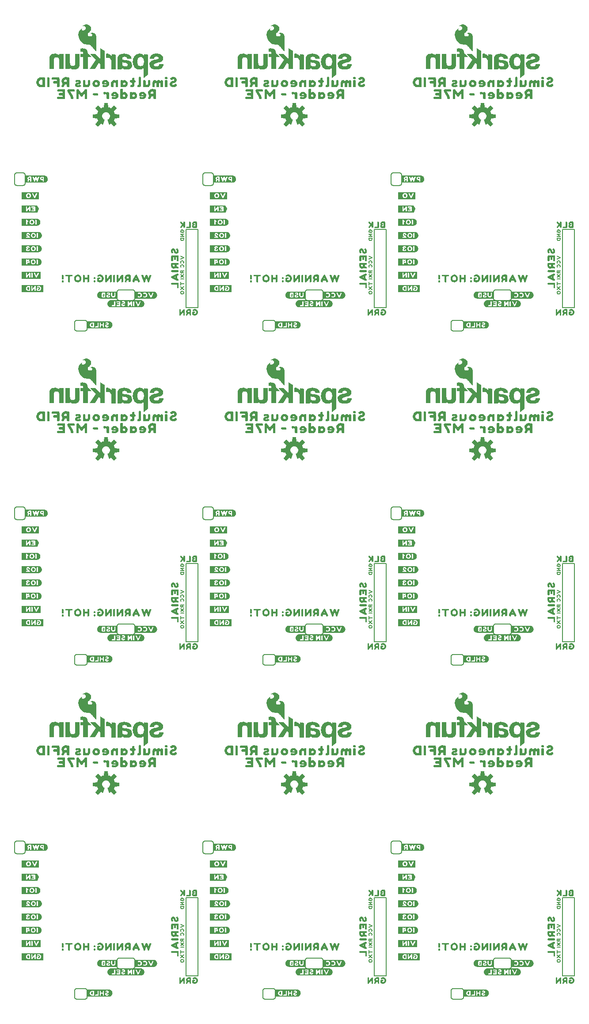
<source format=gbo>
G04 EAGLE Gerber RS-274X export*
G75*
%MOMM*%
%FSLAX34Y34*%
%LPD*%
%INSilkscreen Bottom*%
%IPPOS*%
%AMOC8*
5,1,8,0,0,1.08239X$1,22.5*%
G01*
%ADD10C,0.127000*%
%ADD11C,0.203200*%

G36*
X193225Y411730D02*
X193225Y411730D01*
X193281Y411730D01*
X193309Y411745D01*
X193341Y411750D01*
X193400Y411790D01*
X193436Y411808D01*
X193445Y411820D01*
X193461Y411831D01*
X197769Y416139D01*
X197786Y416166D01*
X197810Y416187D01*
X197831Y416239D01*
X197860Y416286D01*
X197863Y416318D01*
X197875Y416348D01*
X197872Y416403D01*
X197877Y416459D01*
X197865Y416489D01*
X197863Y416521D01*
X197829Y416584D01*
X197815Y416621D01*
X197804Y416631D01*
X197795Y416648D01*
X192828Y422739D01*
X194017Y425049D01*
X194024Y425075D01*
X194041Y425107D01*
X194833Y427581D01*
X202652Y428375D01*
X202683Y428385D01*
X202715Y428386D01*
X202764Y428413D01*
X202816Y428431D01*
X202839Y428454D01*
X202867Y428469D01*
X202899Y428515D01*
X202938Y428554D01*
X202948Y428585D01*
X202967Y428611D01*
X202980Y428681D01*
X202993Y428719D01*
X202991Y428734D01*
X202994Y428753D01*
X202994Y434847D01*
X202987Y434878D01*
X202989Y434910D01*
X202967Y434961D01*
X202955Y435016D01*
X202934Y435040D01*
X202922Y435070D01*
X202880Y435106D01*
X202845Y435149D01*
X202815Y435162D01*
X202791Y435183D01*
X202722Y435204D01*
X202686Y435220D01*
X202671Y435220D01*
X202652Y435225D01*
X194833Y436019D01*
X194041Y438493D01*
X194028Y438516D01*
X194017Y438551D01*
X192828Y440861D01*
X197795Y446952D01*
X197809Y446980D01*
X197830Y447004D01*
X197846Y447057D01*
X197871Y447107D01*
X197871Y447139D01*
X197880Y447170D01*
X197870Y447225D01*
X197870Y447281D01*
X197855Y447309D01*
X197850Y447341D01*
X197810Y447400D01*
X197792Y447436D01*
X197780Y447445D01*
X197769Y447461D01*
X193461Y451769D01*
X193434Y451786D01*
X193413Y451810D01*
X193361Y451831D01*
X193314Y451860D01*
X193282Y451863D01*
X193252Y451875D01*
X193197Y451872D01*
X193141Y451877D01*
X193111Y451865D01*
X193079Y451863D01*
X193016Y451829D01*
X192979Y451815D01*
X192969Y451804D01*
X192952Y451795D01*
X186861Y446828D01*
X184551Y448017D01*
X184525Y448024D01*
X184493Y448041D01*
X182019Y448833D01*
X181225Y456652D01*
X181217Y456678D01*
X181216Y456690D01*
X181215Y456693D01*
X181214Y456715D01*
X181187Y456764D01*
X181169Y456816D01*
X181146Y456839D01*
X181131Y456867D01*
X181085Y456899D01*
X181046Y456938D01*
X181015Y456948D01*
X180989Y456967D01*
X180919Y456980D01*
X180881Y456993D01*
X180866Y456991D01*
X180847Y456994D01*
X174753Y456994D01*
X174722Y456987D01*
X174690Y456989D01*
X174639Y456967D01*
X174584Y456955D01*
X174560Y456934D01*
X174530Y456922D01*
X174494Y456880D01*
X174451Y456845D01*
X174438Y456815D01*
X174417Y456791D01*
X174396Y456722D01*
X174380Y456686D01*
X174380Y456671D01*
X174378Y456664D01*
X174377Y456662D01*
X174377Y456661D01*
X174375Y456652D01*
X173581Y448833D01*
X171107Y448041D01*
X171084Y448028D01*
X171049Y448017D01*
X168739Y446828D01*
X162648Y451795D01*
X162620Y451809D01*
X162596Y451830D01*
X162543Y451846D01*
X162493Y451871D01*
X162461Y451871D01*
X162430Y451880D01*
X162375Y451870D01*
X162319Y451870D01*
X162291Y451855D01*
X162259Y451850D01*
X162200Y451810D01*
X162165Y451792D01*
X162155Y451780D01*
X162139Y451769D01*
X157831Y447461D01*
X157814Y447434D01*
X157790Y447413D01*
X157769Y447361D01*
X157740Y447314D01*
X157737Y447282D01*
X157725Y447252D01*
X157729Y447197D01*
X157723Y447141D01*
X157735Y447111D01*
X157737Y447079D01*
X157771Y447016D01*
X157785Y446979D01*
X157796Y446969D01*
X157805Y446952D01*
X162772Y440861D01*
X161583Y438551D01*
X161576Y438525D01*
X161559Y438493D01*
X160767Y436019D01*
X152948Y435225D01*
X152917Y435215D01*
X152885Y435214D01*
X152836Y435187D01*
X152784Y435169D01*
X152761Y435146D01*
X152733Y435131D01*
X152701Y435085D01*
X152662Y435046D01*
X152652Y435015D01*
X152633Y434989D01*
X152620Y434919D01*
X152607Y434881D01*
X152609Y434866D01*
X152606Y434847D01*
X152606Y428753D01*
X152613Y428722D01*
X152611Y428690D01*
X152633Y428639D01*
X152645Y428584D01*
X152666Y428560D01*
X152678Y428530D01*
X152720Y428494D01*
X152755Y428451D01*
X152785Y428438D01*
X152809Y428417D01*
X152878Y428396D01*
X152914Y428380D01*
X152929Y428380D01*
X152948Y428375D01*
X160767Y427581D01*
X161559Y425107D01*
X161572Y425084D01*
X161583Y425049D01*
X162772Y422739D01*
X157805Y416648D01*
X157791Y416620D01*
X157770Y416596D01*
X157754Y416543D01*
X157729Y416493D01*
X157729Y416461D01*
X157720Y416430D01*
X157730Y416375D01*
X157730Y416319D01*
X157745Y416291D01*
X157750Y416259D01*
X157790Y416200D01*
X157808Y416165D01*
X157820Y416155D01*
X157831Y416139D01*
X162139Y411831D01*
X162166Y411814D01*
X162187Y411790D01*
X162239Y411769D01*
X162286Y411740D01*
X162318Y411737D01*
X162348Y411725D01*
X162403Y411729D01*
X162459Y411723D01*
X162489Y411735D01*
X162521Y411737D01*
X162584Y411771D01*
X162621Y411785D01*
X162631Y411796D01*
X162648Y411805D01*
X168739Y416772D01*
X171048Y415582D01*
X171112Y415566D01*
X171175Y415543D01*
X171196Y415545D01*
X171216Y415540D01*
X171281Y415554D01*
X171347Y415561D01*
X171365Y415572D01*
X171385Y415577D01*
X171437Y415618D01*
X171493Y415654D01*
X171506Y415673D01*
X171521Y415685D01*
X171537Y415720D01*
X171573Y415774D01*
X175161Y424436D01*
X175166Y424468D01*
X175180Y424496D01*
X175180Y424552D01*
X175189Y424607D01*
X175180Y424638D01*
X175180Y424669D01*
X175155Y424720D01*
X175139Y424773D01*
X175117Y424796D01*
X175103Y424825D01*
X175047Y424871D01*
X175020Y424899D01*
X175006Y424904D01*
X174991Y424917D01*
X173614Y425661D01*
X172448Y426645D01*
X171508Y427847D01*
X170834Y429215D01*
X170453Y430693D01*
X170381Y432217D01*
X170623Y433723D01*
X171167Y435149D01*
X171991Y436433D01*
X173060Y437522D01*
X174328Y438370D01*
X175743Y438940D01*
X177245Y439210D01*
X178770Y439167D01*
X180254Y438814D01*
X181635Y438164D01*
X182854Y437247D01*
X183860Y436100D01*
X184611Y434771D01*
X185074Y433318D01*
X185231Y431799D01*
X185088Y430350D01*
X184665Y428956D01*
X183979Y427672D01*
X183055Y426546D01*
X181929Y425622D01*
X180611Y424917D01*
X180586Y424896D01*
X180557Y424882D01*
X180522Y424839D01*
X180481Y424803D01*
X180468Y424773D01*
X180448Y424748D01*
X180436Y424694D01*
X180415Y424643D01*
X180417Y424610D01*
X180410Y424578D01*
X180424Y424509D01*
X180427Y424470D01*
X180435Y424456D01*
X180439Y424436D01*
X184027Y415774D01*
X184066Y415720D01*
X184098Y415663D01*
X184115Y415651D01*
X184128Y415634D01*
X184186Y415603D01*
X184241Y415565D01*
X184262Y415562D01*
X184281Y415552D01*
X184347Y415551D01*
X184413Y415541D01*
X184436Y415548D01*
X184454Y415547D01*
X184489Y415564D01*
X184552Y415582D01*
X186861Y416772D01*
X192952Y411805D01*
X192980Y411791D01*
X193004Y411770D01*
X193057Y411754D01*
X193107Y411729D01*
X193139Y411729D01*
X193170Y411720D01*
X193225Y411730D01*
G37*
G36*
X193225Y1051810D02*
X193225Y1051810D01*
X193281Y1051810D01*
X193309Y1051825D01*
X193341Y1051830D01*
X193400Y1051870D01*
X193436Y1051888D01*
X193445Y1051900D01*
X193461Y1051911D01*
X197769Y1056219D01*
X197786Y1056246D01*
X197810Y1056267D01*
X197831Y1056319D01*
X197860Y1056366D01*
X197863Y1056398D01*
X197875Y1056428D01*
X197872Y1056483D01*
X197877Y1056539D01*
X197865Y1056569D01*
X197863Y1056601D01*
X197829Y1056664D01*
X197815Y1056701D01*
X197804Y1056711D01*
X197795Y1056728D01*
X192828Y1062819D01*
X194017Y1065129D01*
X194024Y1065155D01*
X194041Y1065187D01*
X194833Y1067661D01*
X202652Y1068455D01*
X202683Y1068465D01*
X202715Y1068466D01*
X202764Y1068493D01*
X202816Y1068511D01*
X202839Y1068534D01*
X202867Y1068549D01*
X202899Y1068595D01*
X202938Y1068634D01*
X202948Y1068665D01*
X202967Y1068691D01*
X202980Y1068761D01*
X202993Y1068799D01*
X202991Y1068814D01*
X202994Y1068833D01*
X202994Y1074927D01*
X202987Y1074958D01*
X202989Y1074990D01*
X202967Y1075041D01*
X202955Y1075096D01*
X202934Y1075120D01*
X202922Y1075150D01*
X202880Y1075186D01*
X202845Y1075229D01*
X202815Y1075242D01*
X202791Y1075263D01*
X202722Y1075284D01*
X202686Y1075300D01*
X202671Y1075300D01*
X202652Y1075305D01*
X194833Y1076099D01*
X194041Y1078573D01*
X194028Y1078596D01*
X194017Y1078631D01*
X192828Y1080941D01*
X197795Y1087032D01*
X197809Y1087060D01*
X197830Y1087084D01*
X197846Y1087137D01*
X197871Y1087187D01*
X197871Y1087219D01*
X197880Y1087250D01*
X197870Y1087305D01*
X197870Y1087361D01*
X197855Y1087389D01*
X197850Y1087421D01*
X197810Y1087480D01*
X197792Y1087516D01*
X197780Y1087525D01*
X197769Y1087541D01*
X193461Y1091849D01*
X193434Y1091866D01*
X193413Y1091890D01*
X193361Y1091911D01*
X193314Y1091940D01*
X193282Y1091943D01*
X193252Y1091955D01*
X193197Y1091952D01*
X193141Y1091957D01*
X193111Y1091945D01*
X193079Y1091943D01*
X193016Y1091909D01*
X192979Y1091895D01*
X192969Y1091884D01*
X192952Y1091875D01*
X186861Y1086908D01*
X184551Y1088097D01*
X184525Y1088104D01*
X184493Y1088121D01*
X182019Y1088913D01*
X181225Y1096732D01*
X181217Y1096758D01*
X181216Y1096770D01*
X181215Y1096773D01*
X181214Y1096795D01*
X181187Y1096844D01*
X181169Y1096896D01*
X181146Y1096919D01*
X181131Y1096947D01*
X181085Y1096979D01*
X181046Y1097018D01*
X181015Y1097028D01*
X180989Y1097047D01*
X180919Y1097060D01*
X180881Y1097073D01*
X180866Y1097071D01*
X180847Y1097074D01*
X174753Y1097074D01*
X174722Y1097067D01*
X174690Y1097069D01*
X174639Y1097047D01*
X174584Y1097035D01*
X174560Y1097014D01*
X174530Y1097002D01*
X174494Y1096960D01*
X174451Y1096925D01*
X174438Y1096895D01*
X174417Y1096871D01*
X174396Y1096802D01*
X174380Y1096766D01*
X174380Y1096751D01*
X174378Y1096744D01*
X174377Y1096742D01*
X174377Y1096741D01*
X174375Y1096732D01*
X173581Y1088913D01*
X171107Y1088121D01*
X171084Y1088108D01*
X171049Y1088097D01*
X168739Y1086908D01*
X162648Y1091875D01*
X162620Y1091889D01*
X162596Y1091910D01*
X162543Y1091926D01*
X162493Y1091951D01*
X162461Y1091951D01*
X162430Y1091960D01*
X162375Y1091950D01*
X162319Y1091950D01*
X162291Y1091935D01*
X162259Y1091930D01*
X162200Y1091890D01*
X162165Y1091872D01*
X162155Y1091860D01*
X162139Y1091849D01*
X157831Y1087541D01*
X157814Y1087514D01*
X157790Y1087493D01*
X157769Y1087441D01*
X157740Y1087394D01*
X157737Y1087362D01*
X157725Y1087332D01*
X157729Y1087277D01*
X157723Y1087221D01*
X157735Y1087191D01*
X157737Y1087159D01*
X157771Y1087096D01*
X157785Y1087059D01*
X157796Y1087049D01*
X157805Y1087032D01*
X162772Y1080941D01*
X161583Y1078631D01*
X161576Y1078605D01*
X161559Y1078573D01*
X160767Y1076099D01*
X152948Y1075305D01*
X152917Y1075295D01*
X152885Y1075294D01*
X152836Y1075267D01*
X152784Y1075249D01*
X152761Y1075226D01*
X152733Y1075211D01*
X152701Y1075165D01*
X152662Y1075126D01*
X152652Y1075095D01*
X152633Y1075069D01*
X152620Y1074999D01*
X152607Y1074961D01*
X152609Y1074946D01*
X152606Y1074927D01*
X152606Y1068833D01*
X152613Y1068802D01*
X152611Y1068770D01*
X152633Y1068719D01*
X152645Y1068664D01*
X152666Y1068640D01*
X152678Y1068610D01*
X152720Y1068574D01*
X152755Y1068531D01*
X152785Y1068518D01*
X152809Y1068497D01*
X152878Y1068476D01*
X152914Y1068460D01*
X152929Y1068460D01*
X152948Y1068455D01*
X160767Y1067661D01*
X161559Y1065187D01*
X161572Y1065164D01*
X161583Y1065129D01*
X162772Y1062819D01*
X157805Y1056728D01*
X157791Y1056700D01*
X157770Y1056676D01*
X157754Y1056623D01*
X157729Y1056573D01*
X157729Y1056541D01*
X157720Y1056510D01*
X157730Y1056455D01*
X157730Y1056399D01*
X157745Y1056371D01*
X157750Y1056339D01*
X157790Y1056280D01*
X157808Y1056245D01*
X157820Y1056235D01*
X157831Y1056219D01*
X162139Y1051911D01*
X162166Y1051894D01*
X162187Y1051870D01*
X162239Y1051849D01*
X162286Y1051820D01*
X162318Y1051817D01*
X162348Y1051805D01*
X162403Y1051809D01*
X162459Y1051803D01*
X162489Y1051815D01*
X162521Y1051817D01*
X162584Y1051851D01*
X162621Y1051865D01*
X162631Y1051876D01*
X162648Y1051885D01*
X168739Y1056852D01*
X171048Y1055662D01*
X171112Y1055646D01*
X171175Y1055623D01*
X171196Y1055625D01*
X171216Y1055620D01*
X171281Y1055634D01*
X171347Y1055641D01*
X171365Y1055652D01*
X171385Y1055657D01*
X171437Y1055698D01*
X171493Y1055734D01*
X171506Y1055753D01*
X171521Y1055765D01*
X171537Y1055800D01*
X171573Y1055854D01*
X175161Y1064516D01*
X175166Y1064548D01*
X175180Y1064576D01*
X175180Y1064632D01*
X175189Y1064687D01*
X175180Y1064718D01*
X175180Y1064749D01*
X175155Y1064800D01*
X175139Y1064853D01*
X175117Y1064876D01*
X175103Y1064905D01*
X175047Y1064951D01*
X175020Y1064979D01*
X175006Y1064984D01*
X174991Y1064997D01*
X173614Y1065741D01*
X172448Y1066725D01*
X171508Y1067927D01*
X170834Y1069295D01*
X170453Y1070773D01*
X170381Y1072297D01*
X170623Y1073803D01*
X171167Y1075229D01*
X171991Y1076513D01*
X173060Y1077602D01*
X174328Y1078450D01*
X175743Y1079020D01*
X177245Y1079290D01*
X178770Y1079247D01*
X180254Y1078894D01*
X181635Y1078244D01*
X182854Y1077327D01*
X183860Y1076180D01*
X184611Y1074851D01*
X185074Y1073398D01*
X185231Y1071879D01*
X185088Y1070430D01*
X184665Y1069036D01*
X183979Y1067752D01*
X183055Y1066626D01*
X181929Y1065702D01*
X180611Y1064997D01*
X180586Y1064976D01*
X180557Y1064962D01*
X180522Y1064919D01*
X180481Y1064883D01*
X180468Y1064853D01*
X180448Y1064828D01*
X180436Y1064774D01*
X180415Y1064723D01*
X180417Y1064690D01*
X180410Y1064658D01*
X180424Y1064589D01*
X180427Y1064550D01*
X180435Y1064536D01*
X180439Y1064516D01*
X184027Y1055854D01*
X184066Y1055800D01*
X184098Y1055743D01*
X184115Y1055731D01*
X184128Y1055714D01*
X184186Y1055683D01*
X184241Y1055645D01*
X184262Y1055642D01*
X184281Y1055632D01*
X184347Y1055631D01*
X184413Y1055621D01*
X184436Y1055628D01*
X184454Y1055627D01*
X184489Y1055644D01*
X184552Y1055662D01*
X186861Y1056852D01*
X192952Y1051885D01*
X192980Y1051871D01*
X193004Y1051850D01*
X193057Y1051834D01*
X193107Y1051809D01*
X193139Y1051809D01*
X193170Y1051800D01*
X193225Y1051810D01*
G37*
G36*
X553905Y1051810D02*
X553905Y1051810D01*
X553961Y1051810D01*
X553989Y1051825D01*
X554021Y1051830D01*
X554080Y1051870D01*
X554116Y1051888D01*
X554125Y1051900D01*
X554141Y1051911D01*
X558449Y1056219D01*
X558466Y1056246D01*
X558490Y1056267D01*
X558511Y1056319D01*
X558540Y1056366D01*
X558543Y1056398D01*
X558555Y1056428D01*
X558552Y1056483D01*
X558557Y1056539D01*
X558545Y1056569D01*
X558543Y1056601D01*
X558509Y1056664D01*
X558495Y1056701D01*
X558484Y1056711D01*
X558475Y1056728D01*
X553508Y1062819D01*
X554697Y1065129D01*
X554704Y1065155D01*
X554721Y1065187D01*
X555513Y1067661D01*
X563332Y1068455D01*
X563363Y1068465D01*
X563395Y1068466D01*
X563444Y1068493D01*
X563496Y1068511D01*
X563519Y1068534D01*
X563547Y1068549D01*
X563579Y1068595D01*
X563618Y1068634D01*
X563628Y1068665D01*
X563647Y1068691D01*
X563660Y1068761D01*
X563673Y1068799D01*
X563671Y1068814D01*
X563674Y1068833D01*
X563674Y1074927D01*
X563667Y1074958D01*
X563669Y1074990D01*
X563647Y1075041D01*
X563635Y1075096D01*
X563614Y1075120D01*
X563602Y1075150D01*
X563560Y1075186D01*
X563525Y1075229D01*
X563495Y1075242D01*
X563471Y1075263D01*
X563402Y1075284D01*
X563366Y1075300D01*
X563351Y1075300D01*
X563332Y1075305D01*
X555513Y1076099D01*
X554721Y1078573D01*
X554708Y1078596D01*
X554697Y1078631D01*
X553508Y1080941D01*
X558475Y1087032D01*
X558489Y1087060D01*
X558510Y1087084D01*
X558526Y1087137D01*
X558551Y1087187D01*
X558551Y1087219D01*
X558560Y1087250D01*
X558550Y1087305D01*
X558550Y1087361D01*
X558535Y1087389D01*
X558530Y1087421D01*
X558490Y1087480D01*
X558472Y1087516D01*
X558460Y1087525D01*
X558449Y1087541D01*
X554141Y1091849D01*
X554114Y1091866D01*
X554093Y1091890D01*
X554041Y1091911D01*
X553994Y1091940D01*
X553962Y1091943D01*
X553932Y1091955D01*
X553877Y1091952D01*
X553821Y1091957D01*
X553791Y1091945D01*
X553759Y1091943D01*
X553696Y1091909D01*
X553659Y1091895D01*
X553649Y1091884D01*
X553632Y1091875D01*
X547541Y1086908D01*
X545231Y1088097D01*
X545205Y1088104D01*
X545173Y1088121D01*
X542699Y1088913D01*
X541905Y1096732D01*
X541897Y1096758D01*
X541896Y1096770D01*
X541895Y1096773D01*
X541894Y1096795D01*
X541867Y1096844D01*
X541849Y1096896D01*
X541826Y1096919D01*
X541811Y1096947D01*
X541765Y1096979D01*
X541726Y1097018D01*
X541695Y1097028D01*
X541669Y1097047D01*
X541599Y1097060D01*
X541561Y1097073D01*
X541546Y1097071D01*
X541527Y1097074D01*
X535433Y1097074D01*
X535402Y1097067D01*
X535370Y1097069D01*
X535319Y1097047D01*
X535264Y1097035D01*
X535240Y1097014D01*
X535210Y1097002D01*
X535174Y1096960D01*
X535131Y1096925D01*
X535118Y1096895D01*
X535097Y1096871D01*
X535076Y1096802D01*
X535060Y1096766D01*
X535060Y1096751D01*
X535058Y1096744D01*
X535057Y1096742D01*
X535057Y1096741D01*
X535055Y1096732D01*
X534261Y1088913D01*
X531787Y1088121D01*
X531764Y1088108D01*
X531729Y1088097D01*
X529419Y1086908D01*
X523328Y1091875D01*
X523300Y1091889D01*
X523276Y1091910D01*
X523223Y1091926D01*
X523173Y1091951D01*
X523141Y1091951D01*
X523110Y1091960D01*
X523055Y1091950D01*
X522999Y1091950D01*
X522971Y1091935D01*
X522939Y1091930D01*
X522880Y1091890D01*
X522845Y1091872D01*
X522835Y1091860D01*
X522819Y1091849D01*
X518511Y1087541D01*
X518494Y1087514D01*
X518470Y1087493D01*
X518449Y1087441D01*
X518420Y1087394D01*
X518417Y1087362D01*
X518405Y1087332D01*
X518409Y1087277D01*
X518403Y1087221D01*
X518415Y1087191D01*
X518417Y1087159D01*
X518451Y1087096D01*
X518465Y1087059D01*
X518476Y1087049D01*
X518485Y1087032D01*
X523452Y1080941D01*
X522263Y1078631D01*
X522256Y1078605D01*
X522239Y1078573D01*
X521447Y1076099D01*
X513628Y1075305D01*
X513597Y1075295D01*
X513565Y1075294D01*
X513516Y1075267D01*
X513464Y1075249D01*
X513441Y1075226D01*
X513413Y1075211D01*
X513381Y1075165D01*
X513342Y1075126D01*
X513332Y1075095D01*
X513313Y1075069D01*
X513300Y1074999D01*
X513287Y1074961D01*
X513289Y1074946D01*
X513286Y1074927D01*
X513286Y1068833D01*
X513293Y1068802D01*
X513291Y1068770D01*
X513313Y1068719D01*
X513325Y1068664D01*
X513346Y1068640D01*
X513358Y1068610D01*
X513400Y1068574D01*
X513435Y1068531D01*
X513465Y1068518D01*
X513489Y1068497D01*
X513558Y1068476D01*
X513594Y1068460D01*
X513609Y1068460D01*
X513628Y1068455D01*
X521447Y1067661D01*
X522239Y1065187D01*
X522252Y1065164D01*
X522263Y1065129D01*
X523452Y1062819D01*
X518485Y1056728D01*
X518471Y1056700D01*
X518450Y1056676D01*
X518434Y1056623D01*
X518409Y1056573D01*
X518409Y1056541D01*
X518400Y1056510D01*
X518410Y1056455D01*
X518410Y1056399D01*
X518425Y1056371D01*
X518430Y1056339D01*
X518470Y1056280D01*
X518488Y1056245D01*
X518500Y1056235D01*
X518511Y1056219D01*
X522819Y1051911D01*
X522846Y1051894D01*
X522867Y1051870D01*
X522919Y1051849D01*
X522966Y1051820D01*
X522998Y1051817D01*
X523028Y1051805D01*
X523083Y1051809D01*
X523139Y1051803D01*
X523169Y1051815D01*
X523201Y1051817D01*
X523264Y1051851D01*
X523301Y1051865D01*
X523311Y1051876D01*
X523328Y1051885D01*
X529419Y1056852D01*
X531728Y1055662D01*
X531792Y1055646D01*
X531855Y1055623D01*
X531876Y1055625D01*
X531896Y1055620D01*
X531961Y1055634D01*
X532027Y1055641D01*
X532045Y1055652D01*
X532065Y1055657D01*
X532117Y1055698D01*
X532173Y1055734D01*
X532186Y1055753D01*
X532201Y1055765D01*
X532217Y1055800D01*
X532253Y1055854D01*
X535841Y1064516D01*
X535846Y1064548D01*
X535860Y1064576D01*
X535860Y1064632D01*
X535869Y1064687D01*
X535860Y1064718D01*
X535860Y1064749D01*
X535835Y1064800D01*
X535819Y1064853D01*
X535797Y1064876D01*
X535783Y1064905D01*
X535727Y1064951D01*
X535700Y1064979D01*
X535686Y1064984D01*
X535671Y1064997D01*
X534294Y1065741D01*
X533128Y1066725D01*
X532188Y1067927D01*
X531514Y1069295D01*
X531133Y1070773D01*
X531061Y1072297D01*
X531303Y1073803D01*
X531847Y1075229D01*
X532671Y1076513D01*
X533740Y1077602D01*
X535008Y1078450D01*
X536423Y1079020D01*
X537925Y1079290D01*
X539450Y1079247D01*
X540934Y1078894D01*
X542315Y1078244D01*
X543534Y1077327D01*
X544540Y1076180D01*
X545291Y1074851D01*
X545754Y1073398D01*
X545911Y1071879D01*
X545768Y1070430D01*
X545345Y1069036D01*
X544659Y1067752D01*
X543735Y1066626D01*
X542609Y1065702D01*
X541291Y1064997D01*
X541266Y1064976D01*
X541237Y1064962D01*
X541202Y1064919D01*
X541161Y1064883D01*
X541148Y1064853D01*
X541128Y1064828D01*
X541116Y1064774D01*
X541095Y1064723D01*
X541097Y1064690D01*
X541090Y1064658D01*
X541104Y1064589D01*
X541107Y1064550D01*
X541115Y1064536D01*
X541119Y1064516D01*
X544707Y1055854D01*
X544746Y1055800D01*
X544778Y1055743D01*
X544795Y1055731D01*
X544808Y1055714D01*
X544866Y1055683D01*
X544921Y1055645D01*
X544942Y1055642D01*
X544961Y1055632D01*
X545027Y1055631D01*
X545093Y1055621D01*
X545116Y1055628D01*
X545134Y1055627D01*
X545169Y1055644D01*
X545232Y1055662D01*
X547541Y1056852D01*
X553632Y1051885D01*
X553660Y1051871D01*
X553684Y1051850D01*
X553737Y1051834D01*
X553787Y1051809D01*
X553819Y1051809D01*
X553850Y1051800D01*
X553905Y1051810D01*
G37*
G36*
X914585Y1051810D02*
X914585Y1051810D01*
X914641Y1051810D01*
X914669Y1051825D01*
X914701Y1051830D01*
X914760Y1051870D01*
X914796Y1051888D01*
X914805Y1051900D01*
X914821Y1051911D01*
X919129Y1056219D01*
X919146Y1056246D01*
X919170Y1056267D01*
X919191Y1056319D01*
X919220Y1056366D01*
X919223Y1056398D01*
X919235Y1056428D01*
X919232Y1056483D01*
X919237Y1056539D01*
X919225Y1056569D01*
X919223Y1056601D01*
X919189Y1056664D01*
X919175Y1056701D01*
X919164Y1056711D01*
X919155Y1056728D01*
X914188Y1062819D01*
X915377Y1065129D01*
X915384Y1065155D01*
X915401Y1065187D01*
X916193Y1067661D01*
X924012Y1068455D01*
X924043Y1068465D01*
X924075Y1068466D01*
X924124Y1068493D01*
X924176Y1068511D01*
X924199Y1068534D01*
X924227Y1068549D01*
X924259Y1068595D01*
X924298Y1068634D01*
X924308Y1068665D01*
X924327Y1068691D01*
X924340Y1068761D01*
X924353Y1068799D01*
X924351Y1068814D01*
X924354Y1068833D01*
X924354Y1074927D01*
X924347Y1074958D01*
X924349Y1074990D01*
X924327Y1075041D01*
X924315Y1075096D01*
X924294Y1075120D01*
X924282Y1075150D01*
X924240Y1075186D01*
X924205Y1075229D01*
X924175Y1075242D01*
X924151Y1075263D01*
X924082Y1075284D01*
X924046Y1075300D01*
X924031Y1075300D01*
X924012Y1075305D01*
X916193Y1076099D01*
X915401Y1078573D01*
X915388Y1078596D01*
X915377Y1078631D01*
X914188Y1080941D01*
X919155Y1087032D01*
X919169Y1087060D01*
X919190Y1087084D01*
X919206Y1087137D01*
X919231Y1087187D01*
X919231Y1087219D01*
X919240Y1087250D01*
X919230Y1087305D01*
X919230Y1087361D01*
X919215Y1087389D01*
X919210Y1087421D01*
X919170Y1087480D01*
X919152Y1087516D01*
X919140Y1087525D01*
X919129Y1087541D01*
X914821Y1091849D01*
X914794Y1091866D01*
X914773Y1091890D01*
X914721Y1091911D01*
X914674Y1091940D01*
X914642Y1091943D01*
X914612Y1091955D01*
X914557Y1091952D01*
X914501Y1091957D01*
X914471Y1091945D01*
X914439Y1091943D01*
X914376Y1091909D01*
X914339Y1091895D01*
X914329Y1091884D01*
X914312Y1091875D01*
X908221Y1086908D01*
X905911Y1088097D01*
X905885Y1088104D01*
X905853Y1088121D01*
X903379Y1088913D01*
X902585Y1096732D01*
X902577Y1096758D01*
X902576Y1096770D01*
X902575Y1096773D01*
X902574Y1096795D01*
X902547Y1096844D01*
X902529Y1096896D01*
X902506Y1096919D01*
X902491Y1096947D01*
X902445Y1096979D01*
X902406Y1097018D01*
X902375Y1097028D01*
X902349Y1097047D01*
X902279Y1097060D01*
X902241Y1097073D01*
X902226Y1097071D01*
X902207Y1097074D01*
X896113Y1097074D01*
X896082Y1097067D01*
X896050Y1097069D01*
X895999Y1097047D01*
X895944Y1097035D01*
X895920Y1097014D01*
X895890Y1097002D01*
X895854Y1096960D01*
X895811Y1096925D01*
X895798Y1096895D01*
X895777Y1096871D01*
X895756Y1096802D01*
X895740Y1096766D01*
X895740Y1096751D01*
X895738Y1096744D01*
X895737Y1096742D01*
X895737Y1096741D01*
X895735Y1096732D01*
X894941Y1088913D01*
X892467Y1088121D01*
X892444Y1088108D01*
X892409Y1088097D01*
X890099Y1086908D01*
X884008Y1091875D01*
X883980Y1091889D01*
X883956Y1091910D01*
X883903Y1091926D01*
X883853Y1091951D01*
X883821Y1091951D01*
X883790Y1091960D01*
X883735Y1091950D01*
X883679Y1091950D01*
X883651Y1091935D01*
X883619Y1091930D01*
X883560Y1091890D01*
X883525Y1091872D01*
X883515Y1091860D01*
X883499Y1091849D01*
X879191Y1087541D01*
X879174Y1087514D01*
X879150Y1087493D01*
X879129Y1087441D01*
X879100Y1087394D01*
X879097Y1087362D01*
X879085Y1087332D01*
X879089Y1087277D01*
X879083Y1087221D01*
X879095Y1087191D01*
X879097Y1087159D01*
X879131Y1087096D01*
X879145Y1087059D01*
X879156Y1087049D01*
X879165Y1087032D01*
X884132Y1080941D01*
X882943Y1078631D01*
X882936Y1078605D01*
X882919Y1078573D01*
X882127Y1076099D01*
X874308Y1075305D01*
X874277Y1075295D01*
X874245Y1075294D01*
X874196Y1075267D01*
X874144Y1075249D01*
X874121Y1075226D01*
X874093Y1075211D01*
X874061Y1075165D01*
X874022Y1075126D01*
X874012Y1075095D01*
X873993Y1075069D01*
X873980Y1074999D01*
X873967Y1074961D01*
X873969Y1074946D01*
X873966Y1074927D01*
X873966Y1068833D01*
X873973Y1068802D01*
X873971Y1068770D01*
X873993Y1068719D01*
X874005Y1068664D01*
X874026Y1068640D01*
X874038Y1068610D01*
X874080Y1068574D01*
X874115Y1068531D01*
X874145Y1068518D01*
X874169Y1068497D01*
X874238Y1068476D01*
X874274Y1068460D01*
X874289Y1068460D01*
X874308Y1068455D01*
X882127Y1067661D01*
X882919Y1065187D01*
X882932Y1065164D01*
X882943Y1065129D01*
X884132Y1062819D01*
X879165Y1056728D01*
X879151Y1056700D01*
X879130Y1056676D01*
X879114Y1056623D01*
X879089Y1056573D01*
X879089Y1056541D01*
X879080Y1056510D01*
X879090Y1056455D01*
X879090Y1056399D01*
X879105Y1056371D01*
X879110Y1056339D01*
X879150Y1056280D01*
X879168Y1056245D01*
X879180Y1056235D01*
X879191Y1056219D01*
X883499Y1051911D01*
X883526Y1051894D01*
X883547Y1051870D01*
X883599Y1051849D01*
X883646Y1051820D01*
X883678Y1051817D01*
X883708Y1051805D01*
X883763Y1051809D01*
X883819Y1051803D01*
X883849Y1051815D01*
X883881Y1051817D01*
X883944Y1051851D01*
X883981Y1051865D01*
X883991Y1051876D01*
X884008Y1051885D01*
X890099Y1056852D01*
X892408Y1055662D01*
X892472Y1055646D01*
X892535Y1055623D01*
X892556Y1055625D01*
X892576Y1055620D01*
X892641Y1055634D01*
X892707Y1055641D01*
X892725Y1055652D01*
X892745Y1055657D01*
X892797Y1055698D01*
X892853Y1055734D01*
X892866Y1055753D01*
X892881Y1055765D01*
X892897Y1055800D01*
X892933Y1055854D01*
X896521Y1064516D01*
X896526Y1064548D01*
X896540Y1064576D01*
X896540Y1064632D01*
X896549Y1064687D01*
X896540Y1064718D01*
X896540Y1064749D01*
X896515Y1064800D01*
X896499Y1064853D01*
X896477Y1064876D01*
X896463Y1064905D01*
X896407Y1064951D01*
X896380Y1064979D01*
X896366Y1064984D01*
X896351Y1064997D01*
X894974Y1065741D01*
X893808Y1066725D01*
X892868Y1067927D01*
X892194Y1069295D01*
X891813Y1070773D01*
X891741Y1072297D01*
X891983Y1073803D01*
X892527Y1075229D01*
X893351Y1076513D01*
X894420Y1077602D01*
X895688Y1078450D01*
X897103Y1079020D01*
X898605Y1079290D01*
X900130Y1079247D01*
X901614Y1078894D01*
X902995Y1078244D01*
X904214Y1077327D01*
X905220Y1076180D01*
X905971Y1074851D01*
X906434Y1073398D01*
X906591Y1071879D01*
X906448Y1070430D01*
X906025Y1069036D01*
X905339Y1067752D01*
X904415Y1066626D01*
X903289Y1065702D01*
X901971Y1064997D01*
X901946Y1064976D01*
X901917Y1064962D01*
X901882Y1064919D01*
X901841Y1064883D01*
X901828Y1064853D01*
X901808Y1064828D01*
X901796Y1064774D01*
X901775Y1064723D01*
X901777Y1064690D01*
X901770Y1064658D01*
X901784Y1064589D01*
X901787Y1064550D01*
X901795Y1064536D01*
X901799Y1064516D01*
X905387Y1055854D01*
X905426Y1055800D01*
X905458Y1055743D01*
X905475Y1055731D01*
X905488Y1055714D01*
X905546Y1055683D01*
X905601Y1055645D01*
X905622Y1055642D01*
X905641Y1055632D01*
X905707Y1055631D01*
X905773Y1055621D01*
X905796Y1055628D01*
X905814Y1055627D01*
X905849Y1055644D01*
X905912Y1055662D01*
X908221Y1056852D01*
X914312Y1051885D01*
X914340Y1051871D01*
X914364Y1051850D01*
X914417Y1051834D01*
X914467Y1051809D01*
X914499Y1051809D01*
X914530Y1051800D01*
X914585Y1051810D01*
G37*
G36*
X553905Y411730D02*
X553905Y411730D01*
X553961Y411730D01*
X553989Y411745D01*
X554021Y411750D01*
X554080Y411790D01*
X554116Y411808D01*
X554125Y411820D01*
X554141Y411831D01*
X558449Y416139D01*
X558466Y416166D01*
X558490Y416187D01*
X558511Y416239D01*
X558540Y416286D01*
X558543Y416318D01*
X558555Y416348D01*
X558552Y416403D01*
X558557Y416459D01*
X558545Y416489D01*
X558543Y416521D01*
X558509Y416584D01*
X558495Y416621D01*
X558484Y416631D01*
X558475Y416648D01*
X553508Y422739D01*
X554697Y425049D01*
X554704Y425075D01*
X554721Y425107D01*
X555513Y427581D01*
X563332Y428375D01*
X563363Y428385D01*
X563395Y428386D01*
X563444Y428413D01*
X563496Y428431D01*
X563519Y428454D01*
X563547Y428469D01*
X563579Y428515D01*
X563618Y428554D01*
X563628Y428585D01*
X563647Y428611D01*
X563660Y428681D01*
X563673Y428719D01*
X563671Y428734D01*
X563674Y428753D01*
X563674Y434847D01*
X563667Y434878D01*
X563669Y434910D01*
X563647Y434961D01*
X563635Y435016D01*
X563614Y435040D01*
X563602Y435070D01*
X563560Y435106D01*
X563525Y435149D01*
X563495Y435162D01*
X563471Y435183D01*
X563402Y435204D01*
X563366Y435220D01*
X563351Y435220D01*
X563332Y435225D01*
X555513Y436019D01*
X554721Y438493D01*
X554708Y438516D01*
X554697Y438551D01*
X553508Y440861D01*
X558475Y446952D01*
X558489Y446980D01*
X558510Y447004D01*
X558526Y447057D01*
X558551Y447107D01*
X558551Y447139D01*
X558560Y447170D01*
X558550Y447225D01*
X558550Y447281D01*
X558535Y447309D01*
X558530Y447341D01*
X558490Y447400D01*
X558472Y447436D01*
X558460Y447445D01*
X558449Y447461D01*
X554141Y451769D01*
X554114Y451786D01*
X554093Y451810D01*
X554041Y451831D01*
X553994Y451860D01*
X553962Y451863D01*
X553932Y451875D01*
X553877Y451872D01*
X553821Y451877D01*
X553791Y451865D01*
X553759Y451863D01*
X553696Y451829D01*
X553659Y451815D01*
X553649Y451804D01*
X553632Y451795D01*
X547541Y446828D01*
X545231Y448017D01*
X545205Y448024D01*
X545173Y448041D01*
X542699Y448833D01*
X541905Y456652D01*
X541897Y456678D01*
X541896Y456690D01*
X541895Y456693D01*
X541894Y456715D01*
X541867Y456764D01*
X541849Y456816D01*
X541826Y456839D01*
X541811Y456867D01*
X541765Y456899D01*
X541726Y456938D01*
X541695Y456948D01*
X541669Y456967D01*
X541599Y456980D01*
X541561Y456993D01*
X541546Y456991D01*
X541527Y456994D01*
X535433Y456994D01*
X535402Y456987D01*
X535370Y456989D01*
X535319Y456967D01*
X535264Y456955D01*
X535240Y456934D01*
X535210Y456922D01*
X535174Y456880D01*
X535131Y456845D01*
X535118Y456815D01*
X535097Y456791D01*
X535076Y456722D01*
X535060Y456686D01*
X535060Y456671D01*
X535058Y456664D01*
X535057Y456662D01*
X535057Y456661D01*
X535055Y456652D01*
X534261Y448833D01*
X531787Y448041D01*
X531764Y448028D01*
X531729Y448017D01*
X529419Y446828D01*
X523328Y451795D01*
X523300Y451809D01*
X523276Y451830D01*
X523223Y451846D01*
X523173Y451871D01*
X523141Y451871D01*
X523110Y451880D01*
X523055Y451870D01*
X522999Y451870D01*
X522971Y451855D01*
X522939Y451850D01*
X522880Y451810D01*
X522845Y451792D01*
X522835Y451780D01*
X522819Y451769D01*
X518511Y447461D01*
X518494Y447434D01*
X518470Y447413D01*
X518449Y447361D01*
X518420Y447314D01*
X518417Y447282D01*
X518405Y447252D01*
X518409Y447197D01*
X518403Y447141D01*
X518415Y447111D01*
X518417Y447079D01*
X518451Y447016D01*
X518465Y446979D01*
X518476Y446969D01*
X518485Y446952D01*
X523452Y440861D01*
X522263Y438551D01*
X522256Y438525D01*
X522239Y438493D01*
X521447Y436019D01*
X513628Y435225D01*
X513597Y435215D01*
X513565Y435214D01*
X513516Y435187D01*
X513464Y435169D01*
X513441Y435146D01*
X513413Y435131D01*
X513381Y435085D01*
X513342Y435046D01*
X513332Y435015D01*
X513313Y434989D01*
X513300Y434919D01*
X513287Y434881D01*
X513289Y434866D01*
X513286Y434847D01*
X513286Y428753D01*
X513293Y428722D01*
X513291Y428690D01*
X513313Y428639D01*
X513325Y428584D01*
X513346Y428560D01*
X513358Y428530D01*
X513400Y428494D01*
X513435Y428451D01*
X513465Y428438D01*
X513489Y428417D01*
X513558Y428396D01*
X513594Y428380D01*
X513609Y428380D01*
X513628Y428375D01*
X521447Y427581D01*
X522239Y425107D01*
X522252Y425084D01*
X522263Y425049D01*
X523452Y422739D01*
X518485Y416648D01*
X518471Y416620D01*
X518450Y416596D01*
X518434Y416543D01*
X518409Y416493D01*
X518409Y416461D01*
X518400Y416430D01*
X518410Y416375D01*
X518410Y416319D01*
X518425Y416291D01*
X518430Y416259D01*
X518470Y416200D01*
X518488Y416165D01*
X518500Y416155D01*
X518511Y416139D01*
X522819Y411831D01*
X522846Y411814D01*
X522867Y411790D01*
X522919Y411769D01*
X522966Y411740D01*
X522998Y411737D01*
X523028Y411725D01*
X523083Y411729D01*
X523139Y411723D01*
X523169Y411735D01*
X523201Y411737D01*
X523264Y411771D01*
X523301Y411785D01*
X523311Y411796D01*
X523328Y411805D01*
X529419Y416772D01*
X531728Y415582D01*
X531792Y415566D01*
X531855Y415543D01*
X531876Y415545D01*
X531896Y415540D01*
X531961Y415554D01*
X532027Y415561D01*
X532045Y415572D01*
X532065Y415577D01*
X532117Y415618D01*
X532173Y415654D01*
X532186Y415673D01*
X532201Y415685D01*
X532217Y415720D01*
X532253Y415774D01*
X535841Y424436D01*
X535846Y424468D01*
X535860Y424496D01*
X535860Y424552D01*
X535869Y424607D01*
X535860Y424638D01*
X535860Y424669D01*
X535835Y424720D01*
X535819Y424773D01*
X535797Y424796D01*
X535783Y424825D01*
X535727Y424871D01*
X535700Y424899D01*
X535686Y424904D01*
X535671Y424917D01*
X534294Y425661D01*
X533128Y426645D01*
X532188Y427847D01*
X531514Y429215D01*
X531133Y430693D01*
X531061Y432217D01*
X531303Y433723D01*
X531847Y435149D01*
X532671Y436433D01*
X533740Y437522D01*
X535008Y438370D01*
X536423Y438940D01*
X537925Y439210D01*
X539450Y439167D01*
X540934Y438814D01*
X542315Y438164D01*
X543534Y437247D01*
X544540Y436100D01*
X545291Y434771D01*
X545754Y433318D01*
X545911Y431799D01*
X545768Y430350D01*
X545345Y428956D01*
X544659Y427672D01*
X543735Y426546D01*
X542609Y425622D01*
X541291Y424917D01*
X541266Y424896D01*
X541237Y424882D01*
X541202Y424839D01*
X541161Y424803D01*
X541148Y424773D01*
X541128Y424748D01*
X541116Y424694D01*
X541095Y424643D01*
X541097Y424610D01*
X541090Y424578D01*
X541104Y424509D01*
X541107Y424470D01*
X541115Y424456D01*
X541119Y424436D01*
X544707Y415774D01*
X544746Y415720D01*
X544778Y415663D01*
X544795Y415651D01*
X544808Y415634D01*
X544866Y415603D01*
X544921Y415565D01*
X544942Y415562D01*
X544961Y415552D01*
X545027Y415551D01*
X545093Y415541D01*
X545116Y415548D01*
X545134Y415547D01*
X545169Y415564D01*
X545232Y415582D01*
X547541Y416772D01*
X553632Y411805D01*
X553660Y411791D01*
X553684Y411770D01*
X553737Y411754D01*
X553787Y411729D01*
X553819Y411729D01*
X553850Y411720D01*
X553905Y411730D01*
G37*
G36*
X914585Y411730D02*
X914585Y411730D01*
X914641Y411730D01*
X914669Y411745D01*
X914701Y411750D01*
X914760Y411790D01*
X914796Y411808D01*
X914805Y411820D01*
X914821Y411831D01*
X919129Y416139D01*
X919146Y416166D01*
X919170Y416187D01*
X919191Y416239D01*
X919220Y416286D01*
X919223Y416318D01*
X919235Y416348D01*
X919232Y416403D01*
X919237Y416459D01*
X919225Y416489D01*
X919223Y416521D01*
X919189Y416584D01*
X919175Y416621D01*
X919164Y416631D01*
X919155Y416648D01*
X914188Y422739D01*
X915377Y425049D01*
X915384Y425075D01*
X915401Y425107D01*
X916193Y427581D01*
X924012Y428375D01*
X924043Y428385D01*
X924075Y428386D01*
X924124Y428413D01*
X924176Y428431D01*
X924199Y428454D01*
X924227Y428469D01*
X924259Y428515D01*
X924298Y428554D01*
X924308Y428585D01*
X924327Y428611D01*
X924340Y428681D01*
X924353Y428719D01*
X924351Y428734D01*
X924354Y428753D01*
X924354Y434847D01*
X924347Y434878D01*
X924349Y434910D01*
X924327Y434961D01*
X924315Y435016D01*
X924294Y435040D01*
X924282Y435070D01*
X924240Y435106D01*
X924205Y435149D01*
X924175Y435162D01*
X924151Y435183D01*
X924082Y435204D01*
X924046Y435220D01*
X924031Y435220D01*
X924012Y435225D01*
X916193Y436019D01*
X915401Y438493D01*
X915388Y438516D01*
X915377Y438551D01*
X914188Y440861D01*
X919155Y446952D01*
X919169Y446980D01*
X919190Y447004D01*
X919206Y447057D01*
X919231Y447107D01*
X919231Y447139D01*
X919240Y447170D01*
X919230Y447225D01*
X919230Y447281D01*
X919215Y447309D01*
X919210Y447341D01*
X919170Y447400D01*
X919152Y447436D01*
X919140Y447445D01*
X919129Y447461D01*
X914821Y451769D01*
X914794Y451786D01*
X914773Y451810D01*
X914721Y451831D01*
X914674Y451860D01*
X914642Y451863D01*
X914612Y451875D01*
X914557Y451872D01*
X914501Y451877D01*
X914471Y451865D01*
X914439Y451863D01*
X914376Y451829D01*
X914339Y451815D01*
X914329Y451804D01*
X914312Y451795D01*
X908221Y446828D01*
X905911Y448017D01*
X905885Y448024D01*
X905853Y448041D01*
X903379Y448833D01*
X902585Y456652D01*
X902577Y456678D01*
X902576Y456690D01*
X902575Y456693D01*
X902574Y456715D01*
X902547Y456764D01*
X902529Y456816D01*
X902506Y456839D01*
X902491Y456867D01*
X902445Y456899D01*
X902406Y456938D01*
X902375Y456948D01*
X902349Y456967D01*
X902279Y456980D01*
X902241Y456993D01*
X902226Y456991D01*
X902207Y456994D01*
X896113Y456994D01*
X896082Y456987D01*
X896050Y456989D01*
X895999Y456967D01*
X895944Y456955D01*
X895920Y456934D01*
X895890Y456922D01*
X895854Y456880D01*
X895811Y456845D01*
X895798Y456815D01*
X895777Y456791D01*
X895756Y456722D01*
X895740Y456686D01*
X895740Y456671D01*
X895738Y456664D01*
X895737Y456662D01*
X895737Y456661D01*
X895735Y456652D01*
X894941Y448833D01*
X892467Y448041D01*
X892444Y448028D01*
X892409Y448017D01*
X890099Y446828D01*
X884008Y451795D01*
X883980Y451809D01*
X883956Y451830D01*
X883903Y451846D01*
X883853Y451871D01*
X883821Y451871D01*
X883790Y451880D01*
X883735Y451870D01*
X883679Y451870D01*
X883651Y451855D01*
X883619Y451850D01*
X883560Y451810D01*
X883525Y451792D01*
X883515Y451780D01*
X883499Y451769D01*
X879191Y447461D01*
X879174Y447434D01*
X879150Y447413D01*
X879129Y447361D01*
X879100Y447314D01*
X879097Y447282D01*
X879085Y447252D01*
X879089Y447197D01*
X879083Y447141D01*
X879095Y447111D01*
X879097Y447079D01*
X879131Y447016D01*
X879145Y446979D01*
X879156Y446969D01*
X879165Y446952D01*
X884132Y440861D01*
X882943Y438551D01*
X882936Y438525D01*
X882919Y438493D01*
X882127Y436019D01*
X874308Y435225D01*
X874277Y435215D01*
X874245Y435214D01*
X874196Y435187D01*
X874144Y435169D01*
X874121Y435146D01*
X874093Y435131D01*
X874061Y435085D01*
X874022Y435046D01*
X874012Y435015D01*
X873993Y434989D01*
X873980Y434919D01*
X873967Y434881D01*
X873969Y434866D01*
X873966Y434847D01*
X873966Y428753D01*
X873973Y428722D01*
X873971Y428690D01*
X873993Y428639D01*
X874005Y428584D01*
X874026Y428560D01*
X874038Y428530D01*
X874080Y428494D01*
X874115Y428451D01*
X874145Y428438D01*
X874169Y428417D01*
X874238Y428396D01*
X874274Y428380D01*
X874289Y428380D01*
X874308Y428375D01*
X882127Y427581D01*
X882919Y425107D01*
X882932Y425084D01*
X882943Y425049D01*
X884132Y422739D01*
X879165Y416648D01*
X879151Y416620D01*
X879130Y416596D01*
X879114Y416543D01*
X879089Y416493D01*
X879089Y416461D01*
X879080Y416430D01*
X879090Y416375D01*
X879090Y416319D01*
X879105Y416291D01*
X879110Y416259D01*
X879150Y416200D01*
X879168Y416165D01*
X879180Y416155D01*
X879191Y416139D01*
X883499Y411831D01*
X883526Y411814D01*
X883547Y411790D01*
X883599Y411769D01*
X883646Y411740D01*
X883678Y411737D01*
X883708Y411725D01*
X883763Y411729D01*
X883819Y411723D01*
X883849Y411735D01*
X883881Y411737D01*
X883944Y411771D01*
X883981Y411785D01*
X883991Y411796D01*
X884008Y411805D01*
X890099Y416772D01*
X892408Y415582D01*
X892472Y415566D01*
X892535Y415543D01*
X892556Y415545D01*
X892576Y415540D01*
X892641Y415554D01*
X892707Y415561D01*
X892725Y415572D01*
X892745Y415577D01*
X892797Y415618D01*
X892853Y415654D01*
X892866Y415673D01*
X892881Y415685D01*
X892897Y415720D01*
X892933Y415774D01*
X896521Y424436D01*
X896526Y424468D01*
X896540Y424496D01*
X896540Y424552D01*
X896549Y424607D01*
X896540Y424638D01*
X896540Y424669D01*
X896515Y424720D01*
X896499Y424773D01*
X896477Y424796D01*
X896463Y424825D01*
X896407Y424871D01*
X896380Y424899D01*
X896366Y424904D01*
X896351Y424917D01*
X894974Y425661D01*
X893808Y426645D01*
X892868Y427847D01*
X892194Y429215D01*
X891813Y430693D01*
X891741Y432217D01*
X891983Y433723D01*
X892527Y435149D01*
X893351Y436433D01*
X894420Y437522D01*
X895688Y438370D01*
X897103Y438940D01*
X898605Y439210D01*
X900130Y439167D01*
X901614Y438814D01*
X902995Y438164D01*
X904214Y437247D01*
X905220Y436100D01*
X905971Y434771D01*
X906434Y433318D01*
X906591Y431799D01*
X906448Y430350D01*
X906025Y428956D01*
X905339Y427672D01*
X904415Y426546D01*
X903289Y425622D01*
X901971Y424917D01*
X901946Y424896D01*
X901917Y424882D01*
X901882Y424839D01*
X901841Y424803D01*
X901828Y424773D01*
X901808Y424748D01*
X901796Y424694D01*
X901775Y424643D01*
X901777Y424610D01*
X901770Y424578D01*
X901784Y424509D01*
X901787Y424470D01*
X901795Y424456D01*
X901799Y424436D01*
X905387Y415774D01*
X905426Y415720D01*
X905458Y415663D01*
X905475Y415651D01*
X905488Y415634D01*
X905546Y415603D01*
X905601Y415565D01*
X905622Y415562D01*
X905641Y415552D01*
X905707Y415551D01*
X905773Y415541D01*
X905796Y415548D01*
X905814Y415547D01*
X905849Y415564D01*
X905912Y415582D01*
X908221Y416772D01*
X914312Y411805D01*
X914340Y411791D01*
X914364Y411770D01*
X914417Y411754D01*
X914467Y411729D01*
X914499Y411729D01*
X914530Y411720D01*
X914585Y411730D01*
G37*
G36*
X553905Y1691890D02*
X553905Y1691890D01*
X553961Y1691890D01*
X553989Y1691905D01*
X554021Y1691910D01*
X554080Y1691950D01*
X554116Y1691968D01*
X554125Y1691980D01*
X554141Y1691991D01*
X558449Y1696299D01*
X558466Y1696326D01*
X558490Y1696347D01*
X558511Y1696399D01*
X558540Y1696446D01*
X558543Y1696478D01*
X558555Y1696508D01*
X558552Y1696563D01*
X558557Y1696619D01*
X558545Y1696649D01*
X558543Y1696681D01*
X558509Y1696744D01*
X558495Y1696781D01*
X558484Y1696791D01*
X558475Y1696808D01*
X553508Y1702899D01*
X554697Y1705209D01*
X554704Y1705235D01*
X554721Y1705267D01*
X555513Y1707741D01*
X563332Y1708535D01*
X563363Y1708545D01*
X563395Y1708546D01*
X563444Y1708573D01*
X563496Y1708591D01*
X563519Y1708614D01*
X563547Y1708629D01*
X563579Y1708675D01*
X563618Y1708714D01*
X563628Y1708745D01*
X563647Y1708771D01*
X563660Y1708841D01*
X563673Y1708879D01*
X563671Y1708894D01*
X563674Y1708913D01*
X563674Y1715007D01*
X563667Y1715038D01*
X563669Y1715070D01*
X563647Y1715121D01*
X563635Y1715176D01*
X563614Y1715200D01*
X563602Y1715230D01*
X563560Y1715266D01*
X563525Y1715309D01*
X563495Y1715322D01*
X563471Y1715343D01*
X563402Y1715364D01*
X563366Y1715380D01*
X563351Y1715380D01*
X563332Y1715385D01*
X555513Y1716179D01*
X554721Y1718653D01*
X554708Y1718676D01*
X554697Y1718711D01*
X553508Y1721021D01*
X558475Y1727112D01*
X558489Y1727140D01*
X558510Y1727164D01*
X558526Y1727217D01*
X558551Y1727267D01*
X558551Y1727299D01*
X558560Y1727330D01*
X558550Y1727385D01*
X558550Y1727441D01*
X558535Y1727469D01*
X558530Y1727501D01*
X558490Y1727560D01*
X558472Y1727596D01*
X558460Y1727605D01*
X558449Y1727621D01*
X554141Y1731929D01*
X554114Y1731946D01*
X554093Y1731970D01*
X554041Y1731991D01*
X553994Y1732020D01*
X553962Y1732023D01*
X553932Y1732035D01*
X553877Y1732032D01*
X553821Y1732037D01*
X553791Y1732025D01*
X553759Y1732023D01*
X553696Y1731989D01*
X553659Y1731975D01*
X553649Y1731964D01*
X553632Y1731955D01*
X547541Y1726988D01*
X545231Y1728177D01*
X545205Y1728184D01*
X545173Y1728201D01*
X542699Y1728993D01*
X541905Y1736812D01*
X541897Y1736838D01*
X541896Y1736850D01*
X541895Y1736853D01*
X541894Y1736875D01*
X541867Y1736924D01*
X541849Y1736976D01*
X541826Y1736999D01*
X541811Y1737027D01*
X541765Y1737059D01*
X541726Y1737098D01*
X541695Y1737108D01*
X541669Y1737127D01*
X541599Y1737140D01*
X541561Y1737153D01*
X541546Y1737151D01*
X541527Y1737154D01*
X535433Y1737154D01*
X535402Y1737147D01*
X535370Y1737149D01*
X535319Y1737127D01*
X535264Y1737115D01*
X535240Y1737094D01*
X535210Y1737082D01*
X535174Y1737040D01*
X535131Y1737005D01*
X535118Y1736975D01*
X535097Y1736951D01*
X535076Y1736882D01*
X535060Y1736846D01*
X535060Y1736831D01*
X535058Y1736824D01*
X535057Y1736822D01*
X535057Y1736821D01*
X535055Y1736812D01*
X534261Y1728993D01*
X531787Y1728201D01*
X531764Y1728188D01*
X531729Y1728177D01*
X529419Y1726988D01*
X523328Y1731955D01*
X523300Y1731969D01*
X523276Y1731990D01*
X523223Y1732006D01*
X523173Y1732031D01*
X523141Y1732031D01*
X523110Y1732040D01*
X523055Y1732030D01*
X522999Y1732030D01*
X522971Y1732015D01*
X522939Y1732010D01*
X522880Y1731970D01*
X522845Y1731952D01*
X522835Y1731940D01*
X522819Y1731929D01*
X518511Y1727621D01*
X518494Y1727594D01*
X518470Y1727573D01*
X518449Y1727521D01*
X518420Y1727474D01*
X518417Y1727442D01*
X518405Y1727412D01*
X518409Y1727357D01*
X518403Y1727301D01*
X518415Y1727271D01*
X518417Y1727239D01*
X518451Y1727176D01*
X518465Y1727139D01*
X518476Y1727129D01*
X518485Y1727112D01*
X523452Y1721021D01*
X522263Y1718711D01*
X522256Y1718685D01*
X522239Y1718653D01*
X521447Y1716179D01*
X513628Y1715385D01*
X513597Y1715375D01*
X513565Y1715374D01*
X513516Y1715347D01*
X513464Y1715329D01*
X513441Y1715306D01*
X513413Y1715291D01*
X513381Y1715245D01*
X513342Y1715206D01*
X513332Y1715175D01*
X513313Y1715149D01*
X513300Y1715079D01*
X513287Y1715041D01*
X513289Y1715026D01*
X513286Y1715007D01*
X513286Y1708913D01*
X513293Y1708882D01*
X513291Y1708850D01*
X513313Y1708799D01*
X513325Y1708744D01*
X513346Y1708720D01*
X513358Y1708690D01*
X513400Y1708654D01*
X513435Y1708611D01*
X513465Y1708598D01*
X513489Y1708577D01*
X513558Y1708556D01*
X513594Y1708540D01*
X513609Y1708540D01*
X513628Y1708535D01*
X521447Y1707741D01*
X522239Y1705267D01*
X522252Y1705244D01*
X522263Y1705209D01*
X523452Y1702899D01*
X518485Y1696808D01*
X518471Y1696780D01*
X518450Y1696756D01*
X518434Y1696703D01*
X518409Y1696653D01*
X518409Y1696621D01*
X518400Y1696590D01*
X518410Y1696535D01*
X518410Y1696479D01*
X518425Y1696451D01*
X518430Y1696419D01*
X518470Y1696360D01*
X518488Y1696325D01*
X518500Y1696315D01*
X518511Y1696299D01*
X522819Y1691991D01*
X522846Y1691974D01*
X522867Y1691950D01*
X522919Y1691929D01*
X522966Y1691900D01*
X522998Y1691897D01*
X523028Y1691885D01*
X523083Y1691889D01*
X523139Y1691883D01*
X523169Y1691895D01*
X523201Y1691897D01*
X523264Y1691931D01*
X523301Y1691945D01*
X523311Y1691956D01*
X523328Y1691965D01*
X529419Y1696932D01*
X531728Y1695742D01*
X531792Y1695726D01*
X531855Y1695703D01*
X531876Y1695705D01*
X531896Y1695700D01*
X531961Y1695714D01*
X532027Y1695721D01*
X532045Y1695732D01*
X532065Y1695737D01*
X532117Y1695778D01*
X532173Y1695814D01*
X532186Y1695833D01*
X532201Y1695845D01*
X532217Y1695880D01*
X532253Y1695934D01*
X535841Y1704596D01*
X535846Y1704628D01*
X535860Y1704656D01*
X535860Y1704712D01*
X535869Y1704767D01*
X535860Y1704798D01*
X535860Y1704829D01*
X535835Y1704880D01*
X535819Y1704933D01*
X535797Y1704956D01*
X535783Y1704985D01*
X535727Y1705031D01*
X535700Y1705059D01*
X535686Y1705064D01*
X535671Y1705077D01*
X534294Y1705821D01*
X533128Y1706805D01*
X532188Y1708007D01*
X531514Y1709375D01*
X531133Y1710853D01*
X531061Y1712377D01*
X531303Y1713883D01*
X531847Y1715309D01*
X532671Y1716593D01*
X533740Y1717682D01*
X535008Y1718530D01*
X536423Y1719100D01*
X537925Y1719370D01*
X539450Y1719327D01*
X540934Y1718974D01*
X542315Y1718324D01*
X543534Y1717407D01*
X544540Y1716260D01*
X545291Y1714931D01*
X545754Y1713478D01*
X545911Y1711959D01*
X545768Y1710510D01*
X545345Y1709116D01*
X544659Y1707832D01*
X543735Y1706706D01*
X542609Y1705782D01*
X541291Y1705077D01*
X541266Y1705056D01*
X541237Y1705042D01*
X541202Y1704999D01*
X541161Y1704963D01*
X541148Y1704933D01*
X541128Y1704908D01*
X541116Y1704854D01*
X541095Y1704803D01*
X541097Y1704770D01*
X541090Y1704738D01*
X541104Y1704669D01*
X541107Y1704630D01*
X541115Y1704616D01*
X541119Y1704596D01*
X544707Y1695934D01*
X544746Y1695880D01*
X544778Y1695823D01*
X544795Y1695811D01*
X544808Y1695794D01*
X544866Y1695763D01*
X544921Y1695725D01*
X544942Y1695722D01*
X544961Y1695712D01*
X545027Y1695711D01*
X545093Y1695701D01*
X545116Y1695708D01*
X545134Y1695707D01*
X545169Y1695724D01*
X545232Y1695742D01*
X547541Y1696932D01*
X553632Y1691965D01*
X553660Y1691951D01*
X553684Y1691930D01*
X553737Y1691914D01*
X553787Y1691889D01*
X553819Y1691889D01*
X553850Y1691880D01*
X553905Y1691890D01*
G37*
G36*
X914585Y1691890D02*
X914585Y1691890D01*
X914641Y1691890D01*
X914669Y1691905D01*
X914701Y1691910D01*
X914760Y1691950D01*
X914796Y1691968D01*
X914805Y1691980D01*
X914821Y1691991D01*
X919129Y1696299D01*
X919146Y1696326D01*
X919170Y1696347D01*
X919191Y1696399D01*
X919220Y1696446D01*
X919223Y1696478D01*
X919235Y1696508D01*
X919232Y1696563D01*
X919237Y1696619D01*
X919225Y1696649D01*
X919223Y1696681D01*
X919189Y1696744D01*
X919175Y1696781D01*
X919164Y1696791D01*
X919155Y1696808D01*
X914188Y1702899D01*
X915377Y1705209D01*
X915384Y1705235D01*
X915401Y1705267D01*
X916193Y1707741D01*
X924012Y1708535D01*
X924043Y1708545D01*
X924075Y1708546D01*
X924124Y1708573D01*
X924176Y1708591D01*
X924199Y1708614D01*
X924227Y1708629D01*
X924259Y1708675D01*
X924298Y1708714D01*
X924308Y1708745D01*
X924327Y1708771D01*
X924340Y1708841D01*
X924353Y1708879D01*
X924351Y1708894D01*
X924354Y1708913D01*
X924354Y1715007D01*
X924347Y1715038D01*
X924349Y1715070D01*
X924327Y1715121D01*
X924315Y1715176D01*
X924294Y1715200D01*
X924282Y1715230D01*
X924240Y1715266D01*
X924205Y1715309D01*
X924175Y1715322D01*
X924151Y1715343D01*
X924082Y1715364D01*
X924046Y1715380D01*
X924031Y1715380D01*
X924012Y1715385D01*
X916193Y1716179D01*
X915401Y1718653D01*
X915388Y1718676D01*
X915377Y1718711D01*
X914188Y1721021D01*
X919155Y1727112D01*
X919169Y1727140D01*
X919190Y1727164D01*
X919206Y1727217D01*
X919231Y1727267D01*
X919231Y1727299D01*
X919240Y1727330D01*
X919230Y1727385D01*
X919230Y1727441D01*
X919215Y1727469D01*
X919210Y1727501D01*
X919170Y1727560D01*
X919152Y1727596D01*
X919140Y1727605D01*
X919129Y1727621D01*
X914821Y1731929D01*
X914794Y1731946D01*
X914773Y1731970D01*
X914721Y1731991D01*
X914674Y1732020D01*
X914642Y1732023D01*
X914612Y1732035D01*
X914557Y1732032D01*
X914501Y1732037D01*
X914471Y1732025D01*
X914439Y1732023D01*
X914376Y1731989D01*
X914339Y1731975D01*
X914329Y1731964D01*
X914312Y1731955D01*
X908221Y1726988D01*
X905911Y1728177D01*
X905885Y1728184D01*
X905853Y1728201D01*
X903379Y1728993D01*
X902585Y1736812D01*
X902577Y1736838D01*
X902576Y1736850D01*
X902575Y1736853D01*
X902574Y1736875D01*
X902547Y1736924D01*
X902529Y1736976D01*
X902506Y1736999D01*
X902491Y1737027D01*
X902445Y1737059D01*
X902406Y1737098D01*
X902375Y1737108D01*
X902349Y1737127D01*
X902279Y1737140D01*
X902241Y1737153D01*
X902226Y1737151D01*
X902207Y1737154D01*
X896113Y1737154D01*
X896082Y1737147D01*
X896050Y1737149D01*
X895999Y1737127D01*
X895944Y1737115D01*
X895920Y1737094D01*
X895890Y1737082D01*
X895854Y1737040D01*
X895811Y1737005D01*
X895798Y1736975D01*
X895777Y1736951D01*
X895756Y1736882D01*
X895740Y1736846D01*
X895740Y1736831D01*
X895738Y1736824D01*
X895737Y1736822D01*
X895737Y1736821D01*
X895735Y1736812D01*
X894941Y1728993D01*
X892467Y1728201D01*
X892444Y1728188D01*
X892409Y1728177D01*
X890099Y1726988D01*
X884008Y1731955D01*
X883980Y1731969D01*
X883956Y1731990D01*
X883903Y1732006D01*
X883853Y1732031D01*
X883821Y1732031D01*
X883790Y1732040D01*
X883735Y1732030D01*
X883679Y1732030D01*
X883651Y1732015D01*
X883619Y1732010D01*
X883560Y1731970D01*
X883525Y1731952D01*
X883515Y1731940D01*
X883499Y1731929D01*
X879191Y1727621D01*
X879174Y1727594D01*
X879150Y1727573D01*
X879129Y1727521D01*
X879100Y1727474D01*
X879097Y1727442D01*
X879085Y1727412D01*
X879089Y1727357D01*
X879083Y1727301D01*
X879095Y1727271D01*
X879097Y1727239D01*
X879131Y1727176D01*
X879145Y1727139D01*
X879156Y1727129D01*
X879165Y1727112D01*
X884132Y1721021D01*
X882943Y1718711D01*
X882936Y1718685D01*
X882919Y1718653D01*
X882127Y1716179D01*
X874308Y1715385D01*
X874277Y1715375D01*
X874245Y1715374D01*
X874196Y1715347D01*
X874144Y1715329D01*
X874121Y1715306D01*
X874093Y1715291D01*
X874061Y1715245D01*
X874022Y1715206D01*
X874012Y1715175D01*
X873993Y1715149D01*
X873980Y1715079D01*
X873967Y1715041D01*
X873969Y1715026D01*
X873966Y1715007D01*
X873966Y1708913D01*
X873973Y1708882D01*
X873971Y1708850D01*
X873993Y1708799D01*
X874005Y1708744D01*
X874026Y1708720D01*
X874038Y1708690D01*
X874080Y1708654D01*
X874115Y1708611D01*
X874145Y1708598D01*
X874169Y1708577D01*
X874238Y1708556D01*
X874274Y1708540D01*
X874289Y1708540D01*
X874308Y1708535D01*
X882127Y1707741D01*
X882919Y1705267D01*
X882932Y1705244D01*
X882943Y1705209D01*
X884132Y1702899D01*
X879165Y1696808D01*
X879151Y1696780D01*
X879130Y1696756D01*
X879114Y1696703D01*
X879089Y1696653D01*
X879089Y1696621D01*
X879080Y1696590D01*
X879090Y1696535D01*
X879090Y1696479D01*
X879105Y1696451D01*
X879110Y1696419D01*
X879150Y1696360D01*
X879168Y1696325D01*
X879180Y1696315D01*
X879191Y1696299D01*
X883499Y1691991D01*
X883526Y1691974D01*
X883547Y1691950D01*
X883599Y1691929D01*
X883646Y1691900D01*
X883678Y1691897D01*
X883708Y1691885D01*
X883763Y1691889D01*
X883819Y1691883D01*
X883849Y1691895D01*
X883881Y1691897D01*
X883944Y1691931D01*
X883981Y1691945D01*
X883991Y1691956D01*
X884008Y1691965D01*
X890099Y1696932D01*
X892408Y1695742D01*
X892472Y1695726D01*
X892535Y1695703D01*
X892556Y1695705D01*
X892576Y1695700D01*
X892641Y1695714D01*
X892707Y1695721D01*
X892725Y1695732D01*
X892745Y1695737D01*
X892797Y1695778D01*
X892853Y1695814D01*
X892866Y1695833D01*
X892881Y1695845D01*
X892897Y1695880D01*
X892933Y1695934D01*
X896521Y1704596D01*
X896526Y1704628D01*
X896540Y1704656D01*
X896540Y1704712D01*
X896549Y1704767D01*
X896540Y1704798D01*
X896540Y1704829D01*
X896515Y1704880D01*
X896499Y1704933D01*
X896477Y1704956D01*
X896463Y1704985D01*
X896407Y1705031D01*
X896380Y1705059D01*
X896366Y1705064D01*
X896351Y1705077D01*
X894974Y1705821D01*
X893808Y1706805D01*
X892868Y1708007D01*
X892194Y1709375D01*
X891813Y1710853D01*
X891741Y1712377D01*
X891983Y1713883D01*
X892527Y1715309D01*
X893351Y1716593D01*
X894420Y1717682D01*
X895688Y1718530D01*
X897103Y1719100D01*
X898605Y1719370D01*
X900130Y1719327D01*
X901614Y1718974D01*
X902995Y1718324D01*
X904214Y1717407D01*
X905220Y1716260D01*
X905971Y1714931D01*
X906434Y1713478D01*
X906591Y1711959D01*
X906448Y1710510D01*
X906025Y1709116D01*
X905339Y1707832D01*
X904415Y1706706D01*
X903289Y1705782D01*
X901971Y1705077D01*
X901946Y1705056D01*
X901917Y1705042D01*
X901882Y1704999D01*
X901841Y1704963D01*
X901828Y1704933D01*
X901808Y1704908D01*
X901796Y1704854D01*
X901775Y1704803D01*
X901777Y1704770D01*
X901770Y1704738D01*
X901784Y1704669D01*
X901787Y1704630D01*
X901795Y1704616D01*
X901799Y1704596D01*
X905387Y1695934D01*
X905426Y1695880D01*
X905458Y1695823D01*
X905475Y1695811D01*
X905488Y1695794D01*
X905546Y1695763D01*
X905601Y1695725D01*
X905622Y1695722D01*
X905641Y1695712D01*
X905707Y1695711D01*
X905773Y1695701D01*
X905796Y1695708D01*
X905814Y1695707D01*
X905849Y1695724D01*
X905912Y1695742D01*
X908221Y1696932D01*
X914312Y1691965D01*
X914340Y1691951D01*
X914364Y1691930D01*
X914417Y1691914D01*
X914467Y1691889D01*
X914499Y1691889D01*
X914530Y1691880D01*
X914585Y1691890D01*
G37*
G36*
X193225Y1691890D02*
X193225Y1691890D01*
X193281Y1691890D01*
X193309Y1691905D01*
X193341Y1691910D01*
X193400Y1691950D01*
X193436Y1691968D01*
X193445Y1691980D01*
X193461Y1691991D01*
X197769Y1696299D01*
X197786Y1696326D01*
X197810Y1696347D01*
X197831Y1696399D01*
X197860Y1696446D01*
X197863Y1696478D01*
X197875Y1696508D01*
X197872Y1696563D01*
X197877Y1696619D01*
X197865Y1696649D01*
X197863Y1696681D01*
X197829Y1696744D01*
X197815Y1696781D01*
X197804Y1696791D01*
X197795Y1696808D01*
X192828Y1702899D01*
X194017Y1705209D01*
X194024Y1705235D01*
X194041Y1705267D01*
X194833Y1707741D01*
X202652Y1708535D01*
X202683Y1708545D01*
X202715Y1708546D01*
X202764Y1708573D01*
X202816Y1708591D01*
X202839Y1708614D01*
X202867Y1708629D01*
X202899Y1708675D01*
X202938Y1708714D01*
X202948Y1708745D01*
X202967Y1708771D01*
X202980Y1708841D01*
X202993Y1708879D01*
X202991Y1708894D01*
X202994Y1708913D01*
X202994Y1715007D01*
X202987Y1715038D01*
X202989Y1715070D01*
X202967Y1715121D01*
X202955Y1715176D01*
X202934Y1715200D01*
X202922Y1715230D01*
X202880Y1715266D01*
X202845Y1715309D01*
X202815Y1715322D01*
X202791Y1715343D01*
X202722Y1715364D01*
X202686Y1715380D01*
X202671Y1715380D01*
X202652Y1715385D01*
X194833Y1716179D01*
X194041Y1718653D01*
X194028Y1718676D01*
X194017Y1718711D01*
X192828Y1721021D01*
X197795Y1727112D01*
X197809Y1727140D01*
X197830Y1727164D01*
X197846Y1727217D01*
X197871Y1727267D01*
X197871Y1727299D01*
X197880Y1727330D01*
X197870Y1727385D01*
X197870Y1727441D01*
X197855Y1727469D01*
X197850Y1727501D01*
X197810Y1727560D01*
X197792Y1727596D01*
X197780Y1727605D01*
X197769Y1727621D01*
X193461Y1731929D01*
X193434Y1731946D01*
X193413Y1731970D01*
X193361Y1731991D01*
X193314Y1732020D01*
X193282Y1732023D01*
X193252Y1732035D01*
X193197Y1732032D01*
X193141Y1732037D01*
X193111Y1732025D01*
X193079Y1732023D01*
X193016Y1731989D01*
X192979Y1731975D01*
X192969Y1731964D01*
X192952Y1731955D01*
X186861Y1726988D01*
X184551Y1728177D01*
X184525Y1728184D01*
X184493Y1728201D01*
X182019Y1728993D01*
X181225Y1736812D01*
X181217Y1736838D01*
X181216Y1736850D01*
X181215Y1736853D01*
X181214Y1736875D01*
X181187Y1736924D01*
X181169Y1736976D01*
X181146Y1736999D01*
X181131Y1737027D01*
X181085Y1737059D01*
X181046Y1737098D01*
X181015Y1737108D01*
X180989Y1737127D01*
X180919Y1737140D01*
X180881Y1737153D01*
X180866Y1737151D01*
X180847Y1737154D01*
X174753Y1737154D01*
X174722Y1737147D01*
X174690Y1737149D01*
X174639Y1737127D01*
X174584Y1737115D01*
X174560Y1737094D01*
X174530Y1737082D01*
X174494Y1737040D01*
X174451Y1737005D01*
X174438Y1736975D01*
X174417Y1736951D01*
X174396Y1736882D01*
X174380Y1736846D01*
X174380Y1736831D01*
X174378Y1736824D01*
X174377Y1736822D01*
X174377Y1736821D01*
X174375Y1736812D01*
X173581Y1728993D01*
X171107Y1728201D01*
X171084Y1728188D01*
X171049Y1728177D01*
X168739Y1726988D01*
X162648Y1731955D01*
X162620Y1731969D01*
X162596Y1731990D01*
X162543Y1732006D01*
X162493Y1732031D01*
X162461Y1732031D01*
X162430Y1732040D01*
X162375Y1732030D01*
X162319Y1732030D01*
X162291Y1732015D01*
X162259Y1732010D01*
X162200Y1731970D01*
X162165Y1731952D01*
X162155Y1731940D01*
X162139Y1731929D01*
X157831Y1727621D01*
X157814Y1727594D01*
X157790Y1727573D01*
X157769Y1727521D01*
X157740Y1727474D01*
X157737Y1727442D01*
X157725Y1727412D01*
X157729Y1727357D01*
X157723Y1727301D01*
X157735Y1727271D01*
X157737Y1727239D01*
X157771Y1727176D01*
X157785Y1727139D01*
X157796Y1727129D01*
X157805Y1727112D01*
X162772Y1721021D01*
X161583Y1718711D01*
X161576Y1718685D01*
X161559Y1718653D01*
X160767Y1716179D01*
X152948Y1715385D01*
X152917Y1715375D01*
X152885Y1715374D01*
X152836Y1715347D01*
X152784Y1715329D01*
X152761Y1715306D01*
X152733Y1715291D01*
X152701Y1715245D01*
X152662Y1715206D01*
X152652Y1715175D01*
X152633Y1715149D01*
X152620Y1715079D01*
X152607Y1715041D01*
X152609Y1715026D01*
X152606Y1715007D01*
X152606Y1708913D01*
X152613Y1708882D01*
X152611Y1708850D01*
X152633Y1708799D01*
X152645Y1708744D01*
X152666Y1708720D01*
X152678Y1708690D01*
X152720Y1708654D01*
X152755Y1708611D01*
X152785Y1708598D01*
X152809Y1708577D01*
X152878Y1708556D01*
X152914Y1708540D01*
X152929Y1708540D01*
X152948Y1708535D01*
X160767Y1707741D01*
X161559Y1705267D01*
X161572Y1705244D01*
X161583Y1705209D01*
X162772Y1702899D01*
X157805Y1696808D01*
X157791Y1696780D01*
X157770Y1696756D01*
X157754Y1696703D01*
X157729Y1696653D01*
X157729Y1696621D01*
X157720Y1696590D01*
X157730Y1696535D01*
X157730Y1696479D01*
X157745Y1696451D01*
X157750Y1696419D01*
X157790Y1696360D01*
X157808Y1696325D01*
X157820Y1696315D01*
X157831Y1696299D01*
X162139Y1691991D01*
X162166Y1691974D01*
X162187Y1691950D01*
X162239Y1691929D01*
X162286Y1691900D01*
X162318Y1691897D01*
X162348Y1691885D01*
X162403Y1691889D01*
X162459Y1691883D01*
X162489Y1691895D01*
X162521Y1691897D01*
X162584Y1691931D01*
X162621Y1691945D01*
X162631Y1691956D01*
X162648Y1691965D01*
X168739Y1696932D01*
X171048Y1695742D01*
X171112Y1695726D01*
X171175Y1695703D01*
X171196Y1695705D01*
X171216Y1695700D01*
X171281Y1695714D01*
X171347Y1695721D01*
X171365Y1695732D01*
X171385Y1695737D01*
X171437Y1695778D01*
X171493Y1695814D01*
X171506Y1695833D01*
X171521Y1695845D01*
X171537Y1695880D01*
X171573Y1695934D01*
X175161Y1704596D01*
X175166Y1704628D01*
X175180Y1704656D01*
X175180Y1704712D01*
X175189Y1704767D01*
X175180Y1704798D01*
X175180Y1704829D01*
X175155Y1704880D01*
X175139Y1704933D01*
X175117Y1704956D01*
X175103Y1704985D01*
X175047Y1705031D01*
X175020Y1705059D01*
X175006Y1705064D01*
X174991Y1705077D01*
X173614Y1705821D01*
X172448Y1706805D01*
X171508Y1708007D01*
X170834Y1709375D01*
X170453Y1710853D01*
X170381Y1712377D01*
X170623Y1713883D01*
X171167Y1715309D01*
X171991Y1716593D01*
X173060Y1717682D01*
X174328Y1718530D01*
X175743Y1719100D01*
X177245Y1719370D01*
X178770Y1719327D01*
X180254Y1718974D01*
X181635Y1718324D01*
X182854Y1717407D01*
X183860Y1716260D01*
X184611Y1714931D01*
X185074Y1713478D01*
X185231Y1711959D01*
X185088Y1710510D01*
X184665Y1709116D01*
X183979Y1707832D01*
X183055Y1706706D01*
X181929Y1705782D01*
X180611Y1705077D01*
X180586Y1705056D01*
X180557Y1705042D01*
X180522Y1704999D01*
X180481Y1704963D01*
X180468Y1704933D01*
X180448Y1704908D01*
X180436Y1704854D01*
X180415Y1704803D01*
X180417Y1704770D01*
X180410Y1704738D01*
X180424Y1704669D01*
X180427Y1704630D01*
X180435Y1704616D01*
X180439Y1704596D01*
X184027Y1695934D01*
X184066Y1695880D01*
X184098Y1695823D01*
X184115Y1695811D01*
X184128Y1695794D01*
X184186Y1695763D01*
X184241Y1695725D01*
X184262Y1695722D01*
X184281Y1695712D01*
X184347Y1695711D01*
X184413Y1695701D01*
X184436Y1695708D01*
X184454Y1695707D01*
X184489Y1695724D01*
X184552Y1695742D01*
X186861Y1696932D01*
X192952Y1691965D01*
X192980Y1691951D01*
X193004Y1691930D01*
X193057Y1691914D01*
X193107Y1691889D01*
X193139Y1691889D01*
X193170Y1691880D01*
X193225Y1691890D01*
G37*
G36*
X519634Y1835880D02*
X519634Y1835880D01*
X519721Y1835883D01*
X519721Y1835884D01*
X519722Y1835884D01*
X519797Y1835925D01*
X519873Y1835966D01*
X519873Y1835967D01*
X519874Y1835967D01*
X519925Y1836039D01*
X519973Y1836108D01*
X519973Y1836109D01*
X519974Y1836116D01*
X520000Y1836250D01*
X520000Y1863850D01*
X519996Y1863870D01*
X519997Y1863897D01*
X519797Y1865497D01*
X519786Y1865529D01*
X519778Y1865578D01*
X519278Y1866978D01*
X519270Y1866990D01*
X519266Y1867007D01*
X518766Y1868107D01*
X518748Y1868131D01*
X518732Y1868168D01*
X518032Y1869168D01*
X518013Y1869185D01*
X518002Y1869204D01*
X517980Y1869220D01*
X517953Y1869250D01*
X517053Y1869950D01*
X517042Y1869955D01*
X517031Y1869966D01*
X516131Y1870566D01*
X516100Y1870578D01*
X516061Y1870603D01*
X515061Y1871003D01*
X515046Y1871005D01*
X515029Y1871014D01*
X514029Y1871314D01*
X514010Y1871315D01*
X513988Y1871324D01*
X512888Y1871524D01*
X512859Y1871523D01*
X512820Y1871530D01*
X511120Y1871530D01*
X511097Y1871525D01*
X511066Y1871526D01*
X510366Y1871426D01*
X510333Y1871413D01*
X510279Y1871403D01*
X509789Y1871207D01*
X509558Y1871130D01*
X509420Y1871130D01*
X509251Y1871091D01*
X509118Y1870981D01*
X509047Y1870822D01*
X509053Y1870649D01*
X509136Y1870497D01*
X509278Y1870397D01*
X509399Y1870374D01*
X509609Y1870234D01*
X509640Y1870222D01*
X509728Y1870181D01*
X510053Y1870100D01*
X510392Y1869846D01*
X510408Y1869839D01*
X510424Y1869824D01*
X511384Y1869248D01*
X511718Y1868914D01*
X511972Y1868490D01*
X512140Y1867988D01*
X512140Y1867412D01*
X511971Y1866906D01*
X511606Y1866268D01*
X511159Y1865731D01*
X510530Y1865282D01*
X509692Y1864909D01*
X508681Y1864633D01*
X507181Y1864727D01*
X505767Y1865104D01*
X504681Y1865738D01*
X503954Y1866738D01*
X503506Y1867813D01*
X503595Y1869064D01*
X504149Y1870449D01*
X505398Y1871891D01*
X507089Y1873581D01*
X507103Y1873603D01*
X507128Y1873627D01*
X508428Y1875427D01*
X508434Y1875442D01*
X508448Y1875457D01*
X509448Y1877157D01*
X509459Y1877194D01*
X509491Y1877268D01*
X509891Y1879068D01*
X509891Y1879101D01*
X509900Y1879150D01*
X509900Y1880850D01*
X509891Y1880888D01*
X509883Y1880963D01*
X509383Y1882563D01*
X509363Y1882597D01*
X509333Y1882665D01*
X508233Y1884265D01*
X508206Y1884290D01*
X508172Y1884335D01*
X506472Y1885835D01*
X506437Y1885854D01*
X506384Y1885893D01*
X504084Y1886993D01*
X504051Y1887000D01*
X504004Y1887021D01*
X501804Y1887521D01*
X501766Y1887521D01*
X501701Y1887530D01*
X499701Y1887430D01*
X499675Y1887422D01*
X499638Y1887421D01*
X497838Y1887021D01*
X497807Y1887007D01*
X497759Y1886995D01*
X496259Y1886295D01*
X496255Y1886292D01*
X496250Y1886290D01*
X495716Y1886023D01*
X495050Y1885690D01*
X495028Y1885672D01*
X494992Y1885654D01*
X494192Y1885054D01*
X494177Y1885036D01*
X494151Y1885019D01*
X493951Y1884819D01*
X493938Y1884797D01*
X493918Y1884781D01*
X493892Y1884724D01*
X493860Y1884672D01*
X493857Y1884646D01*
X493847Y1884622D01*
X493849Y1884561D01*
X493843Y1884499D01*
X493852Y1884475D01*
X493853Y1884449D01*
X493883Y1884395D01*
X493905Y1884337D01*
X493924Y1884320D01*
X493936Y1884297D01*
X493987Y1884262D01*
X494032Y1884220D01*
X494057Y1884212D01*
X494078Y1884197D01*
X494162Y1884181D01*
X494198Y1884170D01*
X494208Y1884172D01*
X494220Y1884170D01*
X494320Y1884170D01*
X494356Y1884178D01*
X494412Y1884181D01*
X494798Y1884278D01*
X495351Y1884370D01*
X495996Y1884370D01*
X496735Y1884277D01*
X497574Y1883998D01*
X498308Y1883631D01*
X498948Y1883082D01*
X499409Y1882529D01*
X499672Y1882090D01*
X499840Y1881588D01*
X499840Y1880512D01*
X499671Y1880006D01*
X499299Y1879356D01*
X498829Y1878697D01*
X497674Y1877541D01*
X497015Y1877071D01*
X496340Y1876685D01*
X496004Y1876517D01*
X495568Y1876299D01*
X494825Y1876021D01*
X494193Y1875930D01*
X493698Y1875930D01*
X493117Y1876179D01*
X492723Y1876495D01*
X492472Y1876996D01*
X492300Y1877512D01*
X492300Y1878488D01*
X492381Y1878730D01*
X492383Y1878751D01*
X492389Y1878766D01*
X492388Y1878789D01*
X492400Y1878850D01*
X492400Y1879050D01*
X492386Y1879113D01*
X492378Y1879177D01*
X492366Y1879196D01*
X492361Y1879219D01*
X492320Y1879269D01*
X492285Y1879323D01*
X492265Y1879335D01*
X492251Y1879352D01*
X492192Y1879379D01*
X492137Y1879412D01*
X492114Y1879414D01*
X492092Y1879423D01*
X492028Y1879421D01*
X491964Y1879426D01*
X491939Y1879417D01*
X491919Y1879417D01*
X491886Y1879398D01*
X491827Y1879378D01*
X490127Y1878378D01*
X490099Y1878351D01*
X490043Y1878311D01*
X488443Y1876611D01*
X488427Y1876582D01*
X488395Y1876548D01*
X486995Y1874248D01*
X486985Y1874216D01*
X486961Y1874174D01*
X485961Y1871274D01*
X485958Y1871246D01*
X485944Y1871209D01*
X485444Y1868009D01*
X485447Y1867976D01*
X485440Y1867928D01*
X485640Y1864428D01*
X485650Y1864397D01*
X485653Y1864351D01*
X486653Y1860651D01*
X486670Y1860619D01*
X486688Y1860565D01*
X488688Y1856965D01*
X488705Y1856947D01*
X488720Y1856917D01*
X490120Y1855117D01*
X490132Y1855107D01*
X490143Y1855090D01*
X491643Y1853490D01*
X491661Y1853478D01*
X491678Y1853456D01*
X493378Y1852056D01*
X493397Y1852047D01*
X493417Y1852029D01*
X495317Y1850829D01*
X495345Y1850819D01*
X495379Y1850797D01*
X497379Y1849997D01*
X497391Y1849995D01*
X497405Y1849988D01*
X499605Y1849288D01*
X499634Y1849285D01*
X499673Y1849273D01*
X502073Y1848973D01*
X502094Y1848975D01*
X502120Y1848970D01*
X505873Y1848970D01*
X506987Y1848691D01*
X507932Y1848219D01*
X508989Y1847546D01*
X509951Y1846680D01*
X510939Y1845594D01*
X510940Y1845593D01*
X510941Y1845592D01*
X512135Y1844298D01*
X513331Y1842903D01*
X513337Y1842899D01*
X513341Y1842892D01*
X514540Y1841593D01*
X516740Y1839193D01*
X517628Y1838206D01*
X518320Y1837317D01*
X518326Y1837311D01*
X518331Y1837303D01*
X518923Y1836612D01*
X519195Y1836249D01*
X519279Y1836081D01*
X519280Y1836080D01*
X519332Y1836017D01*
X519389Y1835948D01*
X519390Y1835947D01*
X519391Y1835947D01*
X519466Y1835913D01*
X519548Y1835877D01*
X519549Y1835876D01*
X519634Y1835880D01*
G37*
G36*
X158954Y1835880D02*
X158954Y1835880D01*
X159041Y1835883D01*
X159041Y1835884D01*
X159042Y1835884D01*
X159117Y1835925D01*
X159193Y1835966D01*
X159193Y1835967D01*
X159194Y1835967D01*
X159245Y1836039D01*
X159293Y1836108D01*
X159293Y1836109D01*
X159294Y1836116D01*
X159320Y1836250D01*
X159320Y1863850D01*
X159316Y1863870D01*
X159317Y1863897D01*
X159117Y1865497D01*
X159106Y1865529D01*
X159098Y1865578D01*
X158598Y1866978D01*
X158590Y1866990D01*
X158586Y1867007D01*
X158086Y1868107D01*
X158068Y1868131D01*
X158052Y1868168D01*
X157352Y1869168D01*
X157333Y1869185D01*
X157322Y1869204D01*
X157300Y1869220D01*
X157273Y1869250D01*
X156373Y1869950D01*
X156362Y1869955D01*
X156351Y1869966D01*
X155451Y1870566D01*
X155420Y1870578D01*
X155381Y1870603D01*
X154381Y1871003D01*
X154366Y1871005D01*
X154349Y1871014D01*
X153349Y1871314D01*
X153330Y1871315D01*
X153308Y1871324D01*
X152208Y1871524D01*
X152179Y1871523D01*
X152140Y1871530D01*
X150440Y1871530D01*
X150417Y1871525D01*
X150386Y1871526D01*
X149686Y1871426D01*
X149653Y1871413D01*
X149599Y1871403D01*
X149109Y1871207D01*
X148878Y1871130D01*
X148740Y1871130D01*
X148571Y1871091D01*
X148438Y1870981D01*
X148367Y1870822D01*
X148373Y1870649D01*
X148456Y1870497D01*
X148598Y1870397D01*
X148719Y1870374D01*
X148929Y1870234D01*
X148960Y1870222D01*
X149048Y1870181D01*
X149373Y1870100D01*
X149712Y1869846D01*
X149728Y1869839D01*
X149744Y1869824D01*
X150704Y1869248D01*
X151038Y1868914D01*
X151292Y1868490D01*
X151460Y1867988D01*
X151460Y1867412D01*
X151291Y1866906D01*
X150926Y1866268D01*
X150479Y1865731D01*
X149850Y1865282D01*
X149012Y1864909D01*
X148001Y1864633D01*
X146501Y1864727D01*
X145087Y1865104D01*
X144001Y1865738D01*
X143274Y1866738D01*
X142826Y1867813D01*
X142915Y1869064D01*
X143469Y1870449D01*
X144718Y1871891D01*
X146409Y1873581D01*
X146423Y1873603D01*
X146448Y1873627D01*
X147748Y1875427D01*
X147754Y1875442D01*
X147768Y1875457D01*
X148768Y1877157D01*
X148779Y1877194D01*
X148811Y1877268D01*
X149211Y1879068D01*
X149211Y1879101D01*
X149220Y1879150D01*
X149220Y1880850D01*
X149211Y1880888D01*
X149203Y1880963D01*
X148703Y1882563D01*
X148683Y1882597D01*
X148653Y1882665D01*
X147553Y1884265D01*
X147526Y1884290D01*
X147492Y1884335D01*
X145792Y1885835D01*
X145757Y1885854D01*
X145704Y1885893D01*
X143404Y1886993D01*
X143371Y1887000D01*
X143324Y1887021D01*
X141124Y1887521D01*
X141086Y1887521D01*
X141021Y1887530D01*
X139021Y1887430D01*
X138995Y1887422D01*
X138958Y1887421D01*
X137158Y1887021D01*
X137127Y1887007D01*
X137079Y1886995D01*
X135579Y1886295D01*
X135575Y1886292D01*
X135570Y1886290D01*
X135036Y1886023D01*
X134370Y1885690D01*
X134348Y1885672D01*
X134312Y1885654D01*
X133512Y1885054D01*
X133497Y1885036D01*
X133471Y1885019D01*
X133271Y1884819D01*
X133258Y1884797D01*
X133238Y1884781D01*
X133212Y1884724D01*
X133180Y1884672D01*
X133177Y1884646D01*
X133167Y1884622D01*
X133169Y1884561D01*
X133163Y1884499D01*
X133172Y1884475D01*
X133173Y1884449D01*
X133203Y1884395D01*
X133225Y1884337D01*
X133244Y1884320D01*
X133256Y1884297D01*
X133307Y1884262D01*
X133352Y1884220D01*
X133377Y1884212D01*
X133398Y1884197D01*
X133482Y1884181D01*
X133518Y1884170D01*
X133528Y1884172D01*
X133540Y1884170D01*
X133640Y1884170D01*
X133676Y1884178D01*
X133732Y1884181D01*
X134118Y1884278D01*
X134671Y1884370D01*
X135316Y1884370D01*
X136055Y1884277D01*
X136894Y1883998D01*
X137628Y1883631D01*
X138268Y1883082D01*
X138729Y1882529D01*
X138992Y1882090D01*
X139160Y1881588D01*
X139160Y1880512D01*
X138991Y1880006D01*
X138619Y1879356D01*
X138149Y1878697D01*
X136994Y1877541D01*
X136335Y1877071D01*
X135660Y1876685D01*
X135324Y1876517D01*
X134888Y1876299D01*
X134145Y1876021D01*
X133513Y1875930D01*
X133018Y1875930D01*
X132437Y1876179D01*
X132043Y1876495D01*
X131792Y1876996D01*
X131620Y1877512D01*
X131620Y1878488D01*
X131701Y1878730D01*
X131703Y1878751D01*
X131709Y1878766D01*
X131708Y1878789D01*
X131720Y1878850D01*
X131720Y1879050D01*
X131706Y1879113D01*
X131698Y1879177D01*
X131686Y1879196D01*
X131681Y1879219D01*
X131640Y1879269D01*
X131605Y1879323D01*
X131585Y1879335D01*
X131571Y1879352D01*
X131512Y1879379D01*
X131457Y1879412D01*
X131434Y1879414D01*
X131412Y1879423D01*
X131348Y1879421D01*
X131284Y1879426D01*
X131259Y1879417D01*
X131239Y1879417D01*
X131206Y1879398D01*
X131147Y1879378D01*
X129447Y1878378D01*
X129419Y1878351D01*
X129363Y1878311D01*
X127763Y1876611D01*
X127747Y1876582D01*
X127715Y1876548D01*
X126315Y1874248D01*
X126305Y1874216D01*
X126281Y1874174D01*
X125281Y1871274D01*
X125278Y1871246D01*
X125264Y1871209D01*
X124764Y1868009D01*
X124767Y1867976D01*
X124760Y1867928D01*
X124960Y1864428D01*
X124970Y1864397D01*
X124973Y1864351D01*
X125973Y1860651D01*
X125990Y1860619D01*
X126008Y1860565D01*
X128008Y1856965D01*
X128025Y1856947D01*
X128040Y1856917D01*
X129440Y1855117D01*
X129452Y1855107D01*
X129463Y1855090D01*
X130963Y1853490D01*
X130981Y1853478D01*
X130998Y1853456D01*
X132698Y1852056D01*
X132717Y1852047D01*
X132737Y1852029D01*
X134637Y1850829D01*
X134665Y1850819D01*
X134699Y1850797D01*
X136699Y1849997D01*
X136711Y1849995D01*
X136725Y1849988D01*
X138925Y1849288D01*
X138954Y1849285D01*
X138993Y1849273D01*
X141393Y1848973D01*
X141414Y1848975D01*
X141440Y1848970D01*
X145193Y1848970D01*
X146307Y1848691D01*
X147252Y1848219D01*
X148309Y1847546D01*
X149271Y1846680D01*
X150259Y1845594D01*
X150260Y1845593D01*
X150261Y1845592D01*
X151455Y1844298D01*
X152651Y1842903D01*
X152657Y1842899D01*
X152661Y1842892D01*
X153860Y1841593D01*
X156060Y1839193D01*
X156948Y1838206D01*
X157640Y1837317D01*
X157646Y1837311D01*
X157651Y1837303D01*
X158243Y1836612D01*
X158515Y1836249D01*
X158599Y1836081D01*
X158600Y1836080D01*
X158652Y1836017D01*
X158709Y1835948D01*
X158710Y1835947D01*
X158711Y1835947D01*
X158786Y1835913D01*
X158868Y1835877D01*
X158869Y1835876D01*
X158954Y1835880D01*
G37*
G36*
X158954Y1195800D02*
X158954Y1195800D01*
X159041Y1195803D01*
X159041Y1195804D01*
X159042Y1195804D01*
X159117Y1195845D01*
X159193Y1195886D01*
X159193Y1195887D01*
X159194Y1195887D01*
X159245Y1195959D01*
X159293Y1196028D01*
X159293Y1196029D01*
X159294Y1196036D01*
X159320Y1196170D01*
X159320Y1223770D01*
X159316Y1223790D01*
X159317Y1223817D01*
X159117Y1225417D01*
X159106Y1225449D01*
X159098Y1225498D01*
X158598Y1226898D01*
X158590Y1226910D01*
X158586Y1226927D01*
X158086Y1228027D01*
X158068Y1228051D01*
X158052Y1228088D01*
X157352Y1229088D01*
X157333Y1229105D01*
X157322Y1229124D01*
X157300Y1229140D01*
X157273Y1229170D01*
X156373Y1229870D01*
X156362Y1229875D01*
X156351Y1229886D01*
X155451Y1230486D01*
X155420Y1230498D01*
X155381Y1230523D01*
X154381Y1230923D01*
X154366Y1230925D01*
X154349Y1230934D01*
X153349Y1231234D01*
X153330Y1231235D01*
X153308Y1231244D01*
X152208Y1231444D01*
X152179Y1231443D01*
X152140Y1231450D01*
X150440Y1231450D01*
X150417Y1231445D01*
X150386Y1231446D01*
X149686Y1231346D01*
X149653Y1231333D01*
X149599Y1231323D01*
X149109Y1231127D01*
X148878Y1231050D01*
X148740Y1231050D01*
X148571Y1231011D01*
X148438Y1230901D01*
X148367Y1230742D01*
X148373Y1230569D01*
X148456Y1230417D01*
X148598Y1230317D01*
X148719Y1230294D01*
X148929Y1230154D01*
X148960Y1230142D01*
X149048Y1230101D01*
X149373Y1230020D01*
X149712Y1229766D01*
X149728Y1229759D01*
X149744Y1229744D01*
X150704Y1229168D01*
X151038Y1228834D01*
X151292Y1228410D01*
X151460Y1227908D01*
X151460Y1227332D01*
X151291Y1226826D01*
X150926Y1226188D01*
X150479Y1225651D01*
X149850Y1225202D01*
X149012Y1224829D01*
X148001Y1224553D01*
X146501Y1224647D01*
X145087Y1225024D01*
X144001Y1225658D01*
X143274Y1226658D01*
X142826Y1227733D01*
X142915Y1228984D01*
X143469Y1230369D01*
X144718Y1231811D01*
X146409Y1233501D01*
X146423Y1233523D01*
X146448Y1233547D01*
X147748Y1235347D01*
X147754Y1235362D01*
X147768Y1235377D01*
X148768Y1237077D01*
X148779Y1237114D01*
X148811Y1237188D01*
X149211Y1238988D01*
X149211Y1239021D01*
X149220Y1239070D01*
X149220Y1240770D01*
X149211Y1240808D01*
X149203Y1240883D01*
X148703Y1242483D01*
X148683Y1242517D01*
X148653Y1242585D01*
X147553Y1244185D01*
X147526Y1244210D01*
X147492Y1244255D01*
X145792Y1245755D01*
X145757Y1245774D01*
X145704Y1245813D01*
X143404Y1246913D01*
X143371Y1246920D01*
X143324Y1246941D01*
X141124Y1247441D01*
X141086Y1247441D01*
X141021Y1247450D01*
X139021Y1247350D01*
X138995Y1247342D01*
X138958Y1247341D01*
X137158Y1246941D01*
X137127Y1246927D01*
X137079Y1246915D01*
X135579Y1246215D01*
X135575Y1246212D01*
X135570Y1246210D01*
X135036Y1245943D01*
X134370Y1245610D01*
X134348Y1245592D01*
X134312Y1245574D01*
X133512Y1244974D01*
X133497Y1244956D01*
X133471Y1244939D01*
X133271Y1244739D01*
X133258Y1244717D01*
X133238Y1244701D01*
X133212Y1244644D01*
X133180Y1244592D01*
X133177Y1244566D01*
X133167Y1244542D01*
X133169Y1244481D01*
X133163Y1244419D01*
X133172Y1244395D01*
X133173Y1244369D01*
X133203Y1244315D01*
X133225Y1244257D01*
X133244Y1244240D01*
X133256Y1244217D01*
X133307Y1244182D01*
X133352Y1244140D01*
X133377Y1244132D01*
X133398Y1244117D01*
X133482Y1244101D01*
X133518Y1244090D01*
X133528Y1244092D01*
X133540Y1244090D01*
X133640Y1244090D01*
X133676Y1244098D01*
X133732Y1244101D01*
X134118Y1244198D01*
X134671Y1244290D01*
X135316Y1244290D01*
X136055Y1244197D01*
X136894Y1243918D01*
X137628Y1243551D01*
X138268Y1243002D01*
X138729Y1242449D01*
X138992Y1242010D01*
X139160Y1241508D01*
X139160Y1240432D01*
X138991Y1239926D01*
X138619Y1239276D01*
X138149Y1238617D01*
X136994Y1237461D01*
X136335Y1236991D01*
X135660Y1236605D01*
X135324Y1236437D01*
X134888Y1236219D01*
X134145Y1235941D01*
X133513Y1235850D01*
X133018Y1235850D01*
X132437Y1236099D01*
X132043Y1236415D01*
X131792Y1236916D01*
X131620Y1237432D01*
X131620Y1238408D01*
X131701Y1238650D01*
X131703Y1238671D01*
X131709Y1238686D01*
X131708Y1238709D01*
X131720Y1238770D01*
X131720Y1238970D01*
X131706Y1239033D01*
X131698Y1239097D01*
X131686Y1239116D01*
X131681Y1239139D01*
X131640Y1239189D01*
X131605Y1239243D01*
X131585Y1239255D01*
X131571Y1239272D01*
X131512Y1239299D01*
X131457Y1239332D01*
X131434Y1239334D01*
X131412Y1239343D01*
X131348Y1239341D01*
X131284Y1239346D01*
X131259Y1239337D01*
X131239Y1239337D01*
X131206Y1239318D01*
X131147Y1239298D01*
X129447Y1238298D01*
X129419Y1238271D01*
X129363Y1238231D01*
X127763Y1236531D01*
X127747Y1236502D01*
X127715Y1236468D01*
X126315Y1234168D01*
X126305Y1234136D01*
X126281Y1234094D01*
X125281Y1231194D01*
X125278Y1231166D01*
X125264Y1231129D01*
X124764Y1227929D01*
X124767Y1227896D01*
X124760Y1227848D01*
X124960Y1224348D01*
X124970Y1224317D01*
X124973Y1224271D01*
X125973Y1220571D01*
X125990Y1220539D01*
X126008Y1220485D01*
X128008Y1216885D01*
X128025Y1216867D01*
X128040Y1216837D01*
X129440Y1215037D01*
X129452Y1215027D01*
X129463Y1215010D01*
X130963Y1213410D01*
X130981Y1213398D01*
X130998Y1213376D01*
X132698Y1211976D01*
X132717Y1211967D01*
X132737Y1211949D01*
X134637Y1210749D01*
X134665Y1210739D01*
X134699Y1210717D01*
X136699Y1209917D01*
X136711Y1209915D01*
X136725Y1209908D01*
X138925Y1209208D01*
X138954Y1209205D01*
X138993Y1209193D01*
X141393Y1208893D01*
X141414Y1208895D01*
X141440Y1208890D01*
X145193Y1208890D01*
X146307Y1208611D01*
X147252Y1208139D01*
X148309Y1207466D01*
X149271Y1206600D01*
X150259Y1205514D01*
X150260Y1205513D01*
X150261Y1205512D01*
X151455Y1204218D01*
X152651Y1202823D01*
X152657Y1202819D01*
X152661Y1202812D01*
X153860Y1201513D01*
X156060Y1199113D01*
X156948Y1198126D01*
X157640Y1197237D01*
X157646Y1197231D01*
X157651Y1197223D01*
X158243Y1196532D01*
X158515Y1196169D01*
X158599Y1196001D01*
X158600Y1196000D01*
X158652Y1195937D01*
X158709Y1195868D01*
X158710Y1195867D01*
X158711Y1195867D01*
X158786Y1195833D01*
X158868Y1195797D01*
X158869Y1195796D01*
X158954Y1195800D01*
G37*
G36*
X519634Y1195800D02*
X519634Y1195800D01*
X519721Y1195803D01*
X519721Y1195804D01*
X519722Y1195804D01*
X519797Y1195845D01*
X519873Y1195886D01*
X519873Y1195887D01*
X519874Y1195887D01*
X519925Y1195959D01*
X519973Y1196028D01*
X519973Y1196029D01*
X519974Y1196036D01*
X520000Y1196170D01*
X520000Y1223770D01*
X519996Y1223790D01*
X519997Y1223817D01*
X519797Y1225417D01*
X519786Y1225449D01*
X519778Y1225498D01*
X519278Y1226898D01*
X519270Y1226910D01*
X519266Y1226927D01*
X518766Y1228027D01*
X518748Y1228051D01*
X518732Y1228088D01*
X518032Y1229088D01*
X518013Y1229105D01*
X518002Y1229124D01*
X517980Y1229140D01*
X517953Y1229170D01*
X517053Y1229870D01*
X517042Y1229875D01*
X517031Y1229886D01*
X516131Y1230486D01*
X516100Y1230498D01*
X516061Y1230523D01*
X515061Y1230923D01*
X515046Y1230925D01*
X515029Y1230934D01*
X514029Y1231234D01*
X514010Y1231235D01*
X513988Y1231244D01*
X512888Y1231444D01*
X512859Y1231443D01*
X512820Y1231450D01*
X511120Y1231450D01*
X511097Y1231445D01*
X511066Y1231446D01*
X510366Y1231346D01*
X510333Y1231333D01*
X510279Y1231323D01*
X509789Y1231127D01*
X509558Y1231050D01*
X509420Y1231050D01*
X509251Y1231011D01*
X509118Y1230901D01*
X509047Y1230742D01*
X509053Y1230569D01*
X509136Y1230417D01*
X509278Y1230317D01*
X509399Y1230294D01*
X509609Y1230154D01*
X509640Y1230142D01*
X509728Y1230101D01*
X510053Y1230020D01*
X510392Y1229766D01*
X510408Y1229759D01*
X510424Y1229744D01*
X511384Y1229168D01*
X511718Y1228834D01*
X511972Y1228410D01*
X512140Y1227908D01*
X512140Y1227332D01*
X511971Y1226826D01*
X511606Y1226188D01*
X511159Y1225651D01*
X510530Y1225202D01*
X509692Y1224829D01*
X508681Y1224553D01*
X507181Y1224647D01*
X505767Y1225024D01*
X504681Y1225658D01*
X503954Y1226658D01*
X503506Y1227733D01*
X503595Y1228984D01*
X504149Y1230369D01*
X505398Y1231811D01*
X507089Y1233501D01*
X507103Y1233523D01*
X507128Y1233547D01*
X508428Y1235347D01*
X508434Y1235362D01*
X508448Y1235377D01*
X509448Y1237077D01*
X509459Y1237114D01*
X509491Y1237188D01*
X509891Y1238988D01*
X509891Y1239021D01*
X509900Y1239070D01*
X509900Y1240770D01*
X509891Y1240808D01*
X509883Y1240883D01*
X509383Y1242483D01*
X509363Y1242517D01*
X509333Y1242585D01*
X508233Y1244185D01*
X508206Y1244210D01*
X508172Y1244255D01*
X506472Y1245755D01*
X506437Y1245774D01*
X506384Y1245813D01*
X504084Y1246913D01*
X504051Y1246920D01*
X504004Y1246941D01*
X501804Y1247441D01*
X501766Y1247441D01*
X501701Y1247450D01*
X499701Y1247350D01*
X499675Y1247342D01*
X499638Y1247341D01*
X497838Y1246941D01*
X497807Y1246927D01*
X497759Y1246915D01*
X496259Y1246215D01*
X496255Y1246212D01*
X496250Y1246210D01*
X495716Y1245943D01*
X495050Y1245610D01*
X495028Y1245592D01*
X494992Y1245574D01*
X494192Y1244974D01*
X494177Y1244956D01*
X494151Y1244939D01*
X493951Y1244739D01*
X493938Y1244717D01*
X493918Y1244701D01*
X493892Y1244644D01*
X493860Y1244592D01*
X493857Y1244566D01*
X493847Y1244542D01*
X493849Y1244481D01*
X493843Y1244419D01*
X493852Y1244395D01*
X493853Y1244369D01*
X493883Y1244315D01*
X493905Y1244257D01*
X493924Y1244240D01*
X493936Y1244217D01*
X493987Y1244182D01*
X494032Y1244140D01*
X494057Y1244132D01*
X494078Y1244117D01*
X494162Y1244101D01*
X494198Y1244090D01*
X494208Y1244092D01*
X494220Y1244090D01*
X494320Y1244090D01*
X494356Y1244098D01*
X494412Y1244101D01*
X494798Y1244198D01*
X495351Y1244290D01*
X495996Y1244290D01*
X496735Y1244197D01*
X497574Y1243918D01*
X498308Y1243551D01*
X498948Y1243002D01*
X499409Y1242449D01*
X499672Y1242010D01*
X499840Y1241508D01*
X499840Y1240432D01*
X499671Y1239926D01*
X499299Y1239276D01*
X498829Y1238617D01*
X497674Y1237461D01*
X497015Y1236991D01*
X496340Y1236605D01*
X496004Y1236437D01*
X495568Y1236219D01*
X494825Y1235941D01*
X494193Y1235850D01*
X493698Y1235850D01*
X493117Y1236099D01*
X492723Y1236415D01*
X492472Y1236916D01*
X492300Y1237432D01*
X492300Y1238408D01*
X492381Y1238650D01*
X492383Y1238671D01*
X492389Y1238686D01*
X492388Y1238709D01*
X492400Y1238770D01*
X492400Y1238970D01*
X492386Y1239033D01*
X492378Y1239097D01*
X492366Y1239116D01*
X492361Y1239139D01*
X492320Y1239189D01*
X492285Y1239243D01*
X492265Y1239255D01*
X492251Y1239272D01*
X492192Y1239299D01*
X492137Y1239332D01*
X492114Y1239334D01*
X492092Y1239343D01*
X492028Y1239341D01*
X491964Y1239346D01*
X491939Y1239337D01*
X491919Y1239337D01*
X491886Y1239318D01*
X491827Y1239298D01*
X490127Y1238298D01*
X490099Y1238271D01*
X490043Y1238231D01*
X488443Y1236531D01*
X488427Y1236502D01*
X488395Y1236468D01*
X486995Y1234168D01*
X486985Y1234136D01*
X486961Y1234094D01*
X485961Y1231194D01*
X485958Y1231166D01*
X485944Y1231129D01*
X485444Y1227929D01*
X485447Y1227896D01*
X485440Y1227848D01*
X485640Y1224348D01*
X485650Y1224317D01*
X485653Y1224271D01*
X486653Y1220571D01*
X486670Y1220539D01*
X486688Y1220485D01*
X488688Y1216885D01*
X488705Y1216867D01*
X488720Y1216837D01*
X490120Y1215037D01*
X490132Y1215027D01*
X490143Y1215010D01*
X491643Y1213410D01*
X491661Y1213398D01*
X491678Y1213376D01*
X493378Y1211976D01*
X493397Y1211967D01*
X493417Y1211949D01*
X495317Y1210749D01*
X495345Y1210739D01*
X495379Y1210717D01*
X497379Y1209917D01*
X497391Y1209915D01*
X497405Y1209908D01*
X499605Y1209208D01*
X499634Y1209205D01*
X499673Y1209193D01*
X502073Y1208893D01*
X502094Y1208895D01*
X502120Y1208890D01*
X505873Y1208890D01*
X506987Y1208611D01*
X507932Y1208139D01*
X508989Y1207466D01*
X509951Y1206600D01*
X510939Y1205514D01*
X510940Y1205513D01*
X510941Y1205512D01*
X512135Y1204218D01*
X513331Y1202823D01*
X513337Y1202819D01*
X513341Y1202812D01*
X514540Y1201513D01*
X516740Y1199113D01*
X517628Y1198126D01*
X518320Y1197237D01*
X518326Y1197231D01*
X518331Y1197223D01*
X518923Y1196532D01*
X519195Y1196169D01*
X519279Y1196001D01*
X519280Y1196000D01*
X519332Y1195937D01*
X519389Y1195868D01*
X519390Y1195867D01*
X519391Y1195867D01*
X519466Y1195833D01*
X519548Y1195797D01*
X519549Y1195796D01*
X519634Y1195800D01*
G37*
G36*
X880314Y1195800D02*
X880314Y1195800D01*
X880401Y1195803D01*
X880401Y1195804D01*
X880402Y1195804D01*
X880477Y1195845D01*
X880553Y1195886D01*
X880553Y1195887D01*
X880554Y1195887D01*
X880605Y1195959D01*
X880653Y1196028D01*
X880653Y1196029D01*
X880654Y1196036D01*
X880680Y1196170D01*
X880680Y1223770D01*
X880676Y1223790D01*
X880677Y1223817D01*
X880477Y1225417D01*
X880466Y1225449D01*
X880458Y1225498D01*
X879958Y1226898D01*
X879950Y1226910D01*
X879946Y1226927D01*
X879446Y1228027D01*
X879428Y1228051D01*
X879412Y1228088D01*
X878712Y1229088D01*
X878693Y1229105D01*
X878682Y1229124D01*
X878660Y1229140D01*
X878633Y1229170D01*
X877733Y1229870D01*
X877722Y1229875D01*
X877711Y1229886D01*
X876811Y1230486D01*
X876780Y1230498D01*
X876741Y1230523D01*
X875741Y1230923D01*
X875726Y1230925D01*
X875709Y1230934D01*
X874709Y1231234D01*
X874690Y1231235D01*
X874668Y1231244D01*
X873568Y1231444D01*
X873539Y1231443D01*
X873500Y1231450D01*
X871800Y1231450D01*
X871777Y1231445D01*
X871746Y1231446D01*
X871046Y1231346D01*
X871013Y1231333D01*
X870959Y1231323D01*
X870469Y1231127D01*
X870238Y1231050D01*
X870100Y1231050D01*
X869931Y1231011D01*
X869798Y1230901D01*
X869727Y1230742D01*
X869733Y1230569D01*
X869816Y1230417D01*
X869958Y1230317D01*
X870079Y1230294D01*
X870289Y1230154D01*
X870320Y1230142D01*
X870408Y1230101D01*
X870733Y1230020D01*
X871072Y1229766D01*
X871088Y1229759D01*
X871104Y1229744D01*
X872064Y1229168D01*
X872398Y1228834D01*
X872652Y1228410D01*
X872820Y1227908D01*
X872820Y1227332D01*
X872651Y1226826D01*
X872286Y1226188D01*
X871839Y1225651D01*
X871210Y1225202D01*
X870372Y1224829D01*
X869361Y1224553D01*
X867861Y1224647D01*
X866447Y1225024D01*
X865361Y1225658D01*
X864634Y1226658D01*
X864186Y1227733D01*
X864275Y1228984D01*
X864829Y1230369D01*
X866078Y1231811D01*
X867769Y1233501D01*
X867783Y1233523D01*
X867808Y1233547D01*
X869108Y1235347D01*
X869114Y1235362D01*
X869128Y1235377D01*
X870128Y1237077D01*
X870139Y1237114D01*
X870171Y1237188D01*
X870571Y1238988D01*
X870571Y1239021D01*
X870580Y1239070D01*
X870580Y1240770D01*
X870571Y1240808D01*
X870563Y1240883D01*
X870063Y1242483D01*
X870043Y1242517D01*
X870013Y1242585D01*
X868913Y1244185D01*
X868886Y1244210D01*
X868852Y1244255D01*
X867152Y1245755D01*
X867117Y1245774D01*
X867064Y1245813D01*
X864764Y1246913D01*
X864731Y1246920D01*
X864684Y1246941D01*
X862484Y1247441D01*
X862446Y1247441D01*
X862381Y1247450D01*
X860381Y1247350D01*
X860355Y1247342D01*
X860318Y1247341D01*
X858518Y1246941D01*
X858487Y1246927D01*
X858439Y1246915D01*
X856939Y1246215D01*
X856935Y1246212D01*
X856930Y1246210D01*
X856396Y1245943D01*
X855730Y1245610D01*
X855708Y1245592D01*
X855672Y1245574D01*
X854872Y1244974D01*
X854857Y1244956D01*
X854831Y1244939D01*
X854631Y1244739D01*
X854618Y1244717D01*
X854598Y1244701D01*
X854572Y1244644D01*
X854540Y1244592D01*
X854537Y1244566D01*
X854527Y1244542D01*
X854529Y1244481D01*
X854523Y1244419D01*
X854532Y1244395D01*
X854533Y1244369D01*
X854563Y1244315D01*
X854585Y1244257D01*
X854604Y1244240D01*
X854616Y1244217D01*
X854667Y1244182D01*
X854712Y1244140D01*
X854737Y1244132D01*
X854758Y1244117D01*
X854842Y1244101D01*
X854878Y1244090D01*
X854888Y1244092D01*
X854900Y1244090D01*
X855000Y1244090D01*
X855036Y1244098D01*
X855092Y1244101D01*
X855478Y1244198D01*
X856031Y1244290D01*
X856676Y1244290D01*
X857415Y1244197D01*
X858254Y1243918D01*
X858988Y1243551D01*
X859628Y1243002D01*
X860089Y1242449D01*
X860352Y1242010D01*
X860520Y1241508D01*
X860520Y1240432D01*
X860351Y1239926D01*
X859979Y1239276D01*
X859509Y1238617D01*
X858354Y1237461D01*
X857695Y1236991D01*
X857020Y1236605D01*
X856684Y1236437D01*
X856248Y1236219D01*
X855505Y1235941D01*
X854873Y1235850D01*
X854378Y1235850D01*
X853797Y1236099D01*
X853403Y1236415D01*
X853152Y1236916D01*
X852980Y1237432D01*
X852980Y1238408D01*
X853061Y1238650D01*
X853063Y1238671D01*
X853069Y1238686D01*
X853068Y1238709D01*
X853080Y1238770D01*
X853080Y1238970D01*
X853066Y1239033D01*
X853058Y1239097D01*
X853046Y1239116D01*
X853041Y1239139D01*
X853000Y1239189D01*
X852965Y1239243D01*
X852945Y1239255D01*
X852931Y1239272D01*
X852872Y1239299D01*
X852817Y1239332D01*
X852794Y1239334D01*
X852772Y1239343D01*
X852708Y1239341D01*
X852644Y1239346D01*
X852619Y1239337D01*
X852599Y1239337D01*
X852566Y1239318D01*
X852507Y1239298D01*
X850807Y1238298D01*
X850779Y1238271D01*
X850723Y1238231D01*
X849123Y1236531D01*
X849107Y1236502D01*
X849075Y1236468D01*
X847675Y1234168D01*
X847665Y1234136D01*
X847641Y1234094D01*
X846641Y1231194D01*
X846638Y1231166D01*
X846624Y1231129D01*
X846124Y1227929D01*
X846127Y1227896D01*
X846120Y1227848D01*
X846320Y1224348D01*
X846330Y1224317D01*
X846333Y1224271D01*
X847333Y1220571D01*
X847350Y1220539D01*
X847368Y1220485D01*
X849368Y1216885D01*
X849385Y1216867D01*
X849400Y1216837D01*
X850800Y1215037D01*
X850812Y1215027D01*
X850823Y1215010D01*
X852323Y1213410D01*
X852341Y1213398D01*
X852358Y1213376D01*
X854058Y1211976D01*
X854077Y1211967D01*
X854097Y1211949D01*
X855997Y1210749D01*
X856025Y1210739D01*
X856059Y1210717D01*
X858059Y1209917D01*
X858071Y1209915D01*
X858085Y1209908D01*
X860285Y1209208D01*
X860314Y1209205D01*
X860353Y1209193D01*
X862753Y1208893D01*
X862774Y1208895D01*
X862800Y1208890D01*
X866553Y1208890D01*
X867667Y1208611D01*
X868612Y1208139D01*
X869669Y1207466D01*
X870631Y1206600D01*
X871619Y1205514D01*
X871620Y1205513D01*
X871621Y1205512D01*
X872815Y1204218D01*
X874011Y1202823D01*
X874017Y1202819D01*
X874021Y1202812D01*
X875220Y1201513D01*
X877420Y1199113D01*
X878308Y1198126D01*
X879000Y1197237D01*
X879006Y1197231D01*
X879011Y1197223D01*
X879603Y1196532D01*
X879875Y1196169D01*
X879959Y1196001D01*
X879960Y1196000D01*
X880012Y1195937D01*
X880069Y1195868D01*
X880070Y1195867D01*
X880071Y1195867D01*
X880146Y1195833D01*
X880228Y1195797D01*
X880229Y1195796D01*
X880314Y1195800D01*
G37*
G36*
X880314Y1835880D02*
X880314Y1835880D01*
X880401Y1835883D01*
X880401Y1835884D01*
X880402Y1835884D01*
X880477Y1835925D01*
X880553Y1835966D01*
X880553Y1835967D01*
X880554Y1835967D01*
X880605Y1836039D01*
X880653Y1836108D01*
X880653Y1836109D01*
X880654Y1836116D01*
X880680Y1836250D01*
X880680Y1863850D01*
X880676Y1863870D01*
X880677Y1863897D01*
X880477Y1865497D01*
X880466Y1865529D01*
X880458Y1865578D01*
X879958Y1866978D01*
X879950Y1866990D01*
X879946Y1867007D01*
X879446Y1868107D01*
X879428Y1868131D01*
X879412Y1868168D01*
X878712Y1869168D01*
X878693Y1869185D01*
X878682Y1869204D01*
X878660Y1869220D01*
X878633Y1869250D01*
X877733Y1869950D01*
X877722Y1869955D01*
X877711Y1869966D01*
X876811Y1870566D01*
X876780Y1870578D01*
X876741Y1870603D01*
X875741Y1871003D01*
X875726Y1871005D01*
X875709Y1871014D01*
X874709Y1871314D01*
X874690Y1871315D01*
X874668Y1871324D01*
X873568Y1871524D01*
X873539Y1871523D01*
X873500Y1871530D01*
X871800Y1871530D01*
X871777Y1871525D01*
X871746Y1871526D01*
X871046Y1871426D01*
X871013Y1871413D01*
X870959Y1871403D01*
X870469Y1871207D01*
X870238Y1871130D01*
X870100Y1871130D01*
X869931Y1871091D01*
X869798Y1870981D01*
X869727Y1870822D01*
X869733Y1870649D01*
X869816Y1870497D01*
X869958Y1870397D01*
X870079Y1870374D01*
X870289Y1870234D01*
X870320Y1870222D01*
X870408Y1870181D01*
X870733Y1870100D01*
X871072Y1869846D01*
X871088Y1869839D01*
X871104Y1869824D01*
X872064Y1869248D01*
X872398Y1868914D01*
X872652Y1868490D01*
X872820Y1867988D01*
X872820Y1867412D01*
X872651Y1866906D01*
X872286Y1866268D01*
X871839Y1865731D01*
X871210Y1865282D01*
X870372Y1864909D01*
X869361Y1864633D01*
X867861Y1864727D01*
X866447Y1865104D01*
X865361Y1865738D01*
X864634Y1866738D01*
X864186Y1867813D01*
X864275Y1869064D01*
X864829Y1870449D01*
X866078Y1871891D01*
X867769Y1873581D01*
X867783Y1873603D01*
X867808Y1873627D01*
X869108Y1875427D01*
X869114Y1875442D01*
X869128Y1875457D01*
X870128Y1877157D01*
X870139Y1877194D01*
X870171Y1877268D01*
X870571Y1879068D01*
X870571Y1879101D01*
X870580Y1879150D01*
X870580Y1880850D01*
X870571Y1880888D01*
X870563Y1880963D01*
X870063Y1882563D01*
X870043Y1882597D01*
X870013Y1882665D01*
X868913Y1884265D01*
X868886Y1884290D01*
X868852Y1884335D01*
X867152Y1885835D01*
X867117Y1885854D01*
X867064Y1885893D01*
X864764Y1886993D01*
X864731Y1887000D01*
X864684Y1887021D01*
X862484Y1887521D01*
X862446Y1887521D01*
X862381Y1887530D01*
X860381Y1887430D01*
X860355Y1887422D01*
X860318Y1887421D01*
X858518Y1887021D01*
X858487Y1887007D01*
X858439Y1886995D01*
X856939Y1886295D01*
X856935Y1886292D01*
X856930Y1886290D01*
X856396Y1886023D01*
X855730Y1885690D01*
X855708Y1885672D01*
X855672Y1885654D01*
X854872Y1885054D01*
X854857Y1885036D01*
X854831Y1885019D01*
X854631Y1884819D01*
X854618Y1884797D01*
X854598Y1884781D01*
X854572Y1884724D01*
X854540Y1884672D01*
X854537Y1884646D01*
X854527Y1884622D01*
X854529Y1884561D01*
X854523Y1884499D01*
X854532Y1884475D01*
X854533Y1884449D01*
X854563Y1884395D01*
X854585Y1884337D01*
X854604Y1884320D01*
X854616Y1884297D01*
X854667Y1884262D01*
X854712Y1884220D01*
X854737Y1884212D01*
X854758Y1884197D01*
X854842Y1884181D01*
X854878Y1884170D01*
X854888Y1884172D01*
X854900Y1884170D01*
X855000Y1884170D01*
X855036Y1884178D01*
X855092Y1884181D01*
X855478Y1884278D01*
X856031Y1884370D01*
X856676Y1884370D01*
X857415Y1884277D01*
X858254Y1883998D01*
X858988Y1883631D01*
X859628Y1883082D01*
X860089Y1882529D01*
X860352Y1882090D01*
X860520Y1881588D01*
X860520Y1880512D01*
X860351Y1880006D01*
X859979Y1879356D01*
X859509Y1878697D01*
X858354Y1877541D01*
X857695Y1877071D01*
X857020Y1876685D01*
X856684Y1876517D01*
X856248Y1876299D01*
X855505Y1876021D01*
X854873Y1875930D01*
X854378Y1875930D01*
X853797Y1876179D01*
X853403Y1876495D01*
X853152Y1876996D01*
X852980Y1877512D01*
X852980Y1878488D01*
X853061Y1878730D01*
X853063Y1878751D01*
X853069Y1878766D01*
X853068Y1878789D01*
X853080Y1878850D01*
X853080Y1879050D01*
X853066Y1879113D01*
X853058Y1879177D01*
X853046Y1879196D01*
X853041Y1879219D01*
X853000Y1879269D01*
X852965Y1879323D01*
X852945Y1879335D01*
X852931Y1879352D01*
X852872Y1879379D01*
X852817Y1879412D01*
X852794Y1879414D01*
X852772Y1879423D01*
X852708Y1879421D01*
X852644Y1879426D01*
X852619Y1879417D01*
X852599Y1879417D01*
X852566Y1879398D01*
X852507Y1879378D01*
X850807Y1878378D01*
X850779Y1878351D01*
X850723Y1878311D01*
X849123Y1876611D01*
X849107Y1876582D01*
X849075Y1876548D01*
X847675Y1874248D01*
X847665Y1874216D01*
X847641Y1874174D01*
X846641Y1871274D01*
X846638Y1871246D01*
X846624Y1871209D01*
X846124Y1868009D01*
X846127Y1867976D01*
X846120Y1867928D01*
X846320Y1864428D01*
X846330Y1864397D01*
X846333Y1864351D01*
X847333Y1860651D01*
X847350Y1860619D01*
X847368Y1860565D01*
X849368Y1856965D01*
X849385Y1856947D01*
X849400Y1856917D01*
X850800Y1855117D01*
X850812Y1855107D01*
X850823Y1855090D01*
X852323Y1853490D01*
X852341Y1853478D01*
X852358Y1853456D01*
X854058Y1852056D01*
X854077Y1852047D01*
X854097Y1852029D01*
X855997Y1850829D01*
X856025Y1850819D01*
X856059Y1850797D01*
X858059Y1849997D01*
X858071Y1849995D01*
X858085Y1849988D01*
X860285Y1849288D01*
X860314Y1849285D01*
X860353Y1849273D01*
X862753Y1848973D01*
X862774Y1848975D01*
X862800Y1848970D01*
X866553Y1848970D01*
X867667Y1848691D01*
X868612Y1848219D01*
X869669Y1847546D01*
X870631Y1846680D01*
X871619Y1845594D01*
X871620Y1845593D01*
X871621Y1845592D01*
X872815Y1844298D01*
X874011Y1842903D01*
X874017Y1842899D01*
X874021Y1842892D01*
X875220Y1841593D01*
X877420Y1839193D01*
X878308Y1838206D01*
X879000Y1837317D01*
X879006Y1837311D01*
X879011Y1837303D01*
X879603Y1836612D01*
X879875Y1836249D01*
X879959Y1836081D01*
X879960Y1836080D01*
X880012Y1836017D01*
X880069Y1835948D01*
X880070Y1835947D01*
X880071Y1835947D01*
X880146Y1835913D01*
X880228Y1835877D01*
X880229Y1835876D01*
X880314Y1835880D01*
G37*
G36*
X880314Y555720D02*
X880314Y555720D01*
X880401Y555723D01*
X880401Y555724D01*
X880402Y555724D01*
X880477Y555765D01*
X880553Y555806D01*
X880553Y555807D01*
X880554Y555807D01*
X880605Y555879D01*
X880653Y555948D01*
X880653Y555949D01*
X880654Y555956D01*
X880680Y556090D01*
X880680Y583690D01*
X880676Y583710D01*
X880677Y583737D01*
X880477Y585337D01*
X880466Y585369D01*
X880458Y585418D01*
X879958Y586818D01*
X879950Y586830D01*
X879946Y586847D01*
X879446Y587947D01*
X879428Y587971D01*
X879412Y588008D01*
X878712Y589008D01*
X878693Y589025D01*
X878682Y589044D01*
X878660Y589060D01*
X878633Y589090D01*
X877733Y589790D01*
X877722Y589795D01*
X877711Y589806D01*
X876811Y590406D01*
X876780Y590418D01*
X876741Y590443D01*
X875741Y590843D01*
X875726Y590845D01*
X875709Y590854D01*
X874709Y591154D01*
X874690Y591155D01*
X874668Y591164D01*
X873568Y591364D01*
X873539Y591363D01*
X873500Y591370D01*
X871800Y591370D01*
X871777Y591365D01*
X871746Y591366D01*
X871046Y591266D01*
X871013Y591253D01*
X870959Y591243D01*
X870469Y591047D01*
X870238Y590970D01*
X870100Y590970D01*
X869931Y590931D01*
X869798Y590821D01*
X869727Y590662D01*
X869733Y590489D01*
X869816Y590337D01*
X869958Y590237D01*
X870079Y590214D01*
X870289Y590074D01*
X870320Y590062D01*
X870408Y590021D01*
X870733Y589940D01*
X871072Y589686D01*
X871088Y589679D01*
X871104Y589664D01*
X872064Y589088D01*
X872398Y588754D01*
X872652Y588330D01*
X872820Y587828D01*
X872820Y587252D01*
X872651Y586746D01*
X872286Y586108D01*
X871839Y585571D01*
X871210Y585122D01*
X870372Y584749D01*
X869361Y584473D01*
X867861Y584567D01*
X866447Y584944D01*
X865361Y585578D01*
X864634Y586578D01*
X864186Y587653D01*
X864275Y588904D01*
X864829Y590289D01*
X866078Y591731D01*
X867769Y593421D01*
X867783Y593443D01*
X867808Y593467D01*
X869108Y595267D01*
X869114Y595282D01*
X869128Y595297D01*
X870128Y596997D01*
X870139Y597034D01*
X870171Y597108D01*
X870571Y598908D01*
X870571Y598941D01*
X870580Y598990D01*
X870580Y600690D01*
X870571Y600728D01*
X870563Y600803D01*
X870063Y602403D01*
X870043Y602437D01*
X870013Y602505D01*
X868913Y604105D01*
X868886Y604130D01*
X868852Y604175D01*
X867152Y605675D01*
X867117Y605694D01*
X867064Y605733D01*
X864764Y606833D01*
X864731Y606840D01*
X864684Y606861D01*
X862484Y607361D01*
X862446Y607361D01*
X862381Y607370D01*
X860381Y607270D01*
X860355Y607262D01*
X860318Y607261D01*
X858518Y606861D01*
X858487Y606847D01*
X858439Y606835D01*
X856939Y606135D01*
X856935Y606132D01*
X856930Y606130D01*
X856396Y605863D01*
X855730Y605530D01*
X855708Y605512D01*
X855672Y605494D01*
X854872Y604894D01*
X854857Y604876D01*
X854831Y604859D01*
X854631Y604659D01*
X854618Y604637D01*
X854598Y604621D01*
X854572Y604564D01*
X854540Y604512D01*
X854537Y604486D01*
X854527Y604462D01*
X854529Y604401D01*
X854523Y604339D01*
X854532Y604315D01*
X854533Y604289D01*
X854563Y604235D01*
X854585Y604177D01*
X854604Y604160D01*
X854616Y604137D01*
X854667Y604102D01*
X854712Y604060D01*
X854737Y604052D01*
X854758Y604037D01*
X854842Y604021D01*
X854878Y604010D01*
X854888Y604012D01*
X854900Y604010D01*
X855000Y604010D01*
X855036Y604018D01*
X855092Y604021D01*
X855478Y604118D01*
X856031Y604210D01*
X856676Y604210D01*
X857415Y604117D01*
X858254Y603838D01*
X858988Y603471D01*
X859628Y602922D01*
X860089Y602369D01*
X860352Y601930D01*
X860520Y601428D01*
X860520Y600352D01*
X860351Y599846D01*
X859979Y599196D01*
X859509Y598537D01*
X858353Y597381D01*
X857695Y596911D01*
X857020Y596525D01*
X856684Y596357D01*
X856248Y596139D01*
X855505Y595861D01*
X854873Y595770D01*
X854378Y595770D01*
X853797Y596019D01*
X853403Y596335D01*
X853152Y596836D01*
X852980Y597352D01*
X852980Y598328D01*
X853061Y598570D01*
X853063Y598591D01*
X853069Y598606D01*
X853068Y598629D01*
X853080Y598690D01*
X853080Y598890D01*
X853066Y598953D01*
X853058Y599017D01*
X853046Y599036D01*
X853041Y599059D01*
X853000Y599109D01*
X852965Y599163D01*
X852945Y599175D01*
X852931Y599192D01*
X852872Y599219D01*
X852817Y599252D01*
X852794Y599254D01*
X852772Y599263D01*
X852708Y599261D01*
X852644Y599266D01*
X852619Y599257D01*
X852599Y599257D01*
X852566Y599238D01*
X852507Y599218D01*
X850807Y598218D01*
X850779Y598191D01*
X850723Y598151D01*
X849123Y596451D01*
X849107Y596422D01*
X849075Y596388D01*
X847675Y594088D01*
X847665Y594056D01*
X847641Y594014D01*
X846641Y591114D01*
X846638Y591086D01*
X846624Y591049D01*
X846124Y587849D01*
X846127Y587816D01*
X846120Y587768D01*
X846320Y584268D01*
X846330Y584237D01*
X846333Y584191D01*
X847333Y580491D01*
X847350Y580459D01*
X847368Y580405D01*
X849368Y576805D01*
X849385Y576787D01*
X849400Y576757D01*
X850800Y574957D01*
X850812Y574947D01*
X850823Y574930D01*
X852323Y573330D01*
X852341Y573318D01*
X852358Y573296D01*
X854058Y571896D01*
X854077Y571887D01*
X854097Y571869D01*
X855997Y570669D01*
X856025Y570659D01*
X856059Y570637D01*
X858059Y569837D01*
X858071Y569835D01*
X858085Y569828D01*
X860285Y569128D01*
X860314Y569125D01*
X860353Y569113D01*
X862753Y568813D01*
X862774Y568815D01*
X862800Y568810D01*
X866553Y568810D01*
X867667Y568531D01*
X868612Y568059D01*
X869669Y567386D01*
X870631Y566520D01*
X871619Y565434D01*
X871620Y565433D01*
X871621Y565432D01*
X872815Y564138D01*
X874011Y562743D01*
X874017Y562739D01*
X874021Y562732D01*
X875220Y561433D01*
X877420Y559033D01*
X878308Y558046D01*
X879000Y557157D01*
X879006Y557151D01*
X879011Y557143D01*
X879603Y556452D01*
X879875Y556089D01*
X879959Y555921D01*
X879960Y555920D01*
X880012Y555857D01*
X880069Y555788D01*
X880070Y555787D01*
X880071Y555787D01*
X880146Y555753D01*
X880228Y555717D01*
X880229Y555716D01*
X880314Y555720D01*
G37*
G36*
X519634Y555720D02*
X519634Y555720D01*
X519721Y555723D01*
X519721Y555724D01*
X519722Y555724D01*
X519797Y555765D01*
X519873Y555806D01*
X519873Y555807D01*
X519874Y555807D01*
X519925Y555879D01*
X519973Y555948D01*
X519973Y555949D01*
X519974Y555956D01*
X520000Y556090D01*
X520000Y583690D01*
X519996Y583710D01*
X519997Y583737D01*
X519797Y585337D01*
X519786Y585369D01*
X519778Y585418D01*
X519278Y586818D01*
X519270Y586830D01*
X519266Y586847D01*
X518766Y587947D01*
X518748Y587971D01*
X518732Y588008D01*
X518032Y589008D01*
X518013Y589025D01*
X518002Y589044D01*
X517980Y589060D01*
X517953Y589090D01*
X517053Y589790D01*
X517042Y589795D01*
X517031Y589806D01*
X516131Y590406D01*
X516100Y590418D01*
X516061Y590443D01*
X515061Y590843D01*
X515046Y590845D01*
X515029Y590854D01*
X514029Y591154D01*
X514010Y591155D01*
X513988Y591164D01*
X512888Y591364D01*
X512859Y591363D01*
X512820Y591370D01*
X511120Y591370D01*
X511097Y591365D01*
X511066Y591366D01*
X510366Y591266D01*
X510333Y591253D01*
X510279Y591243D01*
X509789Y591047D01*
X509558Y590970D01*
X509420Y590970D01*
X509251Y590931D01*
X509118Y590821D01*
X509047Y590662D01*
X509053Y590489D01*
X509136Y590337D01*
X509278Y590237D01*
X509399Y590214D01*
X509609Y590074D01*
X509640Y590062D01*
X509728Y590021D01*
X510053Y589940D01*
X510392Y589686D01*
X510408Y589679D01*
X510424Y589664D01*
X511384Y589088D01*
X511718Y588754D01*
X511972Y588330D01*
X512140Y587828D01*
X512140Y587252D01*
X511971Y586746D01*
X511606Y586108D01*
X511159Y585571D01*
X510530Y585122D01*
X509692Y584749D01*
X508681Y584473D01*
X507181Y584567D01*
X505767Y584944D01*
X504681Y585578D01*
X503954Y586578D01*
X503506Y587653D01*
X503595Y588904D01*
X504149Y590289D01*
X505398Y591731D01*
X507089Y593421D01*
X507103Y593443D01*
X507128Y593467D01*
X508428Y595267D01*
X508434Y595282D01*
X508448Y595297D01*
X509448Y596997D01*
X509459Y597034D01*
X509491Y597108D01*
X509891Y598908D01*
X509891Y598941D01*
X509900Y598990D01*
X509900Y600690D01*
X509891Y600728D01*
X509883Y600803D01*
X509383Y602403D01*
X509363Y602437D01*
X509333Y602505D01*
X508233Y604105D01*
X508206Y604130D01*
X508172Y604175D01*
X506472Y605675D01*
X506437Y605694D01*
X506384Y605733D01*
X504084Y606833D01*
X504051Y606840D01*
X504004Y606861D01*
X501804Y607361D01*
X501766Y607361D01*
X501701Y607370D01*
X499701Y607270D01*
X499675Y607262D01*
X499638Y607261D01*
X497838Y606861D01*
X497807Y606847D01*
X497759Y606835D01*
X496259Y606135D01*
X496255Y606132D01*
X496250Y606130D01*
X495716Y605863D01*
X495050Y605530D01*
X495028Y605512D01*
X494992Y605494D01*
X494192Y604894D01*
X494177Y604876D01*
X494151Y604859D01*
X493951Y604659D01*
X493938Y604637D01*
X493918Y604621D01*
X493892Y604564D01*
X493860Y604512D01*
X493857Y604486D01*
X493847Y604462D01*
X493849Y604401D01*
X493843Y604339D01*
X493852Y604315D01*
X493853Y604289D01*
X493883Y604235D01*
X493905Y604177D01*
X493924Y604160D01*
X493936Y604137D01*
X493987Y604102D01*
X494032Y604060D01*
X494057Y604052D01*
X494078Y604037D01*
X494162Y604021D01*
X494198Y604010D01*
X494208Y604012D01*
X494220Y604010D01*
X494320Y604010D01*
X494356Y604018D01*
X494412Y604021D01*
X494798Y604118D01*
X495351Y604210D01*
X495996Y604210D01*
X496735Y604117D01*
X497574Y603838D01*
X498308Y603471D01*
X498948Y602922D01*
X499409Y602369D01*
X499672Y601930D01*
X499840Y601428D01*
X499840Y600352D01*
X499671Y599846D01*
X499299Y599196D01*
X498829Y598537D01*
X497673Y597381D01*
X497015Y596911D01*
X496340Y596525D01*
X496004Y596357D01*
X495568Y596139D01*
X494825Y595861D01*
X494193Y595770D01*
X493698Y595770D01*
X493117Y596019D01*
X492723Y596335D01*
X492472Y596836D01*
X492300Y597352D01*
X492300Y598328D01*
X492381Y598570D01*
X492383Y598591D01*
X492389Y598606D01*
X492388Y598629D01*
X492400Y598690D01*
X492400Y598890D01*
X492386Y598953D01*
X492378Y599017D01*
X492366Y599036D01*
X492361Y599059D01*
X492320Y599109D01*
X492285Y599163D01*
X492265Y599175D01*
X492251Y599192D01*
X492192Y599219D01*
X492137Y599252D01*
X492114Y599254D01*
X492092Y599263D01*
X492028Y599261D01*
X491964Y599266D01*
X491939Y599257D01*
X491919Y599257D01*
X491886Y599238D01*
X491827Y599218D01*
X490127Y598218D01*
X490099Y598191D01*
X490043Y598151D01*
X488443Y596451D01*
X488427Y596422D01*
X488395Y596388D01*
X486995Y594088D01*
X486985Y594056D01*
X486961Y594014D01*
X485961Y591114D01*
X485958Y591086D01*
X485944Y591049D01*
X485444Y587849D01*
X485447Y587816D01*
X485440Y587768D01*
X485640Y584268D01*
X485650Y584237D01*
X485653Y584191D01*
X486653Y580491D01*
X486670Y580459D01*
X486688Y580405D01*
X488688Y576805D01*
X488705Y576787D01*
X488720Y576757D01*
X490120Y574957D01*
X490132Y574947D01*
X490143Y574930D01*
X491643Y573330D01*
X491661Y573318D01*
X491678Y573296D01*
X493378Y571896D01*
X493397Y571887D01*
X493417Y571869D01*
X495317Y570669D01*
X495345Y570659D01*
X495379Y570637D01*
X497379Y569837D01*
X497391Y569835D01*
X497405Y569828D01*
X499605Y569128D01*
X499634Y569125D01*
X499673Y569113D01*
X502073Y568813D01*
X502094Y568815D01*
X502120Y568810D01*
X505873Y568810D01*
X506987Y568531D01*
X507932Y568059D01*
X508989Y567386D01*
X509951Y566520D01*
X510939Y565434D01*
X510940Y565433D01*
X510941Y565432D01*
X512135Y564138D01*
X513331Y562743D01*
X513337Y562739D01*
X513341Y562732D01*
X514540Y561433D01*
X516740Y559033D01*
X517628Y558046D01*
X518320Y557157D01*
X518326Y557151D01*
X518331Y557143D01*
X518923Y556452D01*
X519195Y556089D01*
X519279Y555921D01*
X519280Y555920D01*
X519332Y555857D01*
X519389Y555788D01*
X519390Y555787D01*
X519391Y555787D01*
X519466Y555753D01*
X519548Y555717D01*
X519549Y555716D01*
X519634Y555720D01*
G37*
G36*
X158954Y555720D02*
X158954Y555720D01*
X159041Y555723D01*
X159041Y555724D01*
X159042Y555724D01*
X159117Y555765D01*
X159193Y555806D01*
X159193Y555807D01*
X159194Y555807D01*
X159245Y555879D01*
X159293Y555948D01*
X159293Y555949D01*
X159294Y555956D01*
X159320Y556090D01*
X159320Y583690D01*
X159316Y583710D01*
X159317Y583737D01*
X159117Y585337D01*
X159106Y585369D01*
X159098Y585418D01*
X158598Y586818D01*
X158590Y586830D01*
X158586Y586847D01*
X158086Y587947D01*
X158068Y587971D01*
X158052Y588008D01*
X157352Y589008D01*
X157333Y589025D01*
X157322Y589044D01*
X157300Y589060D01*
X157273Y589090D01*
X156373Y589790D01*
X156362Y589795D01*
X156351Y589806D01*
X155451Y590406D01*
X155420Y590418D01*
X155381Y590443D01*
X154381Y590843D01*
X154366Y590845D01*
X154349Y590854D01*
X153349Y591154D01*
X153330Y591155D01*
X153308Y591164D01*
X152208Y591364D01*
X152179Y591363D01*
X152140Y591370D01*
X150440Y591370D01*
X150417Y591365D01*
X150386Y591366D01*
X149686Y591266D01*
X149653Y591253D01*
X149599Y591243D01*
X149109Y591047D01*
X148878Y590970D01*
X148740Y590970D01*
X148571Y590931D01*
X148438Y590821D01*
X148367Y590662D01*
X148373Y590489D01*
X148456Y590337D01*
X148598Y590237D01*
X148719Y590214D01*
X148929Y590074D01*
X148960Y590062D01*
X149048Y590021D01*
X149373Y589940D01*
X149712Y589686D01*
X149728Y589679D01*
X149744Y589664D01*
X150704Y589088D01*
X151038Y588754D01*
X151292Y588330D01*
X151460Y587828D01*
X151460Y587252D01*
X151291Y586746D01*
X150926Y586108D01*
X150479Y585571D01*
X149850Y585122D01*
X149012Y584749D01*
X148001Y584473D01*
X146501Y584567D01*
X145087Y584944D01*
X144001Y585578D01*
X143274Y586578D01*
X142826Y587653D01*
X142915Y588904D01*
X143469Y590289D01*
X144718Y591731D01*
X146409Y593421D01*
X146423Y593443D01*
X146448Y593467D01*
X147748Y595267D01*
X147754Y595282D01*
X147768Y595297D01*
X148768Y596997D01*
X148779Y597034D01*
X148811Y597108D01*
X149211Y598908D01*
X149211Y598941D01*
X149220Y598990D01*
X149220Y600690D01*
X149211Y600728D01*
X149203Y600803D01*
X148703Y602403D01*
X148683Y602437D01*
X148653Y602505D01*
X147553Y604105D01*
X147526Y604130D01*
X147492Y604175D01*
X145792Y605675D01*
X145757Y605694D01*
X145704Y605733D01*
X143404Y606833D01*
X143371Y606840D01*
X143324Y606861D01*
X141124Y607361D01*
X141086Y607361D01*
X141021Y607370D01*
X139021Y607270D01*
X138995Y607262D01*
X138958Y607261D01*
X137158Y606861D01*
X137127Y606847D01*
X137079Y606835D01*
X135579Y606135D01*
X135575Y606132D01*
X135570Y606130D01*
X135036Y605863D01*
X134370Y605530D01*
X134348Y605512D01*
X134312Y605494D01*
X133512Y604894D01*
X133497Y604876D01*
X133471Y604859D01*
X133271Y604659D01*
X133258Y604637D01*
X133238Y604621D01*
X133212Y604564D01*
X133180Y604512D01*
X133177Y604486D01*
X133167Y604462D01*
X133169Y604401D01*
X133163Y604339D01*
X133172Y604315D01*
X133173Y604289D01*
X133203Y604235D01*
X133225Y604177D01*
X133244Y604160D01*
X133256Y604137D01*
X133307Y604102D01*
X133352Y604060D01*
X133377Y604052D01*
X133398Y604037D01*
X133482Y604021D01*
X133518Y604010D01*
X133528Y604012D01*
X133540Y604010D01*
X133640Y604010D01*
X133676Y604018D01*
X133732Y604021D01*
X134118Y604118D01*
X134671Y604210D01*
X135316Y604210D01*
X136055Y604117D01*
X136894Y603838D01*
X137628Y603471D01*
X138268Y602922D01*
X138729Y602369D01*
X138992Y601930D01*
X139160Y601428D01*
X139160Y600352D01*
X138991Y599846D01*
X138619Y599196D01*
X138149Y598537D01*
X136993Y597381D01*
X136335Y596911D01*
X135660Y596525D01*
X135324Y596357D01*
X134888Y596139D01*
X134145Y595861D01*
X133513Y595770D01*
X133018Y595770D01*
X132437Y596019D01*
X132043Y596335D01*
X131792Y596836D01*
X131620Y597352D01*
X131620Y598328D01*
X131701Y598570D01*
X131703Y598591D01*
X131709Y598606D01*
X131708Y598629D01*
X131720Y598690D01*
X131720Y598890D01*
X131706Y598953D01*
X131698Y599017D01*
X131686Y599036D01*
X131681Y599059D01*
X131640Y599109D01*
X131605Y599163D01*
X131585Y599175D01*
X131571Y599192D01*
X131512Y599219D01*
X131457Y599252D01*
X131434Y599254D01*
X131412Y599263D01*
X131348Y599261D01*
X131284Y599266D01*
X131259Y599257D01*
X131239Y599257D01*
X131206Y599238D01*
X131147Y599218D01*
X129447Y598218D01*
X129419Y598191D01*
X129363Y598151D01*
X127763Y596451D01*
X127747Y596422D01*
X127715Y596388D01*
X126315Y594088D01*
X126305Y594056D01*
X126281Y594014D01*
X125281Y591114D01*
X125278Y591086D01*
X125264Y591049D01*
X124764Y587849D01*
X124767Y587816D01*
X124760Y587768D01*
X124960Y584268D01*
X124970Y584237D01*
X124973Y584191D01*
X125973Y580491D01*
X125990Y580459D01*
X126008Y580405D01*
X128008Y576805D01*
X128025Y576787D01*
X128040Y576757D01*
X129440Y574957D01*
X129452Y574947D01*
X129463Y574930D01*
X130963Y573330D01*
X130981Y573318D01*
X130998Y573296D01*
X132698Y571896D01*
X132717Y571887D01*
X132737Y571869D01*
X134637Y570669D01*
X134665Y570659D01*
X134699Y570637D01*
X136699Y569837D01*
X136711Y569835D01*
X136725Y569828D01*
X138925Y569128D01*
X138954Y569125D01*
X138993Y569113D01*
X141393Y568813D01*
X141414Y568815D01*
X141440Y568810D01*
X145193Y568810D01*
X146307Y568531D01*
X147252Y568059D01*
X148309Y567386D01*
X149271Y566520D01*
X150259Y565434D01*
X150260Y565433D01*
X150261Y565432D01*
X151455Y564138D01*
X152651Y562743D01*
X152657Y562739D01*
X152661Y562732D01*
X153860Y561433D01*
X156060Y559033D01*
X156948Y558046D01*
X157640Y557157D01*
X157646Y557151D01*
X157651Y557143D01*
X158243Y556452D01*
X158515Y556089D01*
X158599Y555921D01*
X158600Y555920D01*
X158652Y555857D01*
X158709Y555788D01*
X158710Y555787D01*
X158711Y555787D01*
X158786Y555753D01*
X158868Y555717D01*
X158869Y555716D01*
X158954Y555720D01*
G37*
G36*
X605184Y65544D02*
X605184Y65544D01*
X605187Y65541D01*
X605887Y65641D01*
X605888Y65642D01*
X605888Y65641D01*
X606488Y65741D01*
X607187Y65841D01*
X607195Y65849D01*
X607202Y65846D01*
X609002Y66746D01*
X609006Y66754D01*
X609012Y66752D01*
X609612Y67252D01*
X609612Y67256D01*
X609615Y67255D01*
X610515Y68155D01*
X610516Y68162D01*
X610521Y68163D01*
X610921Y68763D01*
X610921Y68767D01*
X610924Y68768D01*
X611524Y69968D01*
X611523Y69973D01*
X611527Y69974D01*
X611727Y70574D01*
X611725Y70581D01*
X611729Y70583D01*
X611929Y71983D01*
X611926Y71988D01*
X611929Y71990D01*
X611929Y73290D01*
X611923Y73298D01*
X611927Y73304D01*
X611727Y74004D01*
X611726Y74005D01*
X611727Y74006D01*
X611527Y74605D01*
X611327Y75304D01*
X611322Y75308D01*
X611324Y75312D01*
X611024Y75912D01*
X611017Y75915D01*
X611018Y75921D01*
X610620Y76419D01*
X610221Y77017D01*
X610211Y77021D01*
X610211Y77028D01*
X609713Y77427D01*
X609215Y77925D01*
X609203Y77926D01*
X609202Y77934D01*
X607402Y78834D01*
X607395Y78833D01*
X607394Y78837D01*
X606694Y79037D01*
X606690Y79036D01*
X606688Y79039D01*
X606088Y79139D01*
X606087Y79138D01*
X606087Y79139D01*
X605387Y79239D01*
X605382Y79236D01*
X605380Y79239D01*
X605180Y79239D01*
X605153Y79219D01*
X605140Y79218D01*
X605119Y79189D01*
X605117Y79223D01*
X605094Y79221D01*
X605080Y79239D01*
X547580Y79239D01*
X547576Y79236D01*
X547573Y79239D01*
X546873Y79139D01*
X546869Y79135D01*
X546866Y79137D01*
X546166Y78937D01*
X546165Y78936D01*
X546164Y78937D01*
X545564Y78737D01*
X545561Y78732D01*
X545558Y78734D01*
X544358Y78134D01*
X544356Y78130D01*
X544353Y78131D01*
X543753Y77731D01*
X543750Y77724D01*
X543745Y77725D01*
X543245Y77225D01*
X543245Y77221D01*
X543242Y77221D01*
X542843Y76723D01*
X542345Y76225D01*
X542344Y76213D01*
X542336Y76212D01*
X541736Y75012D01*
X541736Y75010D01*
X541736Y75009D01*
X541737Y75007D01*
X541733Y75006D01*
X541533Y74406D01*
X541534Y74404D01*
X541533Y74404D01*
X541523Y74370D01*
X541481Y74222D01*
X541467Y74173D01*
X541425Y74025D01*
X541382Y73877D01*
X541368Y73828D01*
X541333Y73704D01*
X541334Y73700D01*
X541331Y73698D01*
X541231Y73098D01*
X541234Y73093D01*
X541231Y73090D01*
X541231Y71690D01*
X541234Y71686D01*
X541231Y71683D01*
X541331Y70983D01*
X541336Y70978D01*
X541333Y70974D01*
X541533Y70375D01*
X541733Y69676D01*
X541738Y69672D01*
X541736Y69668D01*
X542036Y69068D01*
X542043Y69065D01*
X542042Y69059D01*
X542440Y68561D01*
X542839Y67963D01*
X542842Y67962D01*
X542842Y67959D01*
X543242Y67459D01*
X543252Y67457D01*
X543253Y67449D01*
X543851Y67050D01*
X544349Y66652D01*
X544357Y66651D01*
X544358Y66646D01*
X545558Y66046D01*
X545565Y66047D01*
X545566Y66043D01*
X546265Y65843D01*
X546864Y65643D01*
X546871Y65645D01*
X546873Y65641D01*
X547573Y65541D01*
X547578Y65544D01*
X547580Y65541D01*
X605180Y65541D01*
X605184Y65544D01*
G37*
G36*
X965864Y65544D02*
X965864Y65544D01*
X965867Y65541D01*
X966567Y65641D01*
X966568Y65642D01*
X966568Y65641D01*
X967168Y65741D01*
X967867Y65841D01*
X967875Y65849D01*
X967882Y65846D01*
X969682Y66746D01*
X969686Y66754D01*
X969692Y66752D01*
X970292Y67252D01*
X970292Y67256D01*
X970295Y67255D01*
X971195Y68155D01*
X971196Y68162D01*
X971201Y68163D01*
X971601Y68763D01*
X971601Y68767D01*
X971604Y68768D01*
X972204Y69968D01*
X972203Y69973D01*
X972207Y69974D01*
X972407Y70574D01*
X972405Y70581D01*
X972409Y70583D01*
X972609Y71983D01*
X972606Y71988D01*
X972609Y71990D01*
X972609Y73290D01*
X972603Y73298D01*
X972607Y73304D01*
X972407Y74004D01*
X972406Y74005D01*
X972407Y74006D01*
X972207Y74605D01*
X972007Y75304D01*
X972002Y75308D01*
X972004Y75312D01*
X971704Y75912D01*
X971697Y75915D01*
X971698Y75921D01*
X971300Y76419D01*
X970901Y77017D01*
X970891Y77021D01*
X970891Y77028D01*
X970393Y77427D01*
X969895Y77925D01*
X969883Y77926D01*
X969882Y77934D01*
X968082Y78834D01*
X968075Y78833D01*
X968074Y78837D01*
X967374Y79037D01*
X967370Y79036D01*
X967368Y79039D01*
X966768Y79139D01*
X966767Y79138D01*
X966767Y79139D01*
X966067Y79239D01*
X966062Y79236D01*
X966060Y79239D01*
X965860Y79239D01*
X965833Y79219D01*
X965820Y79218D01*
X965799Y79189D01*
X965797Y79223D01*
X965774Y79221D01*
X965760Y79239D01*
X908260Y79239D01*
X908256Y79236D01*
X908253Y79239D01*
X907553Y79139D01*
X907549Y79135D01*
X907546Y79137D01*
X906846Y78937D01*
X906845Y78936D01*
X906844Y78937D01*
X906244Y78737D01*
X906241Y78732D01*
X906238Y78734D01*
X905038Y78134D01*
X905036Y78130D01*
X905033Y78131D01*
X904433Y77731D01*
X904430Y77724D01*
X904425Y77725D01*
X903925Y77225D01*
X903925Y77221D01*
X903922Y77221D01*
X903523Y76723D01*
X903025Y76225D01*
X903024Y76213D01*
X903016Y76212D01*
X902416Y75012D01*
X902416Y75010D01*
X902416Y75009D01*
X902417Y75007D01*
X902413Y75006D01*
X902213Y74406D01*
X902214Y74404D01*
X902213Y74404D01*
X902203Y74370D01*
X902161Y74222D01*
X902147Y74173D01*
X902105Y74025D01*
X902062Y73877D01*
X902048Y73828D01*
X902013Y73704D01*
X902014Y73700D01*
X902011Y73698D01*
X901911Y73098D01*
X901914Y73093D01*
X901911Y73090D01*
X901911Y71690D01*
X901914Y71686D01*
X901911Y71683D01*
X902011Y70983D01*
X902016Y70978D01*
X902013Y70974D01*
X902213Y70375D01*
X902413Y69676D01*
X902418Y69672D01*
X902416Y69668D01*
X902716Y69068D01*
X902723Y69065D01*
X902722Y69059D01*
X903120Y68561D01*
X903519Y67963D01*
X903522Y67962D01*
X903522Y67959D01*
X903922Y67459D01*
X903932Y67457D01*
X903933Y67449D01*
X904531Y67050D01*
X905029Y66652D01*
X905037Y66651D01*
X905038Y66646D01*
X906238Y66046D01*
X906245Y66047D01*
X906246Y66043D01*
X906945Y65843D01*
X907544Y65643D01*
X907551Y65645D01*
X907553Y65641D01*
X908253Y65541D01*
X908258Y65544D01*
X908260Y65541D01*
X965860Y65541D01*
X965864Y65544D01*
G37*
G36*
X244504Y1345704D02*
X244504Y1345704D01*
X244507Y1345701D01*
X245207Y1345801D01*
X245208Y1345802D01*
X245208Y1345801D01*
X245808Y1345901D01*
X246507Y1346001D01*
X246515Y1346009D01*
X246522Y1346006D01*
X248322Y1346906D01*
X248326Y1346914D01*
X248332Y1346912D01*
X248932Y1347412D01*
X248932Y1347416D01*
X248935Y1347415D01*
X249835Y1348315D01*
X249836Y1348322D01*
X249841Y1348323D01*
X250241Y1348923D01*
X250241Y1348927D01*
X250244Y1348928D01*
X250844Y1350128D01*
X250843Y1350133D01*
X250847Y1350134D01*
X251047Y1350734D01*
X251045Y1350741D01*
X251049Y1350743D01*
X251249Y1352143D01*
X251246Y1352148D01*
X251249Y1352150D01*
X251249Y1353450D01*
X251243Y1353458D01*
X251247Y1353464D01*
X251047Y1354164D01*
X251046Y1354165D01*
X251047Y1354166D01*
X250847Y1354765D01*
X250647Y1355464D01*
X250642Y1355468D01*
X250644Y1355472D01*
X250344Y1356072D01*
X250337Y1356075D01*
X250338Y1356081D01*
X249940Y1356579D01*
X249541Y1357177D01*
X249531Y1357181D01*
X249531Y1357188D01*
X249033Y1357587D01*
X248535Y1358085D01*
X248523Y1358086D01*
X248522Y1358094D01*
X246722Y1358994D01*
X246715Y1358993D01*
X246714Y1358997D01*
X246014Y1359197D01*
X246010Y1359196D01*
X246008Y1359199D01*
X245408Y1359299D01*
X245407Y1359298D01*
X245407Y1359299D01*
X244707Y1359399D01*
X244702Y1359396D01*
X244700Y1359399D01*
X244500Y1359399D01*
X244473Y1359379D01*
X244460Y1359378D01*
X244439Y1359349D01*
X244437Y1359383D01*
X244414Y1359381D01*
X244400Y1359399D01*
X186900Y1359399D01*
X186896Y1359396D01*
X186893Y1359399D01*
X186193Y1359299D01*
X186189Y1359295D01*
X186186Y1359297D01*
X185486Y1359097D01*
X185485Y1359096D01*
X185484Y1359097D01*
X184884Y1358897D01*
X184881Y1358892D01*
X184878Y1358894D01*
X183678Y1358294D01*
X183676Y1358290D01*
X183673Y1358291D01*
X183073Y1357891D01*
X183070Y1357884D01*
X183065Y1357885D01*
X182565Y1357385D01*
X182565Y1357381D01*
X182562Y1357381D01*
X182163Y1356883D01*
X181665Y1356385D01*
X181664Y1356373D01*
X181656Y1356372D01*
X181056Y1355172D01*
X181056Y1355170D01*
X181056Y1355169D01*
X181057Y1355167D01*
X181053Y1355166D01*
X180853Y1354566D01*
X180854Y1354564D01*
X180853Y1354564D01*
X180843Y1354530D01*
X180801Y1354382D01*
X180787Y1354333D01*
X180745Y1354185D01*
X180702Y1354037D01*
X180688Y1353988D01*
X180653Y1353864D01*
X180654Y1353860D01*
X180651Y1353858D01*
X180551Y1353258D01*
X180554Y1353253D01*
X180551Y1353250D01*
X180551Y1351850D01*
X180554Y1351846D01*
X180551Y1351843D01*
X180651Y1351143D01*
X180656Y1351138D01*
X180653Y1351134D01*
X180853Y1350535D01*
X181053Y1349836D01*
X181058Y1349832D01*
X181056Y1349828D01*
X181356Y1349228D01*
X181363Y1349225D01*
X181362Y1349219D01*
X181760Y1348721D01*
X182159Y1348123D01*
X182162Y1348122D01*
X182162Y1348119D01*
X182562Y1347619D01*
X182572Y1347617D01*
X182573Y1347609D01*
X183171Y1347210D01*
X183669Y1346812D01*
X183677Y1346811D01*
X183678Y1346806D01*
X184878Y1346206D01*
X184885Y1346207D01*
X184886Y1346203D01*
X185585Y1346003D01*
X186184Y1345803D01*
X186191Y1345805D01*
X186193Y1345801D01*
X186893Y1345701D01*
X186898Y1345704D01*
X186900Y1345701D01*
X244500Y1345701D01*
X244504Y1345704D01*
G37*
G36*
X965864Y705624D02*
X965864Y705624D01*
X965867Y705621D01*
X966567Y705721D01*
X966568Y705722D01*
X966568Y705721D01*
X967168Y705821D01*
X967867Y705921D01*
X967875Y705929D01*
X967882Y705926D01*
X969682Y706826D01*
X969686Y706834D01*
X969692Y706832D01*
X970292Y707332D01*
X970292Y707336D01*
X970295Y707335D01*
X971195Y708235D01*
X971196Y708242D01*
X971201Y708243D01*
X971601Y708843D01*
X971601Y708847D01*
X971604Y708848D01*
X972204Y710048D01*
X972203Y710053D01*
X972207Y710054D01*
X972407Y710654D01*
X972405Y710661D01*
X972409Y710663D01*
X972609Y712063D01*
X972606Y712068D01*
X972609Y712070D01*
X972609Y713370D01*
X972603Y713378D01*
X972607Y713384D01*
X972407Y714084D01*
X972406Y714085D01*
X972407Y714086D01*
X972207Y714685D01*
X972007Y715384D01*
X972002Y715388D01*
X972004Y715392D01*
X971704Y715992D01*
X971697Y715995D01*
X971698Y716001D01*
X971300Y716499D01*
X970901Y717097D01*
X970891Y717101D01*
X970891Y717108D01*
X970393Y717507D01*
X969895Y718005D01*
X969883Y718006D01*
X969882Y718014D01*
X968082Y718914D01*
X968075Y718913D01*
X968074Y718917D01*
X967374Y719117D01*
X967370Y719116D01*
X967368Y719119D01*
X966768Y719219D01*
X966767Y719218D01*
X966767Y719219D01*
X966067Y719319D01*
X966062Y719316D01*
X966060Y719319D01*
X965860Y719319D01*
X965833Y719299D01*
X965820Y719298D01*
X965799Y719269D01*
X965797Y719303D01*
X965774Y719301D01*
X965760Y719319D01*
X908260Y719319D01*
X908256Y719316D01*
X908253Y719319D01*
X907553Y719219D01*
X907549Y719215D01*
X907546Y719217D01*
X906846Y719017D01*
X906845Y719016D01*
X906844Y719017D01*
X906244Y718817D01*
X906241Y718812D01*
X906238Y718814D01*
X905038Y718214D01*
X905036Y718210D01*
X905033Y718211D01*
X904433Y717811D01*
X904430Y717804D01*
X904425Y717805D01*
X903925Y717305D01*
X903925Y717301D01*
X903922Y717301D01*
X903523Y716803D01*
X903025Y716305D01*
X903024Y716293D01*
X903016Y716292D01*
X902416Y715092D01*
X902416Y715090D01*
X902416Y715089D01*
X902417Y715087D01*
X902413Y715086D01*
X902213Y714486D01*
X902214Y714484D01*
X902213Y714484D01*
X902203Y714450D01*
X902161Y714302D01*
X902147Y714253D01*
X902105Y714105D01*
X902062Y713957D01*
X902048Y713908D01*
X902013Y713784D01*
X902014Y713780D01*
X902011Y713778D01*
X901911Y713178D01*
X901914Y713173D01*
X901911Y713170D01*
X901911Y711770D01*
X901914Y711766D01*
X901911Y711763D01*
X902011Y711063D01*
X902016Y711058D01*
X902013Y711054D01*
X902213Y710455D01*
X902413Y709756D01*
X902418Y709752D01*
X902416Y709748D01*
X902716Y709148D01*
X902723Y709145D01*
X902722Y709139D01*
X903120Y708641D01*
X903519Y708043D01*
X903522Y708042D01*
X903522Y708039D01*
X903922Y707539D01*
X903932Y707537D01*
X903933Y707529D01*
X904531Y707130D01*
X905029Y706732D01*
X905037Y706731D01*
X905038Y706726D01*
X906238Y706126D01*
X906245Y706127D01*
X906246Y706123D01*
X906945Y705923D01*
X907544Y705723D01*
X907551Y705725D01*
X907553Y705721D01*
X908253Y705621D01*
X908258Y705624D01*
X908260Y705621D01*
X965860Y705621D01*
X965864Y705624D01*
G37*
G36*
X244504Y705624D02*
X244504Y705624D01*
X244507Y705621D01*
X245207Y705721D01*
X245208Y705722D01*
X245208Y705721D01*
X245808Y705821D01*
X246507Y705921D01*
X246515Y705929D01*
X246522Y705926D01*
X248322Y706826D01*
X248326Y706834D01*
X248332Y706832D01*
X248932Y707332D01*
X248932Y707336D01*
X248935Y707335D01*
X249835Y708235D01*
X249836Y708242D01*
X249841Y708243D01*
X250241Y708843D01*
X250241Y708847D01*
X250244Y708848D01*
X250844Y710048D01*
X250843Y710053D01*
X250847Y710054D01*
X251047Y710654D01*
X251045Y710661D01*
X251049Y710663D01*
X251249Y712063D01*
X251246Y712068D01*
X251249Y712070D01*
X251249Y713370D01*
X251243Y713378D01*
X251247Y713384D01*
X251047Y714084D01*
X251046Y714085D01*
X251047Y714086D01*
X250847Y714685D01*
X250647Y715384D01*
X250642Y715388D01*
X250644Y715392D01*
X250344Y715992D01*
X250337Y715995D01*
X250338Y716001D01*
X249940Y716499D01*
X249541Y717097D01*
X249531Y717101D01*
X249531Y717108D01*
X249033Y717507D01*
X248535Y718005D01*
X248523Y718006D01*
X248522Y718014D01*
X246722Y718914D01*
X246715Y718913D01*
X246714Y718917D01*
X246014Y719117D01*
X246010Y719116D01*
X246008Y719119D01*
X245408Y719219D01*
X245407Y719218D01*
X245407Y719219D01*
X244707Y719319D01*
X244702Y719316D01*
X244700Y719319D01*
X244500Y719319D01*
X244473Y719299D01*
X244460Y719298D01*
X244439Y719269D01*
X244437Y719303D01*
X244414Y719301D01*
X244400Y719319D01*
X186900Y719319D01*
X186896Y719316D01*
X186893Y719319D01*
X186193Y719219D01*
X186189Y719215D01*
X186186Y719217D01*
X185486Y719017D01*
X185485Y719016D01*
X185484Y719017D01*
X184884Y718817D01*
X184881Y718812D01*
X184878Y718814D01*
X183678Y718214D01*
X183676Y718210D01*
X183673Y718211D01*
X183073Y717811D01*
X183070Y717804D01*
X183065Y717805D01*
X182565Y717305D01*
X182565Y717301D01*
X182562Y717301D01*
X182163Y716803D01*
X181665Y716305D01*
X181664Y716293D01*
X181656Y716292D01*
X181056Y715092D01*
X181056Y715090D01*
X181056Y715089D01*
X181057Y715087D01*
X181053Y715086D01*
X180853Y714486D01*
X180854Y714484D01*
X180853Y714484D01*
X180843Y714450D01*
X180801Y714302D01*
X180787Y714253D01*
X180745Y714105D01*
X180702Y713957D01*
X180688Y713908D01*
X180653Y713784D01*
X180654Y713780D01*
X180651Y713778D01*
X180551Y713178D01*
X180554Y713173D01*
X180551Y713170D01*
X180551Y711770D01*
X180554Y711766D01*
X180551Y711763D01*
X180651Y711063D01*
X180656Y711058D01*
X180653Y711054D01*
X180853Y710455D01*
X181053Y709756D01*
X181058Y709752D01*
X181056Y709748D01*
X181356Y709148D01*
X181363Y709145D01*
X181362Y709139D01*
X181760Y708641D01*
X182159Y708043D01*
X182162Y708042D01*
X182162Y708039D01*
X182562Y707539D01*
X182572Y707537D01*
X182573Y707529D01*
X183171Y707130D01*
X183669Y706732D01*
X183677Y706731D01*
X183678Y706726D01*
X184878Y706126D01*
X184885Y706127D01*
X184886Y706123D01*
X185585Y705923D01*
X186184Y705723D01*
X186191Y705725D01*
X186193Y705721D01*
X186893Y705621D01*
X186898Y705624D01*
X186900Y705621D01*
X244500Y705621D01*
X244504Y705624D01*
G37*
G36*
X605184Y1345704D02*
X605184Y1345704D01*
X605187Y1345701D01*
X605887Y1345801D01*
X605888Y1345802D01*
X605888Y1345801D01*
X606488Y1345901D01*
X607187Y1346001D01*
X607195Y1346009D01*
X607202Y1346006D01*
X609002Y1346906D01*
X609006Y1346914D01*
X609012Y1346912D01*
X609612Y1347412D01*
X609612Y1347416D01*
X609615Y1347415D01*
X610515Y1348315D01*
X610516Y1348322D01*
X610521Y1348323D01*
X610921Y1348923D01*
X610921Y1348927D01*
X610924Y1348928D01*
X611524Y1350128D01*
X611523Y1350133D01*
X611527Y1350134D01*
X611727Y1350734D01*
X611725Y1350741D01*
X611729Y1350743D01*
X611929Y1352143D01*
X611926Y1352148D01*
X611929Y1352150D01*
X611929Y1353450D01*
X611923Y1353458D01*
X611927Y1353464D01*
X611727Y1354164D01*
X611726Y1354165D01*
X611727Y1354166D01*
X611527Y1354765D01*
X611327Y1355464D01*
X611322Y1355468D01*
X611324Y1355472D01*
X611024Y1356072D01*
X611017Y1356075D01*
X611018Y1356081D01*
X610620Y1356579D01*
X610221Y1357177D01*
X610211Y1357181D01*
X610211Y1357188D01*
X609713Y1357587D01*
X609215Y1358085D01*
X609203Y1358086D01*
X609202Y1358094D01*
X607402Y1358994D01*
X607395Y1358993D01*
X607394Y1358997D01*
X606694Y1359197D01*
X606690Y1359196D01*
X606688Y1359199D01*
X606088Y1359299D01*
X606087Y1359298D01*
X606087Y1359299D01*
X605387Y1359399D01*
X605382Y1359396D01*
X605380Y1359399D01*
X605180Y1359399D01*
X605153Y1359379D01*
X605140Y1359378D01*
X605119Y1359349D01*
X605117Y1359383D01*
X605094Y1359381D01*
X605080Y1359399D01*
X547580Y1359399D01*
X547576Y1359396D01*
X547573Y1359399D01*
X546873Y1359299D01*
X546869Y1359295D01*
X546866Y1359297D01*
X546166Y1359097D01*
X546165Y1359096D01*
X546164Y1359097D01*
X545564Y1358897D01*
X545561Y1358892D01*
X545558Y1358894D01*
X544358Y1358294D01*
X544356Y1358290D01*
X544353Y1358291D01*
X543753Y1357891D01*
X543750Y1357884D01*
X543745Y1357885D01*
X543245Y1357385D01*
X543245Y1357381D01*
X543242Y1357381D01*
X542843Y1356883D01*
X542345Y1356385D01*
X542344Y1356373D01*
X542336Y1356372D01*
X541736Y1355172D01*
X541736Y1355170D01*
X541736Y1355169D01*
X541737Y1355167D01*
X541733Y1355166D01*
X541533Y1354566D01*
X541534Y1354564D01*
X541533Y1354564D01*
X541523Y1354530D01*
X541481Y1354382D01*
X541467Y1354333D01*
X541425Y1354185D01*
X541382Y1354037D01*
X541368Y1353988D01*
X541333Y1353864D01*
X541334Y1353860D01*
X541331Y1353858D01*
X541231Y1353258D01*
X541234Y1353253D01*
X541231Y1353250D01*
X541231Y1351850D01*
X541234Y1351846D01*
X541231Y1351843D01*
X541331Y1351143D01*
X541336Y1351138D01*
X541333Y1351134D01*
X541533Y1350535D01*
X541733Y1349836D01*
X541738Y1349832D01*
X541736Y1349828D01*
X542036Y1349228D01*
X542043Y1349225D01*
X542042Y1349219D01*
X542440Y1348721D01*
X542839Y1348123D01*
X542842Y1348122D01*
X542842Y1348119D01*
X543242Y1347619D01*
X543252Y1347617D01*
X543253Y1347609D01*
X543851Y1347210D01*
X544349Y1346812D01*
X544357Y1346811D01*
X544358Y1346806D01*
X545558Y1346206D01*
X545565Y1346207D01*
X545566Y1346203D01*
X546265Y1346003D01*
X546864Y1345803D01*
X546871Y1345805D01*
X546873Y1345801D01*
X547573Y1345701D01*
X547578Y1345704D01*
X547580Y1345701D01*
X605180Y1345701D01*
X605184Y1345704D01*
G37*
G36*
X605184Y705624D02*
X605184Y705624D01*
X605187Y705621D01*
X605887Y705721D01*
X605888Y705722D01*
X605888Y705721D01*
X606488Y705821D01*
X607187Y705921D01*
X607195Y705929D01*
X607202Y705926D01*
X609002Y706826D01*
X609006Y706834D01*
X609012Y706832D01*
X609612Y707332D01*
X609612Y707336D01*
X609615Y707335D01*
X610515Y708235D01*
X610516Y708242D01*
X610521Y708243D01*
X610921Y708843D01*
X610921Y708847D01*
X610924Y708848D01*
X611524Y710048D01*
X611523Y710053D01*
X611527Y710054D01*
X611727Y710654D01*
X611725Y710661D01*
X611729Y710663D01*
X611929Y712063D01*
X611926Y712068D01*
X611929Y712070D01*
X611929Y713370D01*
X611923Y713378D01*
X611927Y713384D01*
X611727Y714084D01*
X611726Y714085D01*
X611727Y714086D01*
X611527Y714685D01*
X611327Y715384D01*
X611322Y715388D01*
X611324Y715392D01*
X611024Y715992D01*
X611017Y715995D01*
X611018Y716001D01*
X610620Y716499D01*
X610221Y717097D01*
X610211Y717101D01*
X610211Y717108D01*
X609713Y717507D01*
X609215Y718005D01*
X609203Y718006D01*
X609202Y718014D01*
X607402Y718914D01*
X607395Y718913D01*
X607394Y718917D01*
X606694Y719117D01*
X606690Y719116D01*
X606688Y719119D01*
X606088Y719219D01*
X606087Y719218D01*
X606087Y719219D01*
X605387Y719319D01*
X605382Y719316D01*
X605380Y719319D01*
X605180Y719319D01*
X605153Y719299D01*
X605140Y719298D01*
X605119Y719269D01*
X605117Y719303D01*
X605094Y719301D01*
X605080Y719319D01*
X547580Y719319D01*
X547576Y719316D01*
X547573Y719319D01*
X546873Y719219D01*
X546869Y719215D01*
X546866Y719217D01*
X546166Y719017D01*
X546165Y719016D01*
X546164Y719017D01*
X545564Y718817D01*
X545561Y718812D01*
X545558Y718814D01*
X544358Y718214D01*
X544356Y718210D01*
X544353Y718211D01*
X543753Y717811D01*
X543750Y717804D01*
X543745Y717805D01*
X543245Y717305D01*
X543245Y717301D01*
X543242Y717301D01*
X542843Y716803D01*
X542345Y716305D01*
X542344Y716293D01*
X542336Y716292D01*
X541736Y715092D01*
X541736Y715090D01*
X541736Y715089D01*
X541737Y715087D01*
X541733Y715086D01*
X541533Y714486D01*
X541534Y714484D01*
X541533Y714484D01*
X541523Y714450D01*
X541481Y714302D01*
X541467Y714253D01*
X541425Y714105D01*
X541382Y713957D01*
X541368Y713908D01*
X541333Y713784D01*
X541334Y713780D01*
X541331Y713778D01*
X541231Y713178D01*
X541234Y713173D01*
X541231Y713170D01*
X541231Y711770D01*
X541234Y711766D01*
X541231Y711763D01*
X541331Y711063D01*
X541336Y711058D01*
X541333Y711054D01*
X541533Y710455D01*
X541733Y709756D01*
X541738Y709752D01*
X541736Y709748D01*
X542036Y709148D01*
X542043Y709145D01*
X542042Y709139D01*
X542440Y708641D01*
X542839Y708043D01*
X542842Y708042D01*
X542842Y708039D01*
X543242Y707539D01*
X543252Y707537D01*
X543253Y707529D01*
X543851Y707130D01*
X544349Y706732D01*
X544357Y706731D01*
X544358Y706726D01*
X545558Y706126D01*
X545565Y706127D01*
X545566Y706123D01*
X546265Y705923D01*
X546864Y705723D01*
X546871Y705725D01*
X546873Y705721D01*
X547573Y705621D01*
X547578Y705624D01*
X547580Y705621D01*
X605180Y705621D01*
X605184Y705624D01*
G37*
G36*
X244504Y65544D02*
X244504Y65544D01*
X244507Y65541D01*
X245207Y65641D01*
X245208Y65642D01*
X245208Y65641D01*
X245808Y65741D01*
X246507Y65841D01*
X246515Y65849D01*
X246522Y65846D01*
X248322Y66746D01*
X248326Y66754D01*
X248332Y66752D01*
X248932Y67252D01*
X248932Y67256D01*
X248935Y67255D01*
X249835Y68155D01*
X249836Y68162D01*
X249841Y68163D01*
X250241Y68763D01*
X250241Y68767D01*
X250244Y68768D01*
X250844Y69968D01*
X250843Y69973D01*
X250847Y69974D01*
X251047Y70574D01*
X251045Y70581D01*
X251049Y70583D01*
X251249Y71983D01*
X251246Y71988D01*
X251249Y71990D01*
X251249Y73290D01*
X251243Y73298D01*
X251247Y73304D01*
X251047Y74004D01*
X251046Y74005D01*
X251047Y74006D01*
X250847Y74605D01*
X250647Y75304D01*
X250642Y75308D01*
X250644Y75312D01*
X250344Y75912D01*
X250337Y75915D01*
X250338Y75921D01*
X249940Y76419D01*
X249541Y77017D01*
X249531Y77021D01*
X249531Y77028D01*
X249033Y77427D01*
X248535Y77925D01*
X248523Y77926D01*
X248522Y77934D01*
X246722Y78834D01*
X246715Y78833D01*
X246714Y78837D01*
X246014Y79037D01*
X246010Y79036D01*
X246008Y79039D01*
X245408Y79139D01*
X245407Y79138D01*
X245407Y79139D01*
X244707Y79239D01*
X244702Y79236D01*
X244700Y79239D01*
X244500Y79239D01*
X244473Y79219D01*
X244460Y79218D01*
X244439Y79189D01*
X244437Y79223D01*
X244414Y79221D01*
X244400Y79239D01*
X186900Y79239D01*
X186896Y79236D01*
X186893Y79239D01*
X186193Y79139D01*
X186189Y79135D01*
X186186Y79137D01*
X185486Y78937D01*
X185485Y78936D01*
X185484Y78937D01*
X184884Y78737D01*
X184881Y78732D01*
X184878Y78734D01*
X183678Y78134D01*
X183676Y78130D01*
X183673Y78131D01*
X183073Y77731D01*
X183070Y77724D01*
X183065Y77725D01*
X182565Y77225D01*
X182565Y77221D01*
X182562Y77221D01*
X182163Y76723D01*
X181665Y76225D01*
X181664Y76213D01*
X181656Y76212D01*
X181056Y75012D01*
X181056Y75010D01*
X181056Y75009D01*
X181057Y75007D01*
X181053Y75006D01*
X180853Y74406D01*
X180854Y74404D01*
X180853Y74404D01*
X180843Y74370D01*
X180801Y74222D01*
X180787Y74173D01*
X180745Y74025D01*
X180702Y73877D01*
X180688Y73828D01*
X180653Y73704D01*
X180654Y73700D01*
X180651Y73698D01*
X180551Y73098D01*
X180554Y73093D01*
X180551Y73090D01*
X180551Y71690D01*
X180554Y71686D01*
X180551Y71683D01*
X180651Y70983D01*
X180656Y70978D01*
X180653Y70974D01*
X180853Y70375D01*
X181053Y69676D01*
X181058Y69672D01*
X181056Y69668D01*
X181356Y69068D01*
X181363Y69065D01*
X181362Y69059D01*
X181760Y68561D01*
X182159Y67963D01*
X182162Y67962D01*
X182162Y67959D01*
X182562Y67459D01*
X182572Y67457D01*
X182573Y67449D01*
X183171Y67050D01*
X183669Y66652D01*
X183677Y66651D01*
X183678Y66646D01*
X184878Y66046D01*
X184885Y66047D01*
X184886Y66043D01*
X185585Y65843D01*
X186184Y65643D01*
X186191Y65645D01*
X186193Y65641D01*
X186893Y65541D01*
X186898Y65544D01*
X186900Y65541D01*
X244500Y65541D01*
X244504Y65544D01*
G37*
G36*
X965864Y1345704D02*
X965864Y1345704D01*
X965867Y1345701D01*
X966567Y1345801D01*
X966568Y1345802D01*
X966568Y1345801D01*
X967168Y1345901D01*
X967867Y1346001D01*
X967875Y1346009D01*
X967882Y1346006D01*
X969682Y1346906D01*
X969686Y1346914D01*
X969692Y1346912D01*
X970292Y1347412D01*
X970292Y1347416D01*
X970295Y1347415D01*
X971195Y1348315D01*
X971196Y1348322D01*
X971201Y1348323D01*
X971601Y1348923D01*
X971601Y1348927D01*
X971604Y1348928D01*
X972204Y1350128D01*
X972203Y1350133D01*
X972207Y1350134D01*
X972407Y1350734D01*
X972405Y1350741D01*
X972409Y1350743D01*
X972609Y1352143D01*
X972606Y1352148D01*
X972609Y1352150D01*
X972609Y1353450D01*
X972603Y1353458D01*
X972607Y1353464D01*
X972407Y1354164D01*
X972406Y1354165D01*
X972407Y1354166D01*
X972207Y1354765D01*
X972007Y1355464D01*
X972002Y1355468D01*
X972004Y1355472D01*
X971704Y1356072D01*
X971697Y1356075D01*
X971698Y1356081D01*
X971300Y1356579D01*
X970901Y1357177D01*
X970891Y1357181D01*
X970891Y1357188D01*
X970393Y1357587D01*
X969895Y1358085D01*
X969883Y1358086D01*
X969882Y1358094D01*
X968082Y1358994D01*
X968075Y1358993D01*
X968074Y1358997D01*
X967374Y1359197D01*
X967370Y1359196D01*
X967368Y1359199D01*
X966768Y1359299D01*
X966767Y1359298D01*
X966767Y1359299D01*
X966067Y1359399D01*
X966062Y1359396D01*
X966060Y1359399D01*
X965860Y1359399D01*
X965833Y1359379D01*
X965820Y1359378D01*
X965799Y1359349D01*
X965797Y1359383D01*
X965774Y1359381D01*
X965760Y1359399D01*
X908260Y1359399D01*
X908256Y1359396D01*
X908253Y1359399D01*
X907553Y1359299D01*
X907549Y1359295D01*
X907546Y1359297D01*
X906846Y1359097D01*
X906845Y1359096D01*
X906844Y1359097D01*
X906244Y1358897D01*
X906241Y1358892D01*
X906238Y1358894D01*
X905038Y1358294D01*
X905036Y1358290D01*
X905033Y1358291D01*
X904433Y1357891D01*
X904430Y1357884D01*
X904425Y1357885D01*
X903925Y1357385D01*
X903925Y1357381D01*
X903922Y1357381D01*
X903523Y1356883D01*
X903025Y1356385D01*
X903024Y1356373D01*
X903016Y1356372D01*
X902416Y1355172D01*
X902416Y1355170D01*
X902416Y1355169D01*
X902417Y1355167D01*
X902413Y1355166D01*
X902213Y1354566D01*
X902214Y1354564D01*
X902213Y1354564D01*
X902203Y1354530D01*
X902161Y1354382D01*
X902147Y1354333D01*
X902105Y1354185D01*
X902062Y1354037D01*
X902048Y1353988D01*
X902013Y1353864D01*
X902014Y1353860D01*
X902011Y1353858D01*
X901911Y1353258D01*
X901914Y1353253D01*
X901911Y1353250D01*
X901911Y1351850D01*
X901914Y1351846D01*
X901911Y1351843D01*
X902011Y1351143D01*
X902016Y1351138D01*
X902013Y1351134D01*
X902213Y1350535D01*
X902413Y1349836D01*
X902418Y1349832D01*
X902416Y1349828D01*
X902716Y1349228D01*
X902723Y1349225D01*
X902722Y1349219D01*
X903120Y1348721D01*
X903519Y1348123D01*
X903522Y1348122D01*
X903522Y1348119D01*
X903922Y1347619D01*
X903932Y1347617D01*
X903933Y1347609D01*
X904531Y1347210D01*
X905029Y1346812D01*
X905037Y1346811D01*
X905038Y1346806D01*
X906238Y1346206D01*
X906245Y1346207D01*
X906246Y1346203D01*
X906945Y1346003D01*
X907544Y1345803D01*
X907551Y1345805D01*
X907553Y1345801D01*
X908253Y1345701D01*
X908258Y1345704D01*
X908260Y1345701D01*
X965860Y1345701D01*
X965864Y1345704D01*
G37*
G36*
X611049Y1144901D02*
X611049Y1144901D01*
X611121Y1144903D01*
X611135Y1144911D01*
X611150Y1144913D01*
X611265Y1144982D01*
X611273Y1144986D01*
X611273Y1144987D01*
X611274Y1144987D01*
X612266Y1145880D01*
X613258Y1146673D01*
X613264Y1146681D01*
X613274Y1146687D01*
X614274Y1147587D01*
X614280Y1147595D01*
X614289Y1147601D01*
X615174Y1148486D01*
X616158Y1149273D01*
X616164Y1149281D01*
X616174Y1149287D01*
X617173Y1150186D01*
X618073Y1150986D01*
X618073Y1150987D01*
X618074Y1150987D01*
X619074Y1151887D01*
X619125Y1151960D01*
X619173Y1152028D01*
X619173Y1152029D01*
X619173Y1152030D01*
X619175Y1152038D01*
X619200Y1152170D01*
X619200Y1189070D01*
X619198Y1189079D01*
X619200Y1189089D01*
X619178Y1189163D01*
X619161Y1189239D01*
X619155Y1189246D01*
X619152Y1189255D01*
X619100Y1189313D01*
X619051Y1189372D01*
X619042Y1189376D01*
X619035Y1189383D01*
X618903Y1189441D01*
X617103Y1189841D01*
X617083Y1189841D01*
X617058Y1189848D01*
X616080Y1189946D01*
X615203Y1190141D01*
X615184Y1190141D01*
X615162Y1190148D01*
X614282Y1190246D01*
X613403Y1190441D01*
X613399Y1190441D01*
X613395Y1190443D01*
X612395Y1190643D01*
X612380Y1190642D01*
X612362Y1190648D01*
X611462Y1190748D01*
X611391Y1190739D01*
X611319Y1190737D01*
X611306Y1190729D01*
X611290Y1190727D01*
X611230Y1190688D01*
X611167Y1190654D01*
X611158Y1190641D01*
X611145Y1190633D01*
X611109Y1190571D01*
X611067Y1190512D01*
X611064Y1190495D01*
X611057Y1190483D01*
X611054Y1190444D01*
X611040Y1190370D01*
X611040Y1187939D01*
X610928Y1188094D01*
X610917Y1188103D01*
X610913Y1188111D01*
X610903Y1188118D01*
X610889Y1188139D01*
X609989Y1189039D01*
X609980Y1189044D01*
X609973Y1189054D01*
X609073Y1189854D01*
X609046Y1189868D01*
X609016Y1189896D01*
X608016Y1190496D01*
X607987Y1190505D01*
X607950Y1190527D01*
X606850Y1190927D01*
X606845Y1190928D01*
X606840Y1190931D01*
X605640Y1191331D01*
X605604Y1191334D01*
X605549Y1191349D01*
X604251Y1191449D01*
X603052Y1191549D01*
X603023Y1191545D01*
X602983Y1191548D01*
X599883Y1191248D01*
X599851Y1191237D01*
X599800Y1191231D01*
X597100Y1190331D01*
X597067Y1190310D01*
X597006Y1190284D01*
X594806Y1188784D01*
X594783Y1188760D01*
X594744Y1188732D01*
X592944Y1186832D01*
X592927Y1186803D01*
X592895Y1186768D01*
X591495Y1184468D01*
X591485Y1184438D01*
X591462Y1184399D01*
X590562Y1181899D01*
X590560Y1181877D01*
X590548Y1181850D01*
X589948Y1179050D01*
X589949Y1179026D01*
X589941Y1178995D01*
X589741Y1175995D01*
X589744Y1175973D01*
X589741Y1175943D01*
X589941Y1173143D01*
X589948Y1173120D01*
X589949Y1173088D01*
X590549Y1170388D01*
X590559Y1170367D01*
X590564Y1170337D01*
X591464Y1167937D01*
X591482Y1167909D01*
X591499Y1167866D01*
X592899Y1165666D01*
X592918Y1165647D01*
X592937Y1165616D01*
X594637Y1163716D01*
X594668Y1163694D01*
X594716Y1163649D01*
X596916Y1162249D01*
X596948Y1162238D01*
X596991Y1162212D01*
X599491Y1161312D01*
X599527Y1161308D01*
X599581Y1161292D01*
X602481Y1160992D01*
X602510Y1160995D01*
X602549Y1160991D01*
X603849Y1161091D01*
X603864Y1161095D01*
X603883Y1161095D01*
X605083Y1161295D01*
X605095Y1161300D01*
X605112Y1161301D01*
X606312Y1161601D01*
X606338Y1161615D01*
X606377Y1161624D01*
X607477Y1162124D01*
X607487Y1162131D01*
X607502Y1162136D01*
X608602Y1162736D01*
X608616Y1162749D01*
X608638Y1162759D01*
X609638Y1163459D01*
X609662Y1163485D01*
X609704Y1163517D01*
X610504Y1164417D01*
X610508Y1164425D01*
X610517Y1164432D01*
X610640Y1164586D01*
X610640Y1145270D01*
X610643Y1145255D01*
X610641Y1145239D01*
X610663Y1145171D01*
X610679Y1145101D01*
X610689Y1145089D01*
X610694Y1145074D01*
X610744Y1145023D01*
X610789Y1144968D01*
X610804Y1144961D01*
X610815Y1144950D01*
X610882Y1144926D01*
X610948Y1144897D01*
X610963Y1144897D01*
X610978Y1144892D01*
X611049Y1144901D01*
G37*
G36*
X250369Y1144901D02*
X250369Y1144901D01*
X250441Y1144903D01*
X250455Y1144911D01*
X250470Y1144913D01*
X250585Y1144982D01*
X250593Y1144986D01*
X250593Y1144987D01*
X250594Y1144987D01*
X251586Y1145880D01*
X252578Y1146673D01*
X252584Y1146681D01*
X252594Y1146687D01*
X253594Y1147587D01*
X253600Y1147595D01*
X253609Y1147601D01*
X254494Y1148486D01*
X255478Y1149273D01*
X255484Y1149281D01*
X255494Y1149287D01*
X256493Y1150186D01*
X257393Y1150986D01*
X257393Y1150987D01*
X257394Y1150987D01*
X258394Y1151887D01*
X258445Y1151960D01*
X258493Y1152028D01*
X258493Y1152029D01*
X258493Y1152030D01*
X258495Y1152038D01*
X258520Y1152170D01*
X258520Y1189070D01*
X258518Y1189079D01*
X258520Y1189089D01*
X258498Y1189163D01*
X258481Y1189239D01*
X258475Y1189246D01*
X258472Y1189255D01*
X258420Y1189313D01*
X258371Y1189372D01*
X258362Y1189376D01*
X258355Y1189383D01*
X258223Y1189441D01*
X256423Y1189841D01*
X256403Y1189841D01*
X256378Y1189848D01*
X255400Y1189946D01*
X254523Y1190141D01*
X254504Y1190141D01*
X254482Y1190148D01*
X253602Y1190246D01*
X252723Y1190441D01*
X252719Y1190441D01*
X252715Y1190443D01*
X251715Y1190643D01*
X251700Y1190642D01*
X251682Y1190648D01*
X250782Y1190748D01*
X250711Y1190739D01*
X250639Y1190737D01*
X250626Y1190729D01*
X250610Y1190727D01*
X250550Y1190688D01*
X250487Y1190654D01*
X250478Y1190641D01*
X250465Y1190633D01*
X250429Y1190571D01*
X250387Y1190512D01*
X250384Y1190495D01*
X250377Y1190483D01*
X250374Y1190444D01*
X250360Y1190370D01*
X250360Y1187939D01*
X250248Y1188094D01*
X250237Y1188103D01*
X250233Y1188111D01*
X250223Y1188118D01*
X250209Y1188139D01*
X249309Y1189039D01*
X249300Y1189044D01*
X249293Y1189054D01*
X248393Y1189854D01*
X248366Y1189868D01*
X248336Y1189896D01*
X247336Y1190496D01*
X247307Y1190505D01*
X247270Y1190527D01*
X246170Y1190927D01*
X246165Y1190928D01*
X246160Y1190931D01*
X244960Y1191331D01*
X244924Y1191334D01*
X244869Y1191349D01*
X243571Y1191449D01*
X242372Y1191549D01*
X242343Y1191545D01*
X242303Y1191548D01*
X239203Y1191248D01*
X239171Y1191237D01*
X239120Y1191231D01*
X236420Y1190331D01*
X236387Y1190310D01*
X236326Y1190284D01*
X234126Y1188784D01*
X234103Y1188760D01*
X234064Y1188732D01*
X232264Y1186832D01*
X232247Y1186803D01*
X232215Y1186768D01*
X230815Y1184468D01*
X230805Y1184438D01*
X230782Y1184399D01*
X229882Y1181899D01*
X229880Y1181877D01*
X229868Y1181850D01*
X229268Y1179050D01*
X229269Y1179026D01*
X229261Y1178995D01*
X229061Y1175995D01*
X229064Y1175973D01*
X229061Y1175943D01*
X229261Y1173143D01*
X229268Y1173120D01*
X229269Y1173088D01*
X229869Y1170388D01*
X229879Y1170367D01*
X229884Y1170337D01*
X230784Y1167937D01*
X230802Y1167909D01*
X230819Y1167866D01*
X232219Y1165666D01*
X232238Y1165647D01*
X232257Y1165616D01*
X233957Y1163716D01*
X233988Y1163694D01*
X234036Y1163649D01*
X236236Y1162249D01*
X236268Y1162238D01*
X236311Y1162212D01*
X238811Y1161312D01*
X238847Y1161308D01*
X238901Y1161292D01*
X241801Y1160992D01*
X241830Y1160995D01*
X241869Y1160991D01*
X243169Y1161091D01*
X243184Y1161095D01*
X243203Y1161095D01*
X244403Y1161295D01*
X244415Y1161300D01*
X244432Y1161301D01*
X245632Y1161601D01*
X245658Y1161615D01*
X245697Y1161624D01*
X246797Y1162124D01*
X246807Y1162131D01*
X246822Y1162136D01*
X247922Y1162736D01*
X247936Y1162749D01*
X247958Y1162759D01*
X248958Y1163459D01*
X248982Y1163485D01*
X249024Y1163517D01*
X249824Y1164417D01*
X249828Y1164425D01*
X249837Y1164432D01*
X249960Y1164586D01*
X249960Y1145270D01*
X249963Y1145255D01*
X249961Y1145239D01*
X249983Y1145171D01*
X249999Y1145101D01*
X250009Y1145089D01*
X250014Y1145074D01*
X250064Y1145023D01*
X250109Y1144968D01*
X250124Y1144961D01*
X250135Y1144950D01*
X250202Y1144926D01*
X250268Y1144897D01*
X250283Y1144897D01*
X250298Y1144892D01*
X250369Y1144901D01*
G37*
G36*
X971729Y504821D02*
X971729Y504821D01*
X971801Y504823D01*
X971815Y504831D01*
X971830Y504833D01*
X971945Y504902D01*
X971953Y504906D01*
X971953Y504907D01*
X971954Y504907D01*
X972946Y505800D01*
X973938Y506593D01*
X973944Y506601D01*
X973954Y506607D01*
X974954Y507507D01*
X974960Y507515D01*
X974969Y507521D01*
X975854Y508406D01*
X976838Y509193D01*
X976844Y509201D01*
X976854Y509207D01*
X977853Y510106D01*
X978753Y510906D01*
X978753Y510907D01*
X978754Y510907D01*
X979754Y511807D01*
X979805Y511880D01*
X979853Y511948D01*
X979853Y511949D01*
X979853Y511950D01*
X979855Y511958D01*
X979880Y512090D01*
X979880Y548990D01*
X979878Y548999D01*
X979880Y549009D01*
X979858Y549083D01*
X979841Y549159D01*
X979835Y549166D01*
X979832Y549175D01*
X979780Y549233D01*
X979731Y549292D01*
X979722Y549296D01*
X979715Y549303D01*
X979583Y549361D01*
X977783Y549761D01*
X977763Y549761D01*
X977738Y549768D01*
X976760Y549866D01*
X975883Y550061D01*
X975864Y550061D01*
X975842Y550068D01*
X974962Y550166D01*
X974083Y550361D01*
X974079Y550361D01*
X974075Y550363D01*
X973075Y550563D01*
X973060Y550562D01*
X973042Y550568D01*
X972142Y550668D01*
X972071Y550659D01*
X971999Y550657D01*
X971986Y550649D01*
X971970Y550647D01*
X971910Y550608D01*
X971847Y550574D01*
X971838Y550561D01*
X971825Y550553D01*
X971789Y550491D01*
X971747Y550432D01*
X971744Y550415D01*
X971737Y550403D01*
X971734Y550364D01*
X971720Y550290D01*
X971720Y547859D01*
X971608Y548014D01*
X971597Y548023D01*
X971593Y548031D01*
X971583Y548038D01*
X971569Y548059D01*
X970669Y548959D01*
X970660Y548964D01*
X970653Y548974D01*
X969753Y549774D01*
X969726Y549788D01*
X969696Y549816D01*
X968696Y550416D01*
X968667Y550425D01*
X968630Y550447D01*
X967530Y550847D01*
X967525Y550848D01*
X967520Y550851D01*
X966320Y551251D01*
X966284Y551254D01*
X966229Y551269D01*
X964931Y551369D01*
X963732Y551469D01*
X963703Y551465D01*
X963663Y551468D01*
X960563Y551168D01*
X960531Y551157D01*
X960480Y551151D01*
X957780Y550251D01*
X957747Y550230D01*
X957686Y550204D01*
X955486Y548704D01*
X955463Y548680D01*
X955424Y548652D01*
X953624Y546752D01*
X953607Y546723D01*
X953575Y546688D01*
X952175Y544388D01*
X952165Y544358D01*
X952142Y544319D01*
X951242Y541819D01*
X951240Y541797D01*
X951228Y541770D01*
X950628Y538970D01*
X950629Y538946D01*
X950621Y538915D01*
X950421Y535915D01*
X950424Y535893D01*
X950421Y535863D01*
X950621Y533063D01*
X950628Y533040D01*
X950629Y533008D01*
X951229Y530308D01*
X951239Y530287D01*
X951244Y530257D01*
X952144Y527857D01*
X952162Y527829D01*
X952179Y527786D01*
X953579Y525586D01*
X953598Y525567D01*
X953617Y525536D01*
X955317Y523636D01*
X955348Y523614D01*
X955396Y523569D01*
X957596Y522169D01*
X957628Y522158D01*
X957671Y522132D01*
X960171Y521232D01*
X960207Y521228D01*
X960261Y521212D01*
X963161Y520912D01*
X963190Y520915D01*
X963229Y520911D01*
X964529Y521011D01*
X964544Y521015D01*
X964563Y521015D01*
X965763Y521215D01*
X965775Y521220D01*
X965792Y521221D01*
X966992Y521521D01*
X967018Y521535D01*
X967057Y521544D01*
X968157Y522044D01*
X968167Y522051D01*
X968182Y522056D01*
X969282Y522656D01*
X969296Y522669D01*
X969318Y522679D01*
X970318Y523379D01*
X970342Y523405D01*
X970384Y523437D01*
X971184Y524337D01*
X971188Y524345D01*
X971197Y524352D01*
X971320Y524506D01*
X971320Y505190D01*
X971323Y505175D01*
X971321Y505159D01*
X971343Y505091D01*
X971359Y505021D01*
X971369Y505009D01*
X971374Y504994D01*
X971424Y504943D01*
X971469Y504888D01*
X971484Y504881D01*
X971495Y504870D01*
X971562Y504846D01*
X971628Y504817D01*
X971643Y504817D01*
X971658Y504812D01*
X971729Y504821D01*
G37*
G36*
X971729Y1144901D02*
X971729Y1144901D01*
X971801Y1144903D01*
X971815Y1144911D01*
X971830Y1144913D01*
X971945Y1144982D01*
X971953Y1144986D01*
X971953Y1144987D01*
X971954Y1144987D01*
X972946Y1145880D01*
X973938Y1146673D01*
X973944Y1146681D01*
X973954Y1146687D01*
X974954Y1147587D01*
X974960Y1147595D01*
X974969Y1147601D01*
X975854Y1148486D01*
X976838Y1149273D01*
X976844Y1149281D01*
X976854Y1149287D01*
X977853Y1150186D01*
X978753Y1150986D01*
X978753Y1150987D01*
X978754Y1150987D01*
X979754Y1151887D01*
X979805Y1151960D01*
X979853Y1152028D01*
X979853Y1152029D01*
X979853Y1152030D01*
X979855Y1152038D01*
X979880Y1152170D01*
X979880Y1189070D01*
X979878Y1189079D01*
X979880Y1189089D01*
X979858Y1189163D01*
X979841Y1189239D01*
X979835Y1189246D01*
X979832Y1189255D01*
X979780Y1189313D01*
X979731Y1189372D01*
X979722Y1189376D01*
X979715Y1189383D01*
X979583Y1189441D01*
X977783Y1189841D01*
X977763Y1189841D01*
X977738Y1189848D01*
X976760Y1189946D01*
X975883Y1190141D01*
X975864Y1190141D01*
X975842Y1190148D01*
X974962Y1190246D01*
X974083Y1190441D01*
X974079Y1190441D01*
X974075Y1190443D01*
X973075Y1190643D01*
X973060Y1190642D01*
X973042Y1190648D01*
X972142Y1190748D01*
X972071Y1190739D01*
X971999Y1190737D01*
X971986Y1190729D01*
X971970Y1190727D01*
X971910Y1190688D01*
X971847Y1190654D01*
X971838Y1190641D01*
X971825Y1190633D01*
X971789Y1190571D01*
X971747Y1190512D01*
X971744Y1190495D01*
X971737Y1190483D01*
X971734Y1190444D01*
X971720Y1190370D01*
X971720Y1187939D01*
X971608Y1188094D01*
X971597Y1188103D01*
X971593Y1188111D01*
X971583Y1188118D01*
X971569Y1188139D01*
X970669Y1189039D01*
X970660Y1189044D01*
X970653Y1189054D01*
X969753Y1189854D01*
X969726Y1189868D01*
X969696Y1189896D01*
X968696Y1190496D01*
X968667Y1190505D01*
X968630Y1190527D01*
X967530Y1190927D01*
X967525Y1190928D01*
X967520Y1190931D01*
X966320Y1191331D01*
X966284Y1191334D01*
X966229Y1191349D01*
X964931Y1191449D01*
X963732Y1191549D01*
X963703Y1191545D01*
X963663Y1191548D01*
X960563Y1191248D01*
X960531Y1191237D01*
X960480Y1191231D01*
X957780Y1190331D01*
X957747Y1190310D01*
X957686Y1190284D01*
X955486Y1188784D01*
X955463Y1188760D01*
X955424Y1188732D01*
X953624Y1186832D01*
X953607Y1186803D01*
X953575Y1186768D01*
X952175Y1184468D01*
X952165Y1184438D01*
X952142Y1184399D01*
X951242Y1181899D01*
X951240Y1181877D01*
X951228Y1181850D01*
X950628Y1179050D01*
X950629Y1179026D01*
X950621Y1178995D01*
X950421Y1175995D01*
X950424Y1175973D01*
X950421Y1175943D01*
X950621Y1173143D01*
X950628Y1173120D01*
X950629Y1173088D01*
X951229Y1170388D01*
X951239Y1170367D01*
X951244Y1170337D01*
X952144Y1167937D01*
X952162Y1167909D01*
X952179Y1167866D01*
X953579Y1165666D01*
X953598Y1165647D01*
X953617Y1165616D01*
X955317Y1163716D01*
X955348Y1163694D01*
X955396Y1163649D01*
X957596Y1162249D01*
X957628Y1162238D01*
X957671Y1162212D01*
X960171Y1161312D01*
X960207Y1161308D01*
X960261Y1161292D01*
X963161Y1160992D01*
X963190Y1160995D01*
X963229Y1160991D01*
X964529Y1161091D01*
X964544Y1161095D01*
X964563Y1161095D01*
X965763Y1161295D01*
X965775Y1161300D01*
X965792Y1161301D01*
X966992Y1161601D01*
X967018Y1161615D01*
X967057Y1161624D01*
X968157Y1162124D01*
X968167Y1162131D01*
X968182Y1162136D01*
X969282Y1162736D01*
X969296Y1162749D01*
X969318Y1162759D01*
X970318Y1163459D01*
X970342Y1163485D01*
X970384Y1163517D01*
X971184Y1164417D01*
X971188Y1164425D01*
X971197Y1164432D01*
X971320Y1164586D01*
X971320Y1145270D01*
X971323Y1145255D01*
X971321Y1145239D01*
X971343Y1145171D01*
X971359Y1145101D01*
X971369Y1145089D01*
X971374Y1145074D01*
X971424Y1145023D01*
X971469Y1144968D01*
X971484Y1144961D01*
X971495Y1144950D01*
X971562Y1144926D01*
X971628Y1144897D01*
X971643Y1144897D01*
X971658Y1144892D01*
X971729Y1144901D01*
G37*
G36*
X250369Y504821D02*
X250369Y504821D01*
X250441Y504823D01*
X250455Y504831D01*
X250470Y504833D01*
X250585Y504902D01*
X250593Y504906D01*
X250593Y504907D01*
X250594Y504907D01*
X251586Y505800D01*
X252578Y506593D01*
X252584Y506601D01*
X252594Y506607D01*
X253594Y507507D01*
X253600Y507515D01*
X253609Y507521D01*
X254494Y508406D01*
X255478Y509193D01*
X255484Y509201D01*
X255494Y509207D01*
X256493Y510106D01*
X257393Y510906D01*
X257393Y510907D01*
X257394Y510907D01*
X258394Y511807D01*
X258445Y511880D01*
X258493Y511948D01*
X258493Y511949D01*
X258493Y511950D01*
X258495Y511958D01*
X258520Y512090D01*
X258520Y548990D01*
X258518Y548999D01*
X258520Y549009D01*
X258498Y549083D01*
X258481Y549159D01*
X258475Y549166D01*
X258472Y549175D01*
X258420Y549233D01*
X258371Y549292D01*
X258362Y549296D01*
X258355Y549303D01*
X258223Y549361D01*
X256423Y549761D01*
X256403Y549761D01*
X256378Y549768D01*
X255400Y549866D01*
X254523Y550061D01*
X254504Y550061D01*
X254482Y550068D01*
X253602Y550166D01*
X252723Y550361D01*
X252719Y550361D01*
X252715Y550363D01*
X251715Y550563D01*
X251700Y550562D01*
X251682Y550568D01*
X250782Y550668D01*
X250711Y550659D01*
X250639Y550657D01*
X250626Y550649D01*
X250610Y550647D01*
X250550Y550608D01*
X250487Y550574D01*
X250478Y550561D01*
X250465Y550553D01*
X250429Y550491D01*
X250387Y550432D01*
X250384Y550415D01*
X250377Y550403D01*
X250374Y550364D01*
X250360Y550290D01*
X250360Y547859D01*
X250248Y548014D01*
X250237Y548023D01*
X250233Y548031D01*
X250223Y548038D01*
X250209Y548059D01*
X249309Y548959D01*
X249300Y548964D01*
X249293Y548974D01*
X248393Y549774D01*
X248366Y549788D01*
X248336Y549816D01*
X247336Y550416D01*
X247307Y550425D01*
X247270Y550447D01*
X246170Y550847D01*
X246165Y550848D01*
X246160Y550851D01*
X244960Y551251D01*
X244924Y551254D01*
X244869Y551269D01*
X243571Y551369D01*
X242372Y551469D01*
X242343Y551465D01*
X242303Y551468D01*
X239203Y551168D01*
X239171Y551157D01*
X239120Y551151D01*
X236420Y550251D01*
X236387Y550230D01*
X236326Y550204D01*
X234126Y548704D01*
X234103Y548680D01*
X234064Y548652D01*
X232264Y546752D01*
X232247Y546723D01*
X232215Y546688D01*
X230815Y544388D01*
X230805Y544358D01*
X230782Y544319D01*
X229882Y541819D01*
X229880Y541797D01*
X229868Y541770D01*
X229268Y538970D01*
X229269Y538946D01*
X229261Y538915D01*
X229061Y535915D01*
X229064Y535893D01*
X229061Y535863D01*
X229261Y533063D01*
X229268Y533040D01*
X229269Y533008D01*
X229869Y530308D01*
X229879Y530287D01*
X229884Y530257D01*
X230784Y527857D01*
X230802Y527829D01*
X230819Y527786D01*
X232219Y525586D01*
X232238Y525567D01*
X232257Y525536D01*
X233957Y523636D01*
X233988Y523614D01*
X234036Y523569D01*
X236236Y522169D01*
X236268Y522158D01*
X236311Y522132D01*
X238811Y521232D01*
X238847Y521228D01*
X238901Y521212D01*
X241801Y520912D01*
X241830Y520915D01*
X241869Y520911D01*
X243169Y521011D01*
X243184Y521015D01*
X243203Y521015D01*
X244403Y521215D01*
X244415Y521220D01*
X244432Y521221D01*
X245632Y521521D01*
X245658Y521535D01*
X245697Y521544D01*
X246797Y522044D01*
X246807Y522051D01*
X246822Y522056D01*
X247922Y522656D01*
X247936Y522669D01*
X247958Y522679D01*
X248958Y523379D01*
X248982Y523405D01*
X249024Y523437D01*
X249824Y524337D01*
X249828Y524345D01*
X249837Y524352D01*
X249960Y524506D01*
X249960Y505190D01*
X249963Y505175D01*
X249961Y505159D01*
X249983Y505091D01*
X249999Y505021D01*
X250009Y505009D01*
X250014Y504994D01*
X250064Y504943D01*
X250109Y504888D01*
X250124Y504881D01*
X250135Y504870D01*
X250202Y504846D01*
X250268Y504817D01*
X250283Y504817D01*
X250298Y504812D01*
X250369Y504821D01*
G37*
G36*
X611049Y504821D02*
X611049Y504821D01*
X611121Y504823D01*
X611135Y504831D01*
X611150Y504833D01*
X611265Y504902D01*
X611273Y504906D01*
X611273Y504907D01*
X611274Y504907D01*
X612266Y505800D01*
X613258Y506593D01*
X613264Y506601D01*
X613274Y506607D01*
X614274Y507507D01*
X614280Y507515D01*
X614289Y507521D01*
X615174Y508406D01*
X616158Y509193D01*
X616164Y509201D01*
X616174Y509207D01*
X617173Y510106D01*
X618073Y510906D01*
X618073Y510907D01*
X618074Y510907D01*
X619074Y511807D01*
X619125Y511880D01*
X619173Y511948D01*
X619173Y511949D01*
X619173Y511950D01*
X619175Y511958D01*
X619200Y512090D01*
X619200Y548990D01*
X619198Y548999D01*
X619200Y549009D01*
X619178Y549083D01*
X619161Y549159D01*
X619155Y549166D01*
X619152Y549175D01*
X619100Y549233D01*
X619051Y549292D01*
X619042Y549296D01*
X619035Y549303D01*
X618903Y549361D01*
X617103Y549761D01*
X617083Y549761D01*
X617058Y549768D01*
X616080Y549866D01*
X615203Y550061D01*
X615184Y550061D01*
X615162Y550068D01*
X614282Y550166D01*
X613403Y550361D01*
X613399Y550361D01*
X613395Y550363D01*
X612395Y550563D01*
X612380Y550562D01*
X612362Y550568D01*
X611462Y550668D01*
X611391Y550659D01*
X611319Y550657D01*
X611306Y550649D01*
X611290Y550647D01*
X611230Y550608D01*
X611167Y550574D01*
X611158Y550561D01*
X611145Y550553D01*
X611109Y550491D01*
X611067Y550432D01*
X611064Y550415D01*
X611057Y550403D01*
X611054Y550364D01*
X611040Y550290D01*
X611040Y547859D01*
X610928Y548014D01*
X610917Y548023D01*
X610913Y548031D01*
X610903Y548038D01*
X610889Y548059D01*
X609989Y548959D01*
X609980Y548964D01*
X609973Y548974D01*
X609073Y549774D01*
X609046Y549788D01*
X609016Y549816D01*
X608016Y550416D01*
X607987Y550425D01*
X607950Y550447D01*
X606850Y550847D01*
X606845Y550848D01*
X606840Y550851D01*
X605640Y551251D01*
X605604Y551254D01*
X605549Y551269D01*
X604251Y551369D01*
X603052Y551469D01*
X603023Y551465D01*
X602983Y551468D01*
X599883Y551168D01*
X599851Y551157D01*
X599800Y551151D01*
X597100Y550251D01*
X597067Y550230D01*
X597006Y550204D01*
X594806Y548704D01*
X594783Y548680D01*
X594744Y548652D01*
X592944Y546752D01*
X592927Y546723D01*
X592895Y546688D01*
X591495Y544388D01*
X591485Y544358D01*
X591462Y544319D01*
X590562Y541819D01*
X590560Y541797D01*
X590548Y541770D01*
X589948Y538970D01*
X589949Y538946D01*
X589941Y538915D01*
X589741Y535915D01*
X589744Y535893D01*
X589741Y535863D01*
X589941Y533063D01*
X589948Y533040D01*
X589949Y533008D01*
X590549Y530308D01*
X590559Y530287D01*
X590564Y530257D01*
X591464Y527857D01*
X591482Y527829D01*
X591499Y527786D01*
X592899Y525586D01*
X592918Y525567D01*
X592937Y525536D01*
X594637Y523636D01*
X594668Y523614D01*
X594716Y523569D01*
X596916Y522169D01*
X596948Y522158D01*
X596991Y522132D01*
X599491Y521232D01*
X599527Y521228D01*
X599581Y521212D01*
X602481Y520912D01*
X602510Y520915D01*
X602549Y520911D01*
X603849Y521011D01*
X603864Y521015D01*
X603883Y521015D01*
X605083Y521215D01*
X605095Y521220D01*
X605112Y521221D01*
X606312Y521521D01*
X606338Y521535D01*
X606377Y521544D01*
X607477Y522044D01*
X607487Y522051D01*
X607502Y522056D01*
X608602Y522656D01*
X608616Y522669D01*
X608638Y522679D01*
X609638Y523379D01*
X609662Y523405D01*
X609704Y523437D01*
X610504Y524337D01*
X610508Y524345D01*
X610517Y524352D01*
X610640Y524506D01*
X610640Y505190D01*
X610643Y505175D01*
X610641Y505159D01*
X610663Y505091D01*
X610679Y505021D01*
X610689Y505009D01*
X610694Y504994D01*
X610744Y504943D01*
X610789Y504888D01*
X610804Y504881D01*
X610815Y504870D01*
X610882Y504846D01*
X610948Y504817D01*
X610963Y504817D01*
X610978Y504812D01*
X611049Y504821D01*
G37*
G36*
X611049Y1784981D02*
X611049Y1784981D01*
X611121Y1784983D01*
X611135Y1784991D01*
X611150Y1784993D01*
X611265Y1785062D01*
X611273Y1785066D01*
X611273Y1785067D01*
X611274Y1785067D01*
X612266Y1785960D01*
X613258Y1786753D01*
X613264Y1786761D01*
X613274Y1786767D01*
X614274Y1787667D01*
X614280Y1787675D01*
X614289Y1787681D01*
X615174Y1788566D01*
X616158Y1789353D01*
X616164Y1789361D01*
X616174Y1789367D01*
X617173Y1790266D01*
X618073Y1791066D01*
X618073Y1791067D01*
X618074Y1791067D01*
X619074Y1791967D01*
X619125Y1792040D01*
X619173Y1792108D01*
X619173Y1792109D01*
X619173Y1792110D01*
X619175Y1792118D01*
X619200Y1792250D01*
X619200Y1829150D01*
X619198Y1829159D01*
X619200Y1829169D01*
X619178Y1829243D01*
X619161Y1829319D01*
X619155Y1829326D01*
X619152Y1829335D01*
X619100Y1829393D01*
X619051Y1829452D01*
X619042Y1829456D01*
X619035Y1829463D01*
X618903Y1829521D01*
X617103Y1829921D01*
X617083Y1829921D01*
X617058Y1829928D01*
X616080Y1830026D01*
X615203Y1830221D01*
X615184Y1830221D01*
X615162Y1830228D01*
X614282Y1830326D01*
X613403Y1830521D01*
X613399Y1830521D01*
X613395Y1830523D01*
X612395Y1830723D01*
X612380Y1830722D01*
X612362Y1830728D01*
X611462Y1830828D01*
X611391Y1830819D01*
X611319Y1830817D01*
X611306Y1830809D01*
X611290Y1830807D01*
X611230Y1830768D01*
X611167Y1830734D01*
X611158Y1830721D01*
X611145Y1830713D01*
X611109Y1830651D01*
X611067Y1830592D01*
X611064Y1830575D01*
X611057Y1830563D01*
X611054Y1830524D01*
X611040Y1830450D01*
X611040Y1828019D01*
X610928Y1828174D01*
X610917Y1828183D01*
X610913Y1828191D01*
X610903Y1828198D01*
X610889Y1828219D01*
X609989Y1829119D01*
X609980Y1829124D01*
X609973Y1829134D01*
X609073Y1829934D01*
X609046Y1829948D01*
X609016Y1829976D01*
X608016Y1830576D01*
X607987Y1830585D01*
X607950Y1830607D01*
X606850Y1831007D01*
X606845Y1831008D01*
X606840Y1831011D01*
X605640Y1831411D01*
X605604Y1831414D01*
X605549Y1831429D01*
X604251Y1831529D01*
X603052Y1831629D01*
X603023Y1831625D01*
X602983Y1831628D01*
X599883Y1831328D01*
X599851Y1831317D01*
X599800Y1831311D01*
X597100Y1830411D01*
X597067Y1830390D01*
X597006Y1830364D01*
X594806Y1828864D01*
X594783Y1828840D01*
X594744Y1828812D01*
X592944Y1826912D01*
X592927Y1826883D01*
X592895Y1826848D01*
X591495Y1824548D01*
X591485Y1824518D01*
X591462Y1824479D01*
X590562Y1821979D01*
X590560Y1821957D01*
X590548Y1821930D01*
X589948Y1819130D01*
X589949Y1819106D01*
X589941Y1819075D01*
X589741Y1816075D01*
X589744Y1816053D01*
X589741Y1816023D01*
X589941Y1813223D01*
X589948Y1813200D01*
X589949Y1813168D01*
X590549Y1810468D01*
X590559Y1810447D01*
X590564Y1810417D01*
X591464Y1808017D01*
X591482Y1807989D01*
X591499Y1807946D01*
X592899Y1805746D01*
X592918Y1805727D01*
X592937Y1805696D01*
X594637Y1803796D01*
X594668Y1803774D01*
X594716Y1803729D01*
X596916Y1802329D01*
X596948Y1802318D01*
X596991Y1802292D01*
X599491Y1801392D01*
X599527Y1801388D01*
X599581Y1801372D01*
X602481Y1801072D01*
X602510Y1801075D01*
X602549Y1801071D01*
X603849Y1801171D01*
X603864Y1801175D01*
X603883Y1801175D01*
X605083Y1801375D01*
X605095Y1801380D01*
X605112Y1801381D01*
X606312Y1801681D01*
X606338Y1801695D01*
X606377Y1801704D01*
X607477Y1802204D01*
X607487Y1802211D01*
X607502Y1802216D01*
X608602Y1802816D01*
X608616Y1802829D01*
X608638Y1802839D01*
X609638Y1803539D01*
X609662Y1803565D01*
X609704Y1803597D01*
X610504Y1804497D01*
X610508Y1804505D01*
X610517Y1804512D01*
X610640Y1804666D01*
X610640Y1785350D01*
X610643Y1785335D01*
X610641Y1785319D01*
X610663Y1785251D01*
X610679Y1785181D01*
X610689Y1785169D01*
X610694Y1785154D01*
X610744Y1785103D01*
X610789Y1785048D01*
X610804Y1785041D01*
X610815Y1785030D01*
X610882Y1785006D01*
X610948Y1784977D01*
X610963Y1784977D01*
X610978Y1784972D01*
X611049Y1784981D01*
G37*
G36*
X971729Y1784981D02*
X971729Y1784981D01*
X971801Y1784983D01*
X971815Y1784991D01*
X971830Y1784993D01*
X971945Y1785062D01*
X971953Y1785066D01*
X971953Y1785067D01*
X971954Y1785067D01*
X972946Y1785960D01*
X973938Y1786753D01*
X973944Y1786761D01*
X973954Y1786767D01*
X974954Y1787667D01*
X974960Y1787675D01*
X974969Y1787681D01*
X975854Y1788566D01*
X976838Y1789353D01*
X976844Y1789361D01*
X976854Y1789367D01*
X977853Y1790266D01*
X978753Y1791066D01*
X978753Y1791067D01*
X978754Y1791067D01*
X979754Y1791967D01*
X979805Y1792040D01*
X979853Y1792108D01*
X979853Y1792109D01*
X979853Y1792110D01*
X979855Y1792118D01*
X979880Y1792250D01*
X979880Y1829150D01*
X979878Y1829159D01*
X979880Y1829169D01*
X979858Y1829243D01*
X979841Y1829319D01*
X979835Y1829326D01*
X979832Y1829335D01*
X979780Y1829393D01*
X979731Y1829452D01*
X979722Y1829456D01*
X979715Y1829463D01*
X979583Y1829521D01*
X977783Y1829921D01*
X977763Y1829921D01*
X977738Y1829928D01*
X976760Y1830026D01*
X975883Y1830221D01*
X975864Y1830221D01*
X975842Y1830228D01*
X974962Y1830326D01*
X974083Y1830521D01*
X974079Y1830521D01*
X974075Y1830523D01*
X973075Y1830723D01*
X973060Y1830722D01*
X973042Y1830728D01*
X972142Y1830828D01*
X972071Y1830819D01*
X971999Y1830817D01*
X971986Y1830809D01*
X971970Y1830807D01*
X971910Y1830768D01*
X971847Y1830734D01*
X971838Y1830721D01*
X971825Y1830713D01*
X971789Y1830651D01*
X971747Y1830592D01*
X971744Y1830575D01*
X971737Y1830563D01*
X971734Y1830524D01*
X971720Y1830450D01*
X971720Y1828019D01*
X971608Y1828174D01*
X971597Y1828183D01*
X971593Y1828191D01*
X971583Y1828198D01*
X971569Y1828219D01*
X970669Y1829119D01*
X970660Y1829124D01*
X970653Y1829134D01*
X969753Y1829934D01*
X969726Y1829948D01*
X969696Y1829976D01*
X968696Y1830576D01*
X968667Y1830585D01*
X968630Y1830607D01*
X967530Y1831007D01*
X967525Y1831008D01*
X967520Y1831011D01*
X966320Y1831411D01*
X966284Y1831414D01*
X966229Y1831429D01*
X964931Y1831529D01*
X963732Y1831629D01*
X963703Y1831625D01*
X963663Y1831628D01*
X960563Y1831328D01*
X960531Y1831317D01*
X960480Y1831311D01*
X957780Y1830411D01*
X957747Y1830390D01*
X957686Y1830364D01*
X955486Y1828864D01*
X955463Y1828840D01*
X955424Y1828812D01*
X953624Y1826912D01*
X953607Y1826883D01*
X953575Y1826848D01*
X952175Y1824548D01*
X952165Y1824518D01*
X952142Y1824479D01*
X951242Y1821979D01*
X951240Y1821957D01*
X951228Y1821930D01*
X950628Y1819130D01*
X950629Y1819106D01*
X950621Y1819075D01*
X950421Y1816075D01*
X950424Y1816053D01*
X950421Y1816023D01*
X950621Y1813223D01*
X950628Y1813200D01*
X950629Y1813168D01*
X951229Y1810468D01*
X951239Y1810447D01*
X951244Y1810417D01*
X952144Y1808017D01*
X952162Y1807989D01*
X952179Y1807946D01*
X953579Y1805746D01*
X953598Y1805727D01*
X953617Y1805696D01*
X955317Y1803796D01*
X955348Y1803774D01*
X955396Y1803729D01*
X957596Y1802329D01*
X957628Y1802318D01*
X957671Y1802292D01*
X960171Y1801392D01*
X960207Y1801388D01*
X960261Y1801372D01*
X963161Y1801072D01*
X963190Y1801075D01*
X963229Y1801071D01*
X964529Y1801171D01*
X964544Y1801175D01*
X964563Y1801175D01*
X965763Y1801375D01*
X965775Y1801380D01*
X965792Y1801381D01*
X966992Y1801681D01*
X967018Y1801695D01*
X967057Y1801704D01*
X968157Y1802204D01*
X968167Y1802211D01*
X968182Y1802216D01*
X969282Y1802816D01*
X969296Y1802829D01*
X969318Y1802839D01*
X970318Y1803539D01*
X970342Y1803565D01*
X970384Y1803597D01*
X971184Y1804497D01*
X971188Y1804505D01*
X971197Y1804512D01*
X971320Y1804666D01*
X971320Y1785350D01*
X971323Y1785335D01*
X971321Y1785319D01*
X971343Y1785251D01*
X971359Y1785181D01*
X971369Y1785169D01*
X971374Y1785154D01*
X971424Y1785103D01*
X971469Y1785048D01*
X971484Y1785041D01*
X971495Y1785030D01*
X971562Y1785006D01*
X971628Y1784977D01*
X971643Y1784977D01*
X971658Y1784972D01*
X971729Y1784981D01*
G37*
G36*
X250369Y1784981D02*
X250369Y1784981D01*
X250441Y1784983D01*
X250455Y1784991D01*
X250470Y1784993D01*
X250585Y1785062D01*
X250593Y1785066D01*
X250593Y1785067D01*
X250594Y1785067D01*
X251586Y1785960D01*
X252578Y1786753D01*
X252584Y1786761D01*
X252594Y1786767D01*
X253594Y1787667D01*
X253600Y1787675D01*
X253609Y1787681D01*
X254494Y1788566D01*
X255478Y1789353D01*
X255484Y1789361D01*
X255494Y1789367D01*
X256493Y1790266D01*
X257393Y1791066D01*
X257393Y1791067D01*
X257394Y1791067D01*
X258394Y1791967D01*
X258445Y1792040D01*
X258493Y1792108D01*
X258493Y1792109D01*
X258493Y1792110D01*
X258495Y1792118D01*
X258520Y1792250D01*
X258520Y1829150D01*
X258518Y1829159D01*
X258520Y1829169D01*
X258498Y1829243D01*
X258481Y1829319D01*
X258475Y1829326D01*
X258472Y1829335D01*
X258420Y1829393D01*
X258371Y1829452D01*
X258362Y1829456D01*
X258355Y1829463D01*
X258223Y1829521D01*
X256423Y1829921D01*
X256403Y1829921D01*
X256378Y1829928D01*
X255400Y1830026D01*
X254523Y1830221D01*
X254504Y1830221D01*
X254482Y1830228D01*
X253602Y1830326D01*
X252723Y1830521D01*
X252719Y1830521D01*
X252715Y1830523D01*
X251715Y1830723D01*
X251700Y1830722D01*
X251682Y1830728D01*
X250782Y1830828D01*
X250711Y1830819D01*
X250639Y1830817D01*
X250626Y1830809D01*
X250610Y1830807D01*
X250550Y1830768D01*
X250487Y1830734D01*
X250478Y1830721D01*
X250465Y1830713D01*
X250429Y1830651D01*
X250387Y1830592D01*
X250384Y1830575D01*
X250377Y1830563D01*
X250374Y1830524D01*
X250360Y1830450D01*
X250360Y1828019D01*
X250248Y1828174D01*
X250237Y1828183D01*
X250233Y1828191D01*
X250223Y1828198D01*
X250209Y1828219D01*
X249309Y1829119D01*
X249300Y1829124D01*
X249293Y1829134D01*
X248393Y1829934D01*
X248366Y1829948D01*
X248336Y1829976D01*
X247336Y1830576D01*
X247307Y1830585D01*
X247270Y1830607D01*
X246170Y1831007D01*
X246165Y1831008D01*
X246160Y1831011D01*
X244960Y1831411D01*
X244924Y1831414D01*
X244869Y1831429D01*
X243571Y1831529D01*
X242372Y1831629D01*
X242343Y1831625D01*
X242303Y1831628D01*
X239203Y1831328D01*
X239171Y1831317D01*
X239120Y1831311D01*
X236420Y1830411D01*
X236387Y1830390D01*
X236326Y1830364D01*
X234126Y1828864D01*
X234103Y1828840D01*
X234064Y1828812D01*
X232264Y1826912D01*
X232247Y1826883D01*
X232215Y1826848D01*
X230815Y1824548D01*
X230805Y1824518D01*
X230782Y1824479D01*
X229882Y1821979D01*
X229880Y1821957D01*
X229868Y1821930D01*
X229268Y1819130D01*
X229269Y1819106D01*
X229261Y1819075D01*
X229061Y1816075D01*
X229064Y1816053D01*
X229061Y1816023D01*
X229261Y1813223D01*
X229268Y1813200D01*
X229269Y1813168D01*
X229869Y1810468D01*
X229879Y1810447D01*
X229884Y1810417D01*
X230784Y1808017D01*
X230802Y1807989D01*
X230819Y1807946D01*
X232219Y1805746D01*
X232238Y1805727D01*
X232257Y1805696D01*
X233957Y1803796D01*
X233988Y1803774D01*
X234036Y1803729D01*
X236236Y1802329D01*
X236268Y1802318D01*
X236311Y1802292D01*
X238811Y1801392D01*
X238847Y1801388D01*
X238901Y1801372D01*
X241801Y1801072D01*
X241830Y1801075D01*
X241869Y1801071D01*
X243169Y1801171D01*
X243184Y1801175D01*
X243203Y1801175D01*
X244403Y1801375D01*
X244415Y1801380D01*
X244432Y1801381D01*
X245632Y1801681D01*
X245658Y1801695D01*
X245697Y1801704D01*
X246797Y1802204D01*
X246807Y1802211D01*
X246822Y1802216D01*
X247922Y1802816D01*
X247936Y1802829D01*
X247958Y1802839D01*
X248958Y1803539D01*
X248982Y1803565D01*
X249024Y1803597D01*
X249824Y1804497D01*
X249828Y1804505D01*
X249837Y1804512D01*
X249960Y1804666D01*
X249960Y1785350D01*
X249963Y1785335D01*
X249961Y1785319D01*
X249983Y1785251D01*
X249999Y1785181D01*
X250009Y1785169D01*
X250014Y1785154D01*
X250064Y1785103D01*
X250109Y1785048D01*
X250124Y1785041D01*
X250135Y1785030D01*
X250202Y1785006D01*
X250268Y1784977D01*
X250283Y1784977D01*
X250298Y1784972D01*
X250369Y1784981D01*
G37*
G36*
X939916Y520814D02*
X939916Y520814D01*
X939938Y520812D01*
X940938Y520912D01*
X940957Y520918D01*
X940983Y520919D01*
X942783Y521319D01*
X942798Y521326D01*
X942820Y521329D01*
X943720Y521629D01*
X943740Y521642D01*
X943770Y521650D01*
X944450Y521990D01*
X944570Y522050D01*
X944577Y522056D01*
X944589Y522060D01*
X945289Y522460D01*
X945301Y522472D01*
X945321Y522481D01*
X946021Y522981D01*
X946030Y522990D01*
X946043Y522998D01*
X946643Y523498D01*
X946666Y523528D01*
X946709Y523569D01*
X947201Y524258D01*
X947692Y524847D01*
X947708Y524878D01*
X947740Y524920D01*
X948140Y525720D01*
X948144Y525737D01*
X948156Y525757D01*
X948456Y526557D01*
X948458Y526568D01*
X948464Y526581D01*
X948764Y527581D01*
X948766Y527610D01*
X948778Y527648D01*
X948878Y528548D01*
X948878Y528552D01*
X948879Y528556D01*
X948979Y529656D01*
X948974Y529690D01*
X948977Y529741D01*
X948677Y531941D01*
X948665Y531971D01*
X948659Y532017D01*
X948059Y533717D01*
X948040Y533746D01*
X948020Y533796D01*
X947120Y535196D01*
X947092Y535223D01*
X947046Y535280D01*
X945746Y536380D01*
X945726Y536390D01*
X945706Y536410D01*
X944306Y537310D01*
X944274Y537321D01*
X944234Y537346D01*
X942634Y537946D01*
X942612Y537949D01*
X942587Y537960D01*
X940887Y538360D01*
X940876Y538360D01*
X940863Y538365D01*
X939063Y538665D01*
X939053Y538664D01*
X939042Y538668D01*
X937243Y538868D01*
X935544Y539068D01*
X933980Y539263D01*
X932717Y539652D01*
X931554Y540040D01*
X930756Y540483D01*
X930268Y541133D01*
X930180Y542009D01*
X930180Y542559D01*
X930273Y543112D01*
X930359Y543457D01*
X930730Y544199D01*
X930896Y544448D01*
X931142Y544695D01*
X931391Y544861D01*
X931733Y545031D01*
X932092Y545121D01*
X932122Y545137D01*
X932170Y545150D01*
X932241Y545185D01*
X932490Y545310D01*
X932800Y545310D01*
X932830Y545317D01*
X932875Y545317D01*
X933838Y545510D01*
X935269Y545510D01*
X935831Y545416D01*
X936317Y545319D01*
X936708Y545221D01*
X936716Y545221D01*
X936725Y545217D01*
X937176Y545127D01*
X937509Y544961D01*
X937789Y544774D01*
X937809Y544766D01*
X937830Y544750D01*
X938175Y544578D01*
X938688Y544065D01*
X939237Y542966D01*
X939327Y542515D01*
X939339Y542489D01*
X939347Y542449D01*
X939520Y542017D01*
X939520Y541590D01*
X939531Y541540D01*
X939533Y541489D01*
X939551Y541457D01*
X939559Y541421D01*
X939592Y541382D01*
X939616Y541337D01*
X939646Y541316D01*
X939669Y541288D01*
X939716Y541267D01*
X939758Y541237D01*
X939800Y541229D01*
X939828Y541217D01*
X939858Y541218D01*
X939900Y541210D01*
X947700Y541210D01*
X947777Y541228D01*
X947855Y541243D01*
X947861Y541247D01*
X947869Y541249D01*
X947930Y541300D01*
X947993Y541348D01*
X947997Y541355D01*
X948002Y541359D01*
X948035Y541432D01*
X948070Y541503D01*
X948070Y541511D01*
X948073Y541518D01*
X948072Y541551D01*
X948076Y541648D01*
X947876Y542948D01*
X947871Y542960D01*
X947871Y542965D01*
X947870Y542967D01*
X947869Y542982D01*
X947569Y544182D01*
X947559Y544202D01*
X947553Y544231D01*
X947153Y545231D01*
X947145Y545243D01*
X947140Y545260D01*
X946640Y546260D01*
X946627Y546276D01*
X946616Y546301D01*
X946016Y547201D01*
X946000Y547216D01*
X945986Y547240D01*
X945286Y548040D01*
X945255Y548063D01*
X945211Y548106D01*
X943411Y549306D01*
X943398Y549311D01*
X943385Y549322D01*
X942485Y549822D01*
X942477Y549824D01*
X942470Y549830D01*
X941470Y550330D01*
X941440Y550337D01*
X941400Y550357D01*
X939200Y550957D01*
X939183Y550957D01*
X939163Y550965D01*
X937963Y551165D01*
X937950Y551164D01*
X937934Y551169D01*
X936834Y551269D01*
X936833Y551269D01*
X936832Y551269D01*
X935632Y551369D01*
X935617Y551367D01*
X935600Y551370D01*
X932200Y551370D01*
X932184Y551366D01*
X932162Y551368D01*
X931162Y551268D01*
X931149Y551264D01*
X931132Y551264D01*
X928932Y550864D01*
X928929Y550863D01*
X928925Y550863D01*
X927925Y550663D01*
X927911Y550656D01*
X927891Y550654D01*
X926891Y550354D01*
X926872Y550344D01*
X926846Y550337D01*
X925946Y549937D01*
X925934Y549928D01*
X925915Y549922D01*
X925015Y549422D01*
X924999Y549407D01*
X924972Y549394D01*
X924172Y548794D01*
X924165Y548786D01*
X924153Y548779D01*
X923453Y548179D01*
X923432Y548151D01*
X923396Y548118D01*
X922796Y547318D01*
X922790Y547305D01*
X922778Y547292D01*
X922278Y546492D01*
X922265Y546455D01*
X922236Y546399D01*
X921936Y545399D01*
X921936Y545395D01*
X921933Y545390D01*
X921633Y544290D01*
X921632Y544252D01*
X921620Y544190D01*
X921620Y527328D01*
X921527Y526865D01*
X921528Y526833D01*
X921520Y526790D01*
X921520Y525528D01*
X921427Y525065D01*
X921428Y525033D01*
X921420Y524990D01*
X921420Y524637D01*
X921131Y523482D01*
X921131Y523446D01*
X921120Y523390D01*
X921120Y523152D01*
X921055Y522959D01*
X920884Y522701D01*
X920870Y522665D01*
X920839Y522610D01*
X920748Y522336D01*
X920660Y522160D01*
X920648Y522110D01*
X920627Y522062D01*
X920628Y522027D01*
X920620Y521992D01*
X920631Y521941D01*
X920633Y521889D01*
X920651Y521858D01*
X920659Y521823D01*
X920691Y521783D01*
X920716Y521737D01*
X920745Y521716D01*
X920768Y521689D01*
X920815Y521667D01*
X920858Y521637D01*
X920899Y521629D01*
X920926Y521617D01*
X920957Y521618D01*
X921000Y521610D01*
X928900Y521610D01*
X928950Y521621D01*
X929001Y521623D01*
X929033Y521641D01*
X929069Y521649D01*
X929108Y521682D01*
X929153Y521706D01*
X929174Y521736D01*
X929202Y521759D01*
X929223Y521806D01*
X929253Y521848D01*
X929261Y521890D01*
X929273Y521918D01*
X929272Y521948D01*
X929280Y521990D01*
X929280Y522039D01*
X929309Y522086D01*
X929353Y522148D01*
X929355Y522160D01*
X929360Y522168D01*
X929364Y522205D01*
X929380Y522290D01*
X929380Y522400D01*
X929413Y522465D01*
X929469Y522521D01*
X929509Y522586D01*
X929553Y522648D01*
X929555Y522660D01*
X929560Y522668D01*
X929564Y522705D01*
X929580Y522790D01*
X929580Y523039D01*
X929609Y523086D01*
X929653Y523148D01*
X929655Y523160D01*
X929660Y523168D01*
X929664Y523205D01*
X929680Y523290D01*
X929680Y523600D01*
X929740Y523720D01*
X929744Y523735D01*
X929753Y523748D01*
X929777Y523875D01*
X930131Y523521D01*
X930147Y523511D01*
X930162Y523493D01*
X930662Y523093D01*
X930683Y523083D01*
X930704Y523064D01*
X931204Y522764D01*
X931217Y522760D01*
X931230Y522750D01*
X933030Y521850D01*
X933053Y521844D01*
X933080Y521829D01*
X934280Y521429D01*
X934305Y521427D01*
X934338Y521415D01*
X934916Y521319D01*
X935596Y521124D01*
X935615Y521123D01*
X935638Y521115D01*
X936238Y521015D01*
X936242Y521015D01*
X936246Y521014D01*
X936946Y520914D01*
X936970Y520916D01*
X937000Y520910D01*
X937573Y520910D01*
X938246Y520814D01*
X938270Y520816D01*
X938300Y520810D01*
X939900Y520810D01*
X939916Y520814D01*
G37*
G36*
X579236Y520814D02*
X579236Y520814D01*
X579258Y520812D01*
X580258Y520912D01*
X580277Y520918D01*
X580303Y520919D01*
X582103Y521319D01*
X582118Y521326D01*
X582140Y521329D01*
X583040Y521629D01*
X583060Y521642D01*
X583090Y521650D01*
X583770Y521990D01*
X583890Y522050D01*
X583897Y522056D01*
X583909Y522060D01*
X584609Y522460D01*
X584621Y522472D01*
X584641Y522481D01*
X585341Y522981D01*
X585350Y522990D01*
X585363Y522998D01*
X585963Y523498D01*
X585986Y523528D01*
X586029Y523569D01*
X586521Y524258D01*
X587012Y524847D01*
X587028Y524878D01*
X587060Y524920D01*
X587460Y525720D01*
X587464Y525737D01*
X587476Y525757D01*
X587776Y526557D01*
X587778Y526568D01*
X587784Y526581D01*
X588084Y527581D01*
X588086Y527610D01*
X588098Y527648D01*
X588198Y528548D01*
X588198Y528552D01*
X588199Y528556D01*
X588299Y529656D01*
X588294Y529690D01*
X588297Y529741D01*
X587997Y531941D01*
X587985Y531971D01*
X587979Y532017D01*
X587379Y533717D01*
X587360Y533746D01*
X587340Y533796D01*
X586440Y535196D01*
X586412Y535223D01*
X586366Y535280D01*
X585066Y536380D01*
X585046Y536390D01*
X585026Y536410D01*
X583626Y537310D01*
X583594Y537321D01*
X583554Y537346D01*
X581954Y537946D01*
X581932Y537949D01*
X581907Y537960D01*
X580207Y538360D01*
X580196Y538360D01*
X580183Y538365D01*
X578383Y538665D01*
X578373Y538664D01*
X578362Y538668D01*
X576563Y538868D01*
X574864Y539068D01*
X573300Y539263D01*
X572037Y539652D01*
X570874Y540040D01*
X570076Y540483D01*
X569588Y541133D01*
X569500Y542009D01*
X569500Y542559D01*
X569593Y543112D01*
X569679Y543457D01*
X570050Y544199D01*
X570216Y544448D01*
X570462Y544695D01*
X570711Y544861D01*
X571053Y545031D01*
X571412Y545121D01*
X571442Y545137D01*
X571490Y545150D01*
X571561Y545185D01*
X571810Y545310D01*
X572120Y545310D01*
X572150Y545317D01*
X572195Y545317D01*
X573158Y545510D01*
X574589Y545510D01*
X575151Y545416D01*
X575637Y545319D01*
X576028Y545221D01*
X576036Y545221D01*
X576045Y545217D01*
X576496Y545127D01*
X576829Y544961D01*
X577109Y544774D01*
X577129Y544766D01*
X577150Y544750D01*
X577495Y544578D01*
X578008Y544065D01*
X578557Y542966D01*
X578647Y542515D01*
X578659Y542489D01*
X578667Y542449D01*
X578840Y542017D01*
X578840Y541590D01*
X578851Y541540D01*
X578853Y541489D01*
X578871Y541457D01*
X578879Y541421D01*
X578912Y541382D01*
X578936Y541337D01*
X578966Y541316D01*
X578989Y541288D01*
X579036Y541267D01*
X579078Y541237D01*
X579120Y541229D01*
X579148Y541217D01*
X579178Y541218D01*
X579220Y541210D01*
X587020Y541210D01*
X587097Y541228D01*
X587175Y541243D01*
X587181Y541247D01*
X587189Y541249D01*
X587250Y541300D01*
X587313Y541348D01*
X587317Y541355D01*
X587322Y541359D01*
X587355Y541432D01*
X587390Y541503D01*
X587390Y541511D01*
X587393Y541518D01*
X587392Y541551D01*
X587396Y541648D01*
X587196Y542948D01*
X587191Y542960D01*
X587191Y542965D01*
X587190Y542967D01*
X587189Y542982D01*
X586889Y544182D01*
X586879Y544202D01*
X586873Y544231D01*
X586473Y545231D01*
X586465Y545243D01*
X586460Y545260D01*
X585960Y546260D01*
X585947Y546276D01*
X585936Y546301D01*
X585336Y547201D01*
X585320Y547216D01*
X585306Y547240D01*
X584606Y548040D01*
X584575Y548063D01*
X584531Y548106D01*
X582731Y549306D01*
X582718Y549311D01*
X582705Y549322D01*
X581805Y549822D01*
X581797Y549824D01*
X581790Y549830D01*
X580790Y550330D01*
X580760Y550337D01*
X580720Y550357D01*
X578520Y550957D01*
X578503Y550957D01*
X578483Y550965D01*
X577283Y551165D01*
X577270Y551164D01*
X577254Y551169D01*
X576154Y551269D01*
X576153Y551269D01*
X576152Y551269D01*
X574952Y551369D01*
X574937Y551367D01*
X574920Y551370D01*
X571520Y551370D01*
X571504Y551366D01*
X571482Y551368D01*
X570482Y551268D01*
X570469Y551264D01*
X570452Y551264D01*
X568252Y550864D01*
X568249Y550863D01*
X568245Y550863D01*
X567245Y550663D01*
X567231Y550656D01*
X567211Y550654D01*
X566211Y550354D01*
X566192Y550344D01*
X566166Y550337D01*
X565266Y549937D01*
X565254Y549928D01*
X565235Y549922D01*
X564335Y549422D01*
X564319Y549407D01*
X564292Y549394D01*
X563492Y548794D01*
X563485Y548786D01*
X563473Y548779D01*
X562773Y548179D01*
X562752Y548151D01*
X562716Y548118D01*
X562116Y547318D01*
X562110Y547305D01*
X562098Y547292D01*
X561598Y546492D01*
X561585Y546455D01*
X561556Y546399D01*
X561256Y545399D01*
X561256Y545395D01*
X561253Y545390D01*
X560953Y544290D01*
X560952Y544252D01*
X560940Y544190D01*
X560940Y527328D01*
X560847Y526865D01*
X560848Y526833D01*
X560840Y526790D01*
X560840Y525528D01*
X560747Y525065D01*
X560748Y525033D01*
X560740Y524990D01*
X560740Y524637D01*
X560451Y523482D01*
X560451Y523446D01*
X560440Y523390D01*
X560440Y523152D01*
X560375Y522959D01*
X560204Y522701D01*
X560190Y522665D01*
X560159Y522610D01*
X560068Y522336D01*
X559980Y522160D01*
X559968Y522110D01*
X559947Y522062D01*
X559948Y522027D01*
X559940Y521992D01*
X559951Y521941D01*
X559953Y521889D01*
X559971Y521858D01*
X559979Y521823D01*
X560011Y521783D01*
X560036Y521737D01*
X560065Y521716D01*
X560088Y521689D01*
X560135Y521667D01*
X560178Y521637D01*
X560219Y521629D01*
X560246Y521617D01*
X560277Y521618D01*
X560320Y521610D01*
X568220Y521610D01*
X568270Y521621D01*
X568321Y521623D01*
X568353Y521641D01*
X568389Y521649D01*
X568428Y521682D01*
X568473Y521706D01*
X568494Y521736D01*
X568522Y521759D01*
X568543Y521806D01*
X568573Y521848D01*
X568581Y521890D01*
X568593Y521918D01*
X568592Y521948D01*
X568600Y521990D01*
X568600Y522039D01*
X568629Y522086D01*
X568673Y522148D01*
X568675Y522160D01*
X568680Y522168D01*
X568684Y522205D01*
X568700Y522290D01*
X568700Y522400D01*
X568733Y522465D01*
X568789Y522521D01*
X568829Y522586D01*
X568873Y522648D01*
X568875Y522660D01*
X568880Y522668D01*
X568884Y522705D01*
X568900Y522790D01*
X568900Y523039D01*
X568929Y523086D01*
X568973Y523148D01*
X568975Y523160D01*
X568980Y523168D01*
X568984Y523205D01*
X569000Y523290D01*
X569000Y523600D01*
X569060Y523720D01*
X569064Y523735D01*
X569073Y523748D01*
X569097Y523875D01*
X569451Y523521D01*
X569467Y523511D01*
X569482Y523493D01*
X569982Y523093D01*
X570003Y523083D01*
X570024Y523064D01*
X570524Y522764D01*
X570537Y522760D01*
X570550Y522750D01*
X572350Y521850D01*
X572373Y521844D01*
X572400Y521829D01*
X573600Y521429D01*
X573625Y521427D01*
X573658Y521415D01*
X574236Y521319D01*
X574916Y521124D01*
X574935Y521123D01*
X574958Y521115D01*
X575558Y521015D01*
X575562Y521015D01*
X575566Y521014D01*
X576266Y520914D01*
X576290Y520916D01*
X576320Y520910D01*
X576893Y520910D01*
X577566Y520814D01*
X577590Y520816D01*
X577620Y520810D01*
X579220Y520810D01*
X579236Y520814D01*
G37*
G36*
X579236Y1160894D02*
X579236Y1160894D01*
X579258Y1160892D01*
X580258Y1160992D01*
X580277Y1160998D01*
X580303Y1160999D01*
X582103Y1161399D01*
X582118Y1161406D01*
X582140Y1161409D01*
X583040Y1161709D01*
X583060Y1161722D01*
X583090Y1161730D01*
X583770Y1162070D01*
X583890Y1162130D01*
X583897Y1162136D01*
X583909Y1162140D01*
X584609Y1162540D01*
X584621Y1162552D01*
X584641Y1162561D01*
X585341Y1163061D01*
X585350Y1163070D01*
X585363Y1163078D01*
X585963Y1163578D01*
X585986Y1163608D01*
X586029Y1163649D01*
X586521Y1164338D01*
X587012Y1164927D01*
X587028Y1164958D01*
X587060Y1165000D01*
X587460Y1165800D01*
X587464Y1165817D01*
X587476Y1165837D01*
X587776Y1166637D01*
X587778Y1166648D01*
X587784Y1166661D01*
X588084Y1167661D01*
X588086Y1167690D01*
X588098Y1167728D01*
X588198Y1168628D01*
X588198Y1168632D01*
X588199Y1168636D01*
X588299Y1169736D01*
X588294Y1169770D01*
X588297Y1169821D01*
X587997Y1172021D01*
X587985Y1172051D01*
X587979Y1172097D01*
X587379Y1173797D01*
X587360Y1173826D01*
X587340Y1173876D01*
X586440Y1175276D01*
X586412Y1175303D01*
X586366Y1175360D01*
X585066Y1176460D01*
X585046Y1176470D01*
X585026Y1176490D01*
X583626Y1177390D01*
X583594Y1177401D01*
X583554Y1177426D01*
X581954Y1178026D01*
X581932Y1178029D01*
X581907Y1178040D01*
X580207Y1178440D01*
X580196Y1178440D01*
X580183Y1178445D01*
X578383Y1178745D01*
X578373Y1178744D01*
X578362Y1178748D01*
X576563Y1178948D01*
X574864Y1179148D01*
X573300Y1179343D01*
X572037Y1179732D01*
X570874Y1180120D01*
X570076Y1180563D01*
X569588Y1181213D01*
X569500Y1182089D01*
X569500Y1182639D01*
X569593Y1183192D01*
X569679Y1183537D01*
X570050Y1184279D01*
X570216Y1184528D01*
X570462Y1184775D01*
X570711Y1184941D01*
X571053Y1185111D01*
X571412Y1185201D01*
X571442Y1185217D01*
X571490Y1185230D01*
X571561Y1185265D01*
X571810Y1185390D01*
X572120Y1185390D01*
X572150Y1185397D01*
X572195Y1185397D01*
X573158Y1185590D01*
X574589Y1185590D01*
X575151Y1185496D01*
X575637Y1185399D01*
X576028Y1185301D01*
X576036Y1185301D01*
X576045Y1185297D01*
X576496Y1185207D01*
X576829Y1185041D01*
X577109Y1184854D01*
X577129Y1184846D01*
X577150Y1184830D01*
X577495Y1184658D01*
X578008Y1184145D01*
X578557Y1183046D01*
X578647Y1182595D01*
X578659Y1182569D01*
X578667Y1182529D01*
X578840Y1182097D01*
X578840Y1181670D01*
X578851Y1181620D01*
X578853Y1181569D01*
X578871Y1181537D01*
X578879Y1181501D01*
X578912Y1181462D01*
X578936Y1181417D01*
X578966Y1181396D01*
X578989Y1181368D01*
X579036Y1181347D01*
X579078Y1181317D01*
X579120Y1181309D01*
X579148Y1181297D01*
X579178Y1181298D01*
X579220Y1181290D01*
X587020Y1181290D01*
X587097Y1181308D01*
X587175Y1181323D01*
X587181Y1181327D01*
X587189Y1181329D01*
X587250Y1181380D01*
X587313Y1181428D01*
X587317Y1181435D01*
X587322Y1181439D01*
X587355Y1181512D01*
X587390Y1181583D01*
X587390Y1181591D01*
X587393Y1181598D01*
X587392Y1181631D01*
X587396Y1181728D01*
X587196Y1183028D01*
X587191Y1183040D01*
X587191Y1183045D01*
X587190Y1183047D01*
X587189Y1183062D01*
X586889Y1184262D01*
X586879Y1184282D01*
X586873Y1184311D01*
X586473Y1185311D01*
X586465Y1185323D01*
X586460Y1185340D01*
X585960Y1186340D01*
X585947Y1186356D01*
X585936Y1186381D01*
X585336Y1187281D01*
X585320Y1187296D01*
X585306Y1187320D01*
X584606Y1188120D01*
X584575Y1188143D01*
X584531Y1188186D01*
X582731Y1189386D01*
X582718Y1189391D01*
X582705Y1189402D01*
X581805Y1189902D01*
X581797Y1189904D01*
X581790Y1189910D01*
X580790Y1190410D01*
X580760Y1190417D01*
X580720Y1190437D01*
X578520Y1191037D01*
X578503Y1191037D01*
X578483Y1191045D01*
X577283Y1191245D01*
X577270Y1191244D01*
X577254Y1191249D01*
X576154Y1191349D01*
X576153Y1191349D01*
X576152Y1191349D01*
X574952Y1191449D01*
X574937Y1191447D01*
X574920Y1191450D01*
X571520Y1191450D01*
X571504Y1191446D01*
X571482Y1191448D01*
X570482Y1191348D01*
X570469Y1191344D01*
X570452Y1191344D01*
X568252Y1190944D01*
X568249Y1190943D01*
X568245Y1190943D01*
X567245Y1190743D01*
X567231Y1190736D01*
X567211Y1190734D01*
X566211Y1190434D01*
X566192Y1190424D01*
X566166Y1190417D01*
X565266Y1190017D01*
X565254Y1190008D01*
X565235Y1190002D01*
X564335Y1189502D01*
X564319Y1189487D01*
X564292Y1189474D01*
X563492Y1188874D01*
X563485Y1188866D01*
X563473Y1188859D01*
X562773Y1188259D01*
X562752Y1188231D01*
X562716Y1188198D01*
X562116Y1187398D01*
X562110Y1187385D01*
X562098Y1187372D01*
X561598Y1186572D01*
X561585Y1186535D01*
X561556Y1186479D01*
X561256Y1185479D01*
X561256Y1185475D01*
X561253Y1185470D01*
X560953Y1184370D01*
X560952Y1184332D01*
X560940Y1184270D01*
X560940Y1167408D01*
X560847Y1166945D01*
X560848Y1166913D01*
X560840Y1166870D01*
X560840Y1165608D01*
X560747Y1165145D01*
X560748Y1165113D01*
X560740Y1165070D01*
X560740Y1164717D01*
X560451Y1163562D01*
X560451Y1163526D01*
X560440Y1163470D01*
X560440Y1163232D01*
X560375Y1163039D01*
X560204Y1162781D01*
X560190Y1162745D01*
X560159Y1162690D01*
X560068Y1162416D01*
X559980Y1162240D01*
X559968Y1162190D01*
X559947Y1162142D01*
X559948Y1162107D01*
X559940Y1162072D01*
X559951Y1162021D01*
X559953Y1161969D01*
X559971Y1161938D01*
X559979Y1161903D01*
X560011Y1161863D01*
X560036Y1161817D01*
X560065Y1161796D01*
X560088Y1161769D01*
X560135Y1161747D01*
X560178Y1161717D01*
X560219Y1161709D01*
X560246Y1161697D01*
X560277Y1161698D01*
X560320Y1161690D01*
X568220Y1161690D01*
X568270Y1161701D01*
X568321Y1161703D01*
X568353Y1161721D01*
X568389Y1161729D01*
X568428Y1161762D01*
X568473Y1161786D01*
X568494Y1161816D01*
X568522Y1161839D01*
X568543Y1161886D01*
X568573Y1161928D01*
X568581Y1161970D01*
X568593Y1161998D01*
X568592Y1162028D01*
X568600Y1162070D01*
X568600Y1162119D01*
X568629Y1162166D01*
X568673Y1162228D01*
X568675Y1162240D01*
X568680Y1162248D01*
X568684Y1162285D01*
X568700Y1162370D01*
X568700Y1162480D01*
X568733Y1162545D01*
X568789Y1162601D01*
X568829Y1162666D01*
X568873Y1162728D01*
X568875Y1162740D01*
X568880Y1162748D01*
X568884Y1162785D01*
X568900Y1162870D01*
X568900Y1163119D01*
X568929Y1163166D01*
X568973Y1163228D01*
X568975Y1163240D01*
X568980Y1163248D01*
X568984Y1163285D01*
X569000Y1163370D01*
X569000Y1163680D01*
X569060Y1163800D01*
X569064Y1163815D01*
X569073Y1163828D01*
X569097Y1163955D01*
X569451Y1163601D01*
X569467Y1163591D01*
X569482Y1163573D01*
X569982Y1163173D01*
X570003Y1163163D01*
X570024Y1163144D01*
X570524Y1162844D01*
X570537Y1162840D01*
X570550Y1162830D01*
X572350Y1161930D01*
X572373Y1161924D01*
X572400Y1161909D01*
X573600Y1161509D01*
X573625Y1161507D01*
X573658Y1161495D01*
X574236Y1161399D01*
X574916Y1161204D01*
X574935Y1161203D01*
X574958Y1161195D01*
X575558Y1161095D01*
X575562Y1161095D01*
X575566Y1161094D01*
X576266Y1160994D01*
X576290Y1160996D01*
X576320Y1160990D01*
X576893Y1160990D01*
X577566Y1160894D01*
X577590Y1160896D01*
X577620Y1160890D01*
X579220Y1160890D01*
X579236Y1160894D01*
G37*
G36*
X939916Y1160894D02*
X939916Y1160894D01*
X939938Y1160892D01*
X940938Y1160992D01*
X940957Y1160998D01*
X940983Y1160999D01*
X942783Y1161399D01*
X942798Y1161406D01*
X942820Y1161409D01*
X943720Y1161709D01*
X943740Y1161722D01*
X943770Y1161730D01*
X944450Y1162070D01*
X944570Y1162130D01*
X944577Y1162136D01*
X944589Y1162140D01*
X945289Y1162540D01*
X945301Y1162552D01*
X945321Y1162561D01*
X946021Y1163061D01*
X946030Y1163070D01*
X946043Y1163078D01*
X946643Y1163578D01*
X946666Y1163608D01*
X946709Y1163649D01*
X947201Y1164338D01*
X947692Y1164927D01*
X947708Y1164958D01*
X947740Y1165000D01*
X948140Y1165800D01*
X948144Y1165817D01*
X948156Y1165837D01*
X948456Y1166637D01*
X948458Y1166648D01*
X948464Y1166661D01*
X948764Y1167661D01*
X948766Y1167690D01*
X948778Y1167728D01*
X948878Y1168628D01*
X948878Y1168632D01*
X948879Y1168636D01*
X948979Y1169736D01*
X948974Y1169770D01*
X948977Y1169821D01*
X948677Y1172021D01*
X948665Y1172051D01*
X948659Y1172097D01*
X948059Y1173797D01*
X948040Y1173826D01*
X948020Y1173876D01*
X947120Y1175276D01*
X947092Y1175303D01*
X947046Y1175360D01*
X945746Y1176460D01*
X945726Y1176470D01*
X945706Y1176490D01*
X944306Y1177390D01*
X944274Y1177401D01*
X944234Y1177426D01*
X942634Y1178026D01*
X942612Y1178029D01*
X942587Y1178040D01*
X940887Y1178440D01*
X940876Y1178440D01*
X940863Y1178445D01*
X939063Y1178745D01*
X939053Y1178744D01*
X939042Y1178748D01*
X937243Y1178948D01*
X935544Y1179148D01*
X933980Y1179343D01*
X932717Y1179732D01*
X931554Y1180120D01*
X930756Y1180563D01*
X930268Y1181213D01*
X930180Y1182089D01*
X930180Y1182639D01*
X930273Y1183192D01*
X930359Y1183537D01*
X930730Y1184279D01*
X930896Y1184528D01*
X931142Y1184775D01*
X931391Y1184941D01*
X931733Y1185111D01*
X932092Y1185201D01*
X932122Y1185217D01*
X932170Y1185230D01*
X932241Y1185265D01*
X932490Y1185390D01*
X932800Y1185390D01*
X932830Y1185397D01*
X932875Y1185397D01*
X933838Y1185590D01*
X935269Y1185590D01*
X935831Y1185496D01*
X936317Y1185399D01*
X936708Y1185301D01*
X936716Y1185301D01*
X936725Y1185297D01*
X937176Y1185207D01*
X937509Y1185041D01*
X937789Y1184854D01*
X937809Y1184846D01*
X937830Y1184830D01*
X938175Y1184658D01*
X938688Y1184145D01*
X939237Y1183046D01*
X939327Y1182595D01*
X939339Y1182569D01*
X939347Y1182529D01*
X939520Y1182097D01*
X939520Y1181670D01*
X939531Y1181620D01*
X939533Y1181569D01*
X939551Y1181537D01*
X939559Y1181501D01*
X939592Y1181462D01*
X939616Y1181417D01*
X939646Y1181396D01*
X939669Y1181368D01*
X939716Y1181347D01*
X939758Y1181317D01*
X939800Y1181309D01*
X939828Y1181297D01*
X939858Y1181298D01*
X939900Y1181290D01*
X947700Y1181290D01*
X947777Y1181308D01*
X947855Y1181323D01*
X947861Y1181327D01*
X947869Y1181329D01*
X947930Y1181380D01*
X947993Y1181428D01*
X947997Y1181435D01*
X948002Y1181439D01*
X948035Y1181512D01*
X948070Y1181583D01*
X948070Y1181591D01*
X948073Y1181598D01*
X948072Y1181631D01*
X948076Y1181728D01*
X947876Y1183028D01*
X947871Y1183040D01*
X947871Y1183045D01*
X947870Y1183047D01*
X947869Y1183062D01*
X947569Y1184262D01*
X947559Y1184282D01*
X947553Y1184311D01*
X947153Y1185311D01*
X947145Y1185323D01*
X947140Y1185340D01*
X946640Y1186340D01*
X946627Y1186356D01*
X946616Y1186381D01*
X946016Y1187281D01*
X946000Y1187296D01*
X945986Y1187320D01*
X945286Y1188120D01*
X945255Y1188143D01*
X945211Y1188186D01*
X943411Y1189386D01*
X943398Y1189391D01*
X943385Y1189402D01*
X942485Y1189902D01*
X942477Y1189904D01*
X942470Y1189910D01*
X941470Y1190410D01*
X941440Y1190417D01*
X941400Y1190437D01*
X939200Y1191037D01*
X939183Y1191037D01*
X939163Y1191045D01*
X937963Y1191245D01*
X937950Y1191244D01*
X937934Y1191249D01*
X936834Y1191349D01*
X936833Y1191349D01*
X936832Y1191349D01*
X935632Y1191449D01*
X935617Y1191447D01*
X935600Y1191450D01*
X932200Y1191450D01*
X932184Y1191446D01*
X932162Y1191448D01*
X931162Y1191348D01*
X931149Y1191344D01*
X931132Y1191344D01*
X928932Y1190944D01*
X928929Y1190943D01*
X928925Y1190943D01*
X927925Y1190743D01*
X927911Y1190736D01*
X927891Y1190734D01*
X926891Y1190434D01*
X926872Y1190424D01*
X926846Y1190417D01*
X925946Y1190017D01*
X925934Y1190008D01*
X925915Y1190002D01*
X925015Y1189502D01*
X924999Y1189487D01*
X924972Y1189474D01*
X924172Y1188874D01*
X924165Y1188866D01*
X924153Y1188859D01*
X923453Y1188259D01*
X923432Y1188231D01*
X923396Y1188198D01*
X922796Y1187398D01*
X922790Y1187385D01*
X922778Y1187372D01*
X922278Y1186572D01*
X922265Y1186535D01*
X922236Y1186479D01*
X921936Y1185479D01*
X921936Y1185475D01*
X921933Y1185470D01*
X921633Y1184370D01*
X921632Y1184332D01*
X921620Y1184270D01*
X921620Y1167408D01*
X921527Y1166945D01*
X921528Y1166913D01*
X921520Y1166870D01*
X921520Y1165608D01*
X921427Y1165145D01*
X921428Y1165113D01*
X921420Y1165070D01*
X921420Y1164717D01*
X921131Y1163562D01*
X921131Y1163526D01*
X921120Y1163470D01*
X921120Y1163232D01*
X921055Y1163039D01*
X920884Y1162781D01*
X920870Y1162745D01*
X920839Y1162690D01*
X920748Y1162416D01*
X920660Y1162240D01*
X920648Y1162190D01*
X920627Y1162142D01*
X920628Y1162107D01*
X920620Y1162072D01*
X920631Y1162021D01*
X920633Y1161969D01*
X920651Y1161938D01*
X920659Y1161903D01*
X920691Y1161863D01*
X920716Y1161817D01*
X920745Y1161796D01*
X920768Y1161769D01*
X920815Y1161747D01*
X920858Y1161717D01*
X920899Y1161709D01*
X920926Y1161697D01*
X920957Y1161698D01*
X921000Y1161690D01*
X928900Y1161690D01*
X928950Y1161701D01*
X929001Y1161703D01*
X929033Y1161721D01*
X929069Y1161729D01*
X929108Y1161762D01*
X929153Y1161786D01*
X929174Y1161816D01*
X929202Y1161839D01*
X929223Y1161886D01*
X929253Y1161928D01*
X929261Y1161970D01*
X929273Y1161998D01*
X929272Y1162028D01*
X929280Y1162070D01*
X929280Y1162119D01*
X929309Y1162166D01*
X929353Y1162228D01*
X929355Y1162240D01*
X929360Y1162248D01*
X929364Y1162285D01*
X929380Y1162370D01*
X929380Y1162480D01*
X929413Y1162545D01*
X929469Y1162601D01*
X929509Y1162666D01*
X929553Y1162728D01*
X929555Y1162740D01*
X929560Y1162748D01*
X929564Y1162785D01*
X929580Y1162870D01*
X929580Y1163119D01*
X929609Y1163166D01*
X929653Y1163228D01*
X929655Y1163240D01*
X929660Y1163248D01*
X929664Y1163285D01*
X929680Y1163370D01*
X929680Y1163680D01*
X929740Y1163800D01*
X929744Y1163815D01*
X929753Y1163828D01*
X929777Y1163955D01*
X930131Y1163601D01*
X930147Y1163591D01*
X930162Y1163573D01*
X930662Y1163173D01*
X930683Y1163163D01*
X930704Y1163144D01*
X931204Y1162844D01*
X931217Y1162840D01*
X931230Y1162830D01*
X933030Y1161930D01*
X933053Y1161924D01*
X933080Y1161909D01*
X934280Y1161509D01*
X934305Y1161507D01*
X934338Y1161495D01*
X934916Y1161399D01*
X935596Y1161204D01*
X935615Y1161203D01*
X935638Y1161195D01*
X936238Y1161095D01*
X936242Y1161095D01*
X936246Y1161094D01*
X936946Y1160994D01*
X936970Y1160996D01*
X937000Y1160990D01*
X937573Y1160990D01*
X938246Y1160894D01*
X938270Y1160896D01*
X938300Y1160890D01*
X939900Y1160890D01*
X939916Y1160894D01*
G37*
G36*
X939916Y1800974D02*
X939916Y1800974D01*
X939938Y1800972D01*
X940938Y1801072D01*
X940957Y1801078D01*
X940983Y1801079D01*
X942783Y1801479D01*
X942798Y1801486D01*
X942820Y1801489D01*
X943720Y1801789D01*
X943740Y1801802D01*
X943770Y1801810D01*
X944450Y1802150D01*
X944570Y1802210D01*
X944577Y1802216D01*
X944589Y1802220D01*
X945289Y1802620D01*
X945301Y1802632D01*
X945321Y1802641D01*
X946021Y1803141D01*
X946030Y1803150D01*
X946043Y1803158D01*
X946643Y1803658D01*
X946666Y1803688D01*
X946709Y1803729D01*
X947201Y1804418D01*
X947692Y1805007D01*
X947708Y1805038D01*
X947740Y1805080D01*
X948140Y1805880D01*
X948144Y1805897D01*
X948156Y1805917D01*
X948456Y1806717D01*
X948458Y1806728D01*
X948464Y1806741D01*
X948764Y1807741D01*
X948766Y1807770D01*
X948778Y1807808D01*
X948878Y1808708D01*
X948878Y1808712D01*
X948879Y1808716D01*
X948979Y1809816D01*
X948974Y1809850D01*
X948977Y1809901D01*
X948677Y1812101D01*
X948665Y1812131D01*
X948659Y1812177D01*
X948059Y1813877D01*
X948040Y1813906D01*
X948020Y1813956D01*
X947120Y1815356D01*
X947092Y1815383D01*
X947046Y1815440D01*
X945746Y1816540D01*
X945726Y1816550D01*
X945706Y1816570D01*
X944306Y1817470D01*
X944274Y1817481D01*
X944234Y1817506D01*
X942634Y1818106D01*
X942612Y1818109D01*
X942587Y1818120D01*
X940887Y1818520D01*
X940876Y1818520D01*
X940863Y1818525D01*
X939063Y1818825D01*
X939053Y1818824D01*
X939042Y1818828D01*
X937243Y1819028D01*
X935544Y1819228D01*
X933980Y1819423D01*
X932717Y1819812D01*
X931554Y1820200D01*
X930756Y1820643D01*
X930268Y1821293D01*
X930180Y1822169D01*
X930180Y1822719D01*
X930273Y1823272D01*
X930359Y1823617D01*
X930730Y1824359D01*
X930896Y1824608D01*
X931142Y1824855D01*
X931391Y1825021D01*
X931733Y1825191D01*
X932092Y1825281D01*
X932122Y1825297D01*
X932170Y1825310D01*
X932241Y1825345D01*
X932490Y1825470D01*
X932800Y1825470D01*
X932830Y1825477D01*
X932875Y1825477D01*
X933838Y1825670D01*
X935269Y1825670D01*
X935831Y1825576D01*
X936317Y1825479D01*
X936708Y1825381D01*
X936716Y1825381D01*
X936725Y1825377D01*
X937176Y1825287D01*
X937509Y1825121D01*
X937789Y1824934D01*
X937809Y1824926D01*
X937830Y1824910D01*
X938175Y1824738D01*
X938688Y1824225D01*
X939237Y1823126D01*
X939327Y1822675D01*
X939339Y1822649D01*
X939347Y1822609D01*
X939520Y1822177D01*
X939520Y1821750D01*
X939531Y1821700D01*
X939533Y1821649D01*
X939551Y1821617D01*
X939559Y1821581D01*
X939592Y1821542D01*
X939616Y1821497D01*
X939646Y1821476D01*
X939669Y1821448D01*
X939716Y1821427D01*
X939758Y1821397D01*
X939800Y1821389D01*
X939828Y1821377D01*
X939858Y1821378D01*
X939900Y1821370D01*
X947700Y1821370D01*
X947777Y1821388D01*
X947855Y1821403D01*
X947861Y1821407D01*
X947869Y1821409D01*
X947930Y1821460D01*
X947993Y1821508D01*
X947997Y1821515D01*
X948002Y1821519D01*
X948035Y1821592D01*
X948070Y1821663D01*
X948070Y1821671D01*
X948073Y1821678D01*
X948072Y1821711D01*
X948076Y1821808D01*
X947876Y1823108D01*
X947871Y1823120D01*
X947871Y1823125D01*
X947870Y1823127D01*
X947869Y1823142D01*
X947569Y1824342D01*
X947559Y1824362D01*
X947553Y1824391D01*
X947153Y1825391D01*
X947145Y1825403D01*
X947140Y1825420D01*
X946640Y1826420D01*
X946627Y1826436D01*
X946616Y1826461D01*
X946016Y1827361D01*
X946000Y1827376D01*
X945986Y1827400D01*
X945286Y1828200D01*
X945255Y1828223D01*
X945211Y1828266D01*
X943411Y1829466D01*
X943398Y1829471D01*
X943385Y1829482D01*
X942485Y1829982D01*
X942477Y1829984D01*
X942470Y1829990D01*
X941470Y1830490D01*
X941440Y1830497D01*
X941400Y1830517D01*
X939200Y1831117D01*
X939183Y1831117D01*
X939163Y1831125D01*
X937963Y1831325D01*
X937950Y1831324D01*
X937934Y1831329D01*
X936834Y1831429D01*
X936833Y1831429D01*
X936832Y1831429D01*
X935632Y1831529D01*
X935617Y1831527D01*
X935600Y1831530D01*
X932200Y1831530D01*
X932184Y1831526D01*
X932162Y1831528D01*
X931162Y1831428D01*
X931149Y1831424D01*
X931132Y1831424D01*
X928932Y1831024D01*
X928929Y1831023D01*
X928925Y1831023D01*
X927925Y1830823D01*
X927911Y1830816D01*
X927891Y1830814D01*
X926891Y1830514D01*
X926872Y1830504D01*
X926846Y1830497D01*
X925946Y1830097D01*
X925934Y1830088D01*
X925915Y1830082D01*
X925015Y1829582D01*
X924999Y1829567D01*
X924972Y1829554D01*
X924172Y1828954D01*
X924165Y1828946D01*
X924153Y1828939D01*
X923453Y1828339D01*
X923432Y1828311D01*
X923396Y1828278D01*
X922796Y1827478D01*
X922790Y1827465D01*
X922778Y1827452D01*
X922278Y1826652D01*
X922265Y1826615D01*
X922236Y1826559D01*
X921936Y1825559D01*
X921936Y1825555D01*
X921933Y1825550D01*
X921633Y1824450D01*
X921632Y1824412D01*
X921620Y1824350D01*
X921620Y1807488D01*
X921527Y1807025D01*
X921528Y1806993D01*
X921520Y1806950D01*
X921520Y1805688D01*
X921427Y1805225D01*
X921428Y1805193D01*
X921420Y1805150D01*
X921420Y1804797D01*
X921131Y1803642D01*
X921131Y1803606D01*
X921120Y1803550D01*
X921120Y1803312D01*
X921055Y1803119D01*
X920884Y1802861D01*
X920870Y1802825D01*
X920839Y1802770D01*
X920748Y1802496D01*
X920660Y1802320D01*
X920648Y1802270D01*
X920627Y1802222D01*
X920628Y1802187D01*
X920620Y1802152D01*
X920631Y1802101D01*
X920633Y1802049D01*
X920651Y1802018D01*
X920659Y1801983D01*
X920691Y1801943D01*
X920716Y1801897D01*
X920745Y1801876D01*
X920768Y1801849D01*
X920815Y1801827D01*
X920858Y1801797D01*
X920899Y1801789D01*
X920926Y1801777D01*
X920957Y1801778D01*
X921000Y1801770D01*
X928900Y1801770D01*
X928950Y1801781D01*
X929001Y1801783D01*

... [2090609 chars truncated]
</source>
